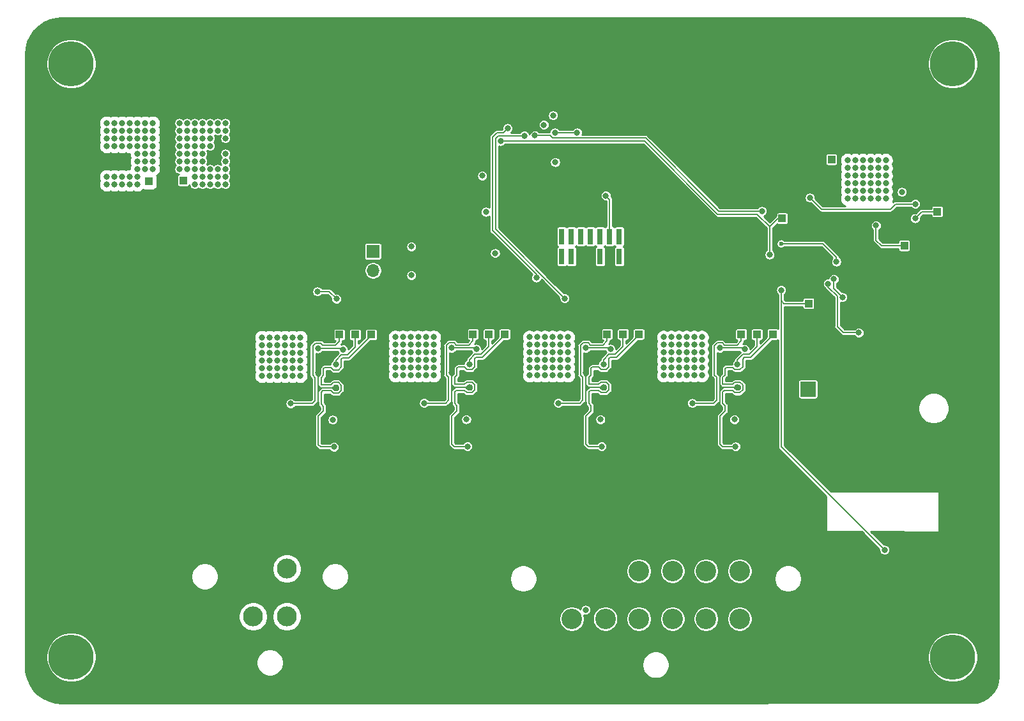
<source format=gbl>
%TF.GenerationSoftware,KiCad,Pcbnew,(5.1.9-0-10_14)*%
%TF.CreationDate,2021-08-31T12:07:11+08:00*%
%TF.ProjectId,pdm,70646d2e-6b69-4636-9164-5f7063625858,rev?*%
%TF.SameCoordinates,Original*%
%TF.FileFunction,Copper,L4,Bot*%
%TF.FilePolarity,Positive*%
%FSLAX46Y46*%
G04 Gerber Fmt 4.6, Leading zero omitted, Abs format (unit mm)*
G04 Created by KiCad (PCBNEW (5.1.9-0-10_14)) date 2021-08-31 12:07:11*
%MOMM*%
%LPD*%
G01*
G04 APERTURE LIST*
%TA.AperFunction,ComponentPad*%
%ADD10R,0.750000X2.100000*%
%TD*%
%TA.AperFunction,ComponentPad*%
%ADD11R,1.000000X1.000000*%
%TD*%
%TA.AperFunction,ComponentPad*%
%ADD12R,2.000000X2.000000*%
%TD*%
%TA.AperFunction,ComponentPad*%
%ADD13O,2.000000X2.000000*%
%TD*%
%TA.AperFunction,ComponentPad*%
%ADD14O,1.700000X1.700000*%
%TD*%
%TA.AperFunction,ComponentPad*%
%ADD15R,1.700000X1.700000*%
%TD*%
%TA.AperFunction,ComponentPad*%
%ADD16C,2.715000*%
%TD*%
%TA.AperFunction,ComponentPad*%
%ADD17R,2.715000X2.715000*%
%TD*%
%TA.AperFunction,ComponentPad*%
%ADD18C,0.800000*%
%TD*%
%TA.AperFunction,ComponentPad*%
%ADD19C,6.000000*%
%TD*%
%TA.AperFunction,ComponentPad*%
%ADD20C,2.640000*%
%TD*%
%TA.AperFunction,ComponentPad*%
%ADD21R,2.640000X2.640000*%
%TD*%
%TA.AperFunction,ViaPad*%
%ADD22C,0.800000*%
%TD*%
%TA.AperFunction,ViaPad*%
%ADD23C,0.600000*%
%TD*%
%TA.AperFunction,Conductor*%
%ADD24C,0.203200*%
%TD*%
%TA.AperFunction,Conductor*%
%ADD25C,0.254000*%
%TD*%
%TA.AperFunction,Conductor*%
%ADD26C,0.100000*%
%TD*%
G04 APERTURE END LIST*
D10*
%TO.P,U9,1*%
%TO.N,N/C*%
X175641000Y-80456000D03*
%TO.P,U9,2*%
X175641000Y-77786000D03*
%TO.P,U9,3*%
%TO.N,+3V3*%
X176911000Y-80456000D03*
%TO.P,U9,4*%
%TO.N,/SWDIO*%
X176911000Y-77786000D03*
%TO.P,U9,5*%
%TO.N,GND*%
X178181000Y-80456000D03*
%TO.P,U9,6*%
%TO.N,/SWCLK*%
X178181000Y-77786000D03*
%TO.P,U9,7*%
%TO.N,GND*%
X179451000Y-80456000D03*
%TO.P,U9,8*%
%TO.N,N/C*%
X179451000Y-77786000D03*
%TO.P,U9,9*%
X180721000Y-80456000D03*
%TO.P,U9,10*%
X180721000Y-77786000D03*
%TO.P,U9,11*%
%TO.N,GND*%
X181991000Y-80456000D03*
%TO.P,U9,12*%
%TO.N,/NRST*%
X181991000Y-77786000D03*
%TO.P,U9,13*%
%TO.N,N/C*%
X183261000Y-80456000D03*
%TO.P,U9,14*%
X183261000Y-77786000D03*
%TD*%
D11*
%TO.P,TP20,1*%
%TO.N,GND*%
X123190000Y-50673000D03*
%TD*%
%TO.P,TP2,1*%
%TO.N,+3V3*%
X125476000Y-70358000D03*
%TD*%
%TO.P,TP1,1*%
%TO.N,+12V*%
X120904000Y-70485000D03*
%TD*%
%TO.P,TP19,1*%
%TO.N,/DAC2*%
X204851000Y-75374500D03*
%TD*%
%TO.P,TP18,1*%
%TO.N,/vout5*%
X208343500Y-86677500D03*
%TD*%
%TO.P,TP17,1*%
%TO.N,/sense5*%
X221043500Y-78994000D03*
%TD*%
%TO.P,TP16,1*%
%TO.N,/sheet60F4D953/BUCK_FUSE_OUT*%
X225425000Y-74485500D03*
%TD*%
%TO.P,TP15,1*%
%TO.N,/act5*%
X211391500Y-67564000D03*
%TD*%
%TO.P,TP14,1*%
%TO.N,/sense4*%
X199420000Y-90761000D03*
%TD*%
%TO.P,TP13,1*%
%TO.N,/vout4*%
X203611000Y-90761000D03*
%TD*%
%TO.P,TP12,1*%
%TO.N,/act4*%
X201515500Y-90761000D03*
%TD*%
%TO.P,TP11,1*%
%TO.N,/sense2*%
X163877000Y-90751000D03*
%TD*%
%TO.P,TP10,1*%
%TO.N,/vout2*%
X168068000Y-90751000D03*
%TD*%
%TO.P,TP9,1*%
%TO.N,/act2*%
X165972500Y-90751000D03*
%TD*%
%TO.P,TP8,1*%
%TO.N,/sense1*%
X146177000Y-90805000D03*
%TD*%
%TO.P,TP7,1*%
%TO.N,/vout1*%
X150368000Y-90805000D03*
%TD*%
%TO.P,TP6,1*%
%TO.N,/act1*%
X148272500Y-90805000D03*
%TD*%
%TO.P,TP5,1*%
%TO.N,/sense3*%
X181655280Y-90752159D03*
%TD*%
%TO.P,TP4,1*%
%TO.N,/vout3*%
X185846280Y-90752159D03*
%TD*%
%TO.P,TP3,1*%
%TO.N,/act3*%
X183750780Y-90752159D03*
%TD*%
D12*
%TO.P,D6,1*%
%TO.N,/sheet60F4D953/PMOS_OUT*%
X208280000Y-98044000D03*
D13*
%TO.P,D6,2*%
%TO.N,GND*%
X208280000Y-103124000D03*
%TD*%
D14*
%TO.P,J3,2*%
%TO.N,/_P*%
X150622000Y-82296000D03*
D15*
%TO.P,J3,1*%
%TO.N,/_N*%
X150622000Y-79756000D03*
%TD*%
D16*
%TO.P,J4,12*%
%TO.N,/_N*%
X176972000Y-128524000D03*
%TO.P,J4,11*%
%TO.N,/_P*%
X181417000Y-128524000D03*
%TO.P,J4,10*%
%TO.N,/vout1*%
X185862000Y-128524000D03*
%TO.P,J4,9*%
%TO.N,/vout3*%
X190312000Y-128524000D03*
%TO.P,J4,8*%
%TO.N,/vout4*%
X194757000Y-128524000D03*
%TO.P,J4,7*%
%TO.N,/vout5*%
X199202000Y-128524000D03*
%TO.P,J4,6*%
X199202000Y-122174000D03*
%TO.P,J4,5*%
%TO.N,/vout4*%
X194757000Y-122174000D03*
%TO.P,J4,4*%
%TO.N,/vout3*%
X190312000Y-122174000D03*
%TO.P,J4,3*%
%TO.N,/vout2*%
X185862000Y-122174000D03*
%TO.P,J4,2*%
%TO.N,GND*%
X181417000Y-122174000D03*
D17*
%TO.P,J4,1*%
X176972000Y-122174000D03*
%TD*%
D18*
%TO.P,H4,1*%
%TO.N,N/C*%
X229047990Y-132013010D03*
X227457000Y-131354000D03*
X225866010Y-132013010D03*
X225207000Y-133604000D03*
X225866010Y-135194990D03*
X227457000Y-135854000D03*
X229047990Y-135194990D03*
X229707000Y-133604000D03*
D19*
X227457000Y-133604000D03*
%TD*%
D18*
%TO.P,H3,1*%
%TO.N,N/C*%
X229047990Y-53273010D03*
X227457000Y-52614000D03*
X225866010Y-53273010D03*
X225207000Y-54864000D03*
X225866010Y-56454990D03*
X227457000Y-57114000D03*
X229047990Y-56454990D03*
X229707000Y-54864000D03*
D19*
X227457000Y-54864000D03*
%TD*%
D18*
%TO.P,H2,1*%
%TO.N,N/C*%
X112207990Y-132013010D03*
X110617000Y-131354000D03*
X109026010Y-132013010D03*
X108367000Y-133604000D03*
X109026010Y-135194990D03*
X110617000Y-135854000D03*
X112207990Y-135194990D03*
X112867000Y-133604000D03*
D19*
X110617000Y-133604000D03*
%TD*%
D18*
%TO.P,H1,1*%
%TO.N,N/C*%
X112207990Y-53273010D03*
X110617000Y-52614000D03*
X109026010Y-53273010D03*
X108367000Y-54864000D03*
X109026010Y-56454990D03*
X110617000Y-57114000D03*
X112207990Y-56454990D03*
X112867000Y-54864000D03*
D19*
X110617000Y-54864000D03*
%TD*%
D20*
%TO.P,J1,2*%
%TO.N,+12V*%
X139192000Y-121874000D03*
D21*
%TO.P,J1,1*%
%TO.N,GND*%
X134742000Y-121874000D03*
D20*
%TO.P,J1,3*%
%TO.N,+12V*%
X139192000Y-128224000D03*
%TO.P,J1,4*%
X134742000Y-128224000D03*
%TD*%
D22*
%TO.N,GND*%
X169926000Y-68834000D03*
X169164000Y-69596000D03*
X170688000Y-69596000D03*
X170688000Y-68072000D03*
X169164000Y-68072000D03*
X168402000Y-68834000D03*
X169926000Y-70358000D03*
X171450000Y-68834000D03*
X169926000Y-67310000D03*
D23*
X209296000Y-81788000D03*
X209296000Y-82550000D03*
X209296000Y-83312000D03*
X208534000Y-83312000D03*
X208534000Y-82550000D03*
X208534000Y-81788000D03*
D22*
X123190000Y-67437000D03*
X123190000Y-66548000D03*
X123190000Y-65659000D03*
X123190000Y-64770000D03*
X123190000Y-63881000D03*
X143336000Y-100638000D03*
X143336000Y-95875990D03*
X145688000Y-97860000D03*
X123190000Y-68326000D03*
X220726000Y-76962000D03*
X220472000Y-74422000D03*
D23*
X209296000Y-81026000D03*
X208534000Y-81026000D03*
X207772000Y-81026000D03*
X210058000Y-81026000D03*
X210058000Y-80264000D03*
X209296000Y-80264000D03*
X208534000Y-80264000D03*
X207772000Y-80264000D03*
X207772000Y-79502000D03*
X208534000Y-79502000D03*
X209296000Y-79502000D03*
X210058000Y-79502000D03*
X209296000Y-84074000D03*
X208534000Y-84074000D03*
X207772000Y-84074000D03*
X207772000Y-84836000D03*
X208534000Y-84836000D03*
X209296000Y-84836000D03*
X210058000Y-84836000D03*
D22*
X165391067Y-81414909D03*
X161036000Y-100584000D03*
X161036000Y-95821990D03*
X163388000Y-97806000D03*
X178814280Y-100585159D03*
X178814280Y-95823149D03*
X181166280Y-97807159D03*
X196579000Y-100594000D03*
X196579000Y-95831990D03*
X198931000Y-97816000D03*
%TO.N,+12V*%
X120396000Y-67818000D03*
X120396000Y-66802000D03*
X213514000Y-72748000D03*
X214530000Y-72748000D03*
X215546000Y-72748000D03*
X216562000Y-72748000D03*
X217578000Y-72748000D03*
X218594000Y-72748000D03*
X218594000Y-71732000D03*
X217578000Y-71732000D03*
X216562000Y-71732000D03*
X215546000Y-71732000D03*
X214530000Y-71732000D03*
X213514000Y-71732000D03*
X213514000Y-70716000D03*
X214530000Y-70716000D03*
X215546000Y-70716000D03*
X216562000Y-70716000D03*
X217578000Y-70716000D03*
X218594000Y-70716000D03*
X218594000Y-69700000D03*
X217578000Y-69700000D03*
X216562000Y-69700000D03*
X215546000Y-69700000D03*
X214530000Y-69700000D03*
X213514000Y-69700000D03*
X213514000Y-68684000D03*
X214530000Y-68684000D03*
X215546000Y-68684000D03*
X216562000Y-68684000D03*
X217578000Y-68684000D03*
X218594000Y-68684000D03*
X218594000Y-67668000D03*
X217578000Y-67668000D03*
X216562000Y-67668000D03*
X215546000Y-67668000D03*
X214530000Y-67668000D03*
X213514000Y-67668000D03*
X120396000Y-65786000D03*
X116332000Y-65786000D03*
X120396000Y-64770000D03*
X120396000Y-63754000D03*
X135890000Y-96266000D03*
X136906000Y-96266000D03*
X137922000Y-96266000D03*
X138938000Y-96266000D03*
X139954000Y-96266000D03*
X140970000Y-96266000D03*
X140970000Y-95250000D03*
X139954000Y-95250000D03*
X138938000Y-95250000D03*
X137922000Y-95250000D03*
X136906000Y-95250000D03*
X135890000Y-95250000D03*
X135890000Y-94234000D03*
X136906000Y-94234000D03*
X137922000Y-94234000D03*
X138938000Y-94234000D03*
X139954000Y-94234000D03*
X140970000Y-94234000D03*
X140970000Y-93218000D03*
X139954000Y-93218000D03*
X138938000Y-93218000D03*
X137922000Y-93218000D03*
X136906000Y-93218000D03*
X135890000Y-93218000D03*
X135890000Y-92202000D03*
X136906000Y-92202000D03*
X137922000Y-92202000D03*
X138938000Y-92202000D03*
X139954000Y-92202000D03*
X140970000Y-92202000D03*
X140970000Y-91186000D03*
X139954000Y-91186000D03*
X138938000Y-91186000D03*
X137922000Y-91186000D03*
X136906000Y-91186000D03*
X135890000Y-91186000D03*
X120396000Y-62738000D03*
X119380000Y-62738000D03*
X118364000Y-62738000D03*
X117348000Y-62738000D03*
X116332000Y-62738000D03*
X115316000Y-62738000D03*
X121412000Y-62738000D03*
X115316000Y-63754000D03*
X116332000Y-63754000D03*
X117348000Y-63754000D03*
X118364000Y-63754000D03*
X119380000Y-63754000D03*
X121412000Y-63754000D03*
X121412000Y-64770000D03*
X119380000Y-64770000D03*
X118364000Y-64770000D03*
X117348000Y-64770000D03*
X116332000Y-64770000D03*
X115316000Y-64770000D03*
X115316000Y-65786000D03*
X117348000Y-65786000D03*
X118364000Y-65786000D03*
X119380000Y-65786000D03*
X121412000Y-65786000D03*
X121412000Y-68834000D03*
X120396000Y-68834000D03*
X119380000Y-68834000D03*
X115316000Y-69850000D03*
X116332000Y-69850000D03*
X117348000Y-69850000D03*
X118364000Y-69850000D03*
X119380000Y-69850000D03*
X115316000Y-70866000D03*
X116332000Y-70866000D03*
X117348000Y-70866000D03*
X118364000Y-70866000D03*
X119380000Y-70866000D03*
X153590000Y-96212000D03*
X154606000Y-96212000D03*
X155622000Y-96212000D03*
X156638000Y-96212000D03*
X157654000Y-96212000D03*
X158670000Y-96212000D03*
X158670000Y-95196000D03*
X157654000Y-95196000D03*
X156638000Y-95196000D03*
X155622000Y-95196000D03*
X154606000Y-95196000D03*
X153590000Y-95196000D03*
X153590000Y-94180000D03*
X154606000Y-94180000D03*
X155622000Y-94180000D03*
X156638000Y-94180000D03*
X157654000Y-94180000D03*
X158670000Y-94180000D03*
X158670000Y-93164000D03*
X157654000Y-93164000D03*
X156638000Y-93164000D03*
X155622000Y-93164000D03*
X154606000Y-93164000D03*
X153590000Y-93164000D03*
X153590000Y-92148000D03*
X154606000Y-92148000D03*
X155622000Y-92148000D03*
X156638000Y-92148000D03*
X157654000Y-92148000D03*
X158670000Y-92148000D03*
X158670000Y-91132000D03*
X157654000Y-91132000D03*
X156638000Y-91132000D03*
X155622000Y-91132000D03*
X154606000Y-91132000D03*
X153590000Y-91132000D03*
X171368280Y-96213159D03*
X172384280Y-96213159D03*
X173400280Y-96213159D03*
X174416280Y-96213159D03*
X175432280Y-96213159D03*
X176448280Y-96213159D03*
X176448280Y-95197159D03*
X175432280Y-95197159D03*
X174416280Y-95197159D03*
X173400280Y-95197159D03*
X172384280Y-95197159D03*
X171368280Y-95197159D03*
X171368280Y-94181159D03*
X172384280Y-94181159D03*
X173400280Y-94181159D03*
X174416280Y-94181159D03*
X175432280Y-94181159D03*
X176448280Y-94181159D03*
X176448280Y-93165159D03*
X175432280Y-93165159D03*
X174416280Y-93165159D03*
X173400280Y-93165159D03*
X172384280Y-93165159D03*
X171368280Y-93165159D03*
X171368280Y-92149159D03*
X172384280Y-92149159D03*
X173400280Y-92149159D03*
X174416280Y-92149159D03*
X175432280Y-92149159D03*
X176448280Y-92149159D03*
X176448280Y-91133159D03*
X175432280Y-91133159D03*
X174416280Y-91133159D03*
X173400280Y-91133159D03*
X172384280Y-91133159D03*
X171368280Y-91133159D03*
X189133000Y-96222000D03*
X190149000Y-96222000D03*
X191165000Y-96222000D03*
X192181000Y-96222000D03*
X193197000Y-96222000D03*
X194213000Y-96222000D03*
X194213000Y-95206000D03*
X193197000Y-95206000D03*
X192181000Y-95206000D03*
X191165000Y-95206000D03*
X190149000Y-95206000D03*
X189133000Y-95206000D03*
X189133000Y-94190000D03*
X190149000Y-94190000D03*
X191165000Y-94190000D03*
X192181000Y-94190000D03*
X193197000Y-94190000D03*
X194213000Y-94190000D03*
X194213000Y-93174000D03*
X193197000Y-93174000D03*
X192181000Y-93174000D03*
X191165000Y-93174000D03*
X190149000Y-93174000D03*
X189133000Y-93174000D03*
X189133000Y-92158000D03*
X190149000Y-92158000D03*
X191165000Y-92158000D03*
X192181000Y-92158000D03*
X193197000Y-92158000D03*
X194213000Y-92158000D03*
X194213000Y-91142000D03*
X193197000Y-91142000D03*
X192181000Y-91142000D03*
X191165000Y-91142000D03*
X190149000Y-91142000D03*
X189133000Y-91142000D03*
X119380000Y-66802000D03*
X121412000Y-66802000D03*
X121412000Y-67818000D03*
X119380000Y-67818000D03*
%TO.N,+3V3*%
X125984000Y-67818000D03*
X125984000Y-66802000D03*
X125984000Y-65786000D03*
X125984000Y-64770000D03*
X125984000Y-63754000D03*
X124968000Y-62738000D03*
X125984000Y-62738000D03*
X127000000Y-62738000D03*
X128016000Y-62738000D03*
X129032000Y-62738000D03*
X130048000Y-62738000D03*
X131064000Y-62738000D03*
X124968000Y-63754000D03*
X127000000Y-63754000D03*
X128016000Y-63754000D03*
X129032000Y-63754000D03*
X130048000Y-63754000D03*
X131064000Y-63754000D03*
X131064000Y-64770000D03*
X129032000Y-64770000D03*
X128016000Y-64770000D03*
X127000000Y-64770000D03*
X124968000Y-64770000D03*
X124968000Y-65786000D03*
X127000000Y-65786000D03*
X128016000Y-65786000D03*
X129032000Y-65786000D03*
X131064000Y-66802000D03*
X128016000Y-66802000D03*
X127000000Y-66802000D03*
X124968000Y-66802000D03*
X124968000Y-67818000D03*
X127000000Y-67818000D03*
X128016000Y-67818000D03*
X131064000Y-67818000D03*
X131064000Y-68834000D03*
X130048000Y-68834000D03*
X129032000Y-68834000D03*
X128016000Y-68834000D03*
X127000000Y-68834000D03*
X125984000Y-68834000D03*
X124968000Y-68834000D03*
X128016000Y-69850000D03*
X129032000Y-69850000D03*
X130048000Y-69850000D03*
X131064000Y-69850000D03*
X131064000Y-70866000D03*
X130048000Y-70866000D03*
X129032000Y-70866000D03*
X127000000Y-69850000D03*
X127000000Y-70866000D03*
X128016000Y-70866000D03*
X145288000Y-102108000D03*
X220726000Y-71882000D03*
X165582383Y-74523383D03*
X165100000Y-69723000D03*
X174766146Y-67926782D03*
X166805280Y-80000695D03*
X162988000Y-102054000D03*
X180766280Y-102055159D03*
X198531000Y-102064000D03*
X173268008Y-62970377D03*
X174498000Y-61722000D03*
%TO.N,/sense5*%
X202184000Y-74422000D03*
X172091201Y-64389000D03*
X217294000Y-76336000D03*
%TO.N,/sense4*%
X172276303Y-83247697D03*
X168462999Y-63427873D03*
X192943000Y-99905000D03*
%TO.N,/sense3*%
X170688000Y-64411516D03*
X176022000Y-86001180D03*
X175178280Y-99896159D03*
%TO.N,/sense2*%
X145781029Y-86067242D03*
X143256000Y-85090000D03*
X157400000Y-99895000D03*
%TO.N,/sense1*%
X139700000Y-99949000D03*
%TO.N,/act4*%
X198931000Y-94736000D03*
%TO.N,/act3*%
X181166280Y-94727159D03*
%TO.N,/act2*%
X163388000Y-94726000D03*
%TO.N,/act1*%
X145688000Y-94780000D03*
%TO.N,/_P*%
X155702000Y-82931000D03*
X178816000Y-127331501D03*
%TO.N,/_N*%
X155702000Y-79121000D03*
%TO.N,Net-(Q7-Pad3)*%
X161036000Y-92583000D03*
X164338000Y-92726000D03*
%TO.N,Net-(Q1-Pad3)*%
X178814280Y-92584159D03*
X182116280Y-92727159D03*
%TO.N,/vout2*%
X163134000Y-105648000D03*
%TO.N,/vout1*%
X145434000Y-105702000D03*
%TO.N,/vout3*%
X180912280Y-105649159D03*
%TO.N,/vout4*%
X198677000Y-105658000D03*
%TO.N,/vout5*%
X204724000Y-84899000D03*
X218440000Y-119380000D03*
%TO.N,Net-(Q4-Pad3)*%
X143336000Y-92637000D03*
X146638000Y-92780000D03*
%TO.N,Net-(Q12-Pad3)*%
X196579000Y-92593000D03*
X199881000Y-92736000D03*
%TO.N,/DAC2*%
X167550883Y-65113116D03*
X203200000Y-80201000D03*
%TO.N,/fuse5*%
X208534000Y-72644000D03*
X222488000Y-73472000D03*
%TO.N,Net-(Q15-Pad4)*%
X212852000Y-85852000D03*
X211709000Y-83439000D03*
%TO.N,/sheet60F4D953/BUCK_FUSE_OUT*%
X212026267Y-81123321D03*
D23*
X204711000Y-78740000D03*
D22*
X222488000Y-75372000D03*
%TO.N,/NRST*%
X181483000Y-72367190D03*
X177673000Y-64008306D03*
X174722723Y-64008306D03*
%TO.N,/sheet60F4D953/PMOS_OUT*%
X210928130Y-84063696D03*
X215011000Y-90551000D03*
%TD*%
D24*
%TO.N,GND*%
X143605999Y-97860000D02*
X143336000Y-97590000D01*
X143336000Y-98129999D02*
X143605999Y-97860000D01*
X143336000Y-100638000D02*
X143336000Y-98129999D01*
X143605999Y-97860000D02*
X145688000Y-97860000D01*
X143336000Y-97590000D02*
X143336000Y-95875990D01*
X143606000Y-97860000D02*
X143336000Y-97590000D01*
X143336000Y-98130000D02*
X143606000Y-97860000D01*
X143336000Y-100638000D02*
X143336000Y-98130000D01*
X143606000Y-97860000D02*
X145688000Y-97860000D01*
X161305999Y-97806000D02*
X161036000Y-97536000D01*
X161036000Y-98075999D02*
X161305999Y-97806000D01*
X161036000Y-100584000D02*
X161036000Y-98075999D01*
X161305999Y-97806000D02*
X163388000Y-97806000D01*
X161036000Y-97536000D02*
X161036000Y-95821990D01*
X161306000Y-97806000D02*
X161036000Y-97536000D01*
X161036000Y-98076000D02*
X161306000Y-97806000D01*
X161036000Y-100584000D02*
X161036000Y-98076000D01*
X161306000Y-97806000D02*
X163388000Y-97806000D01*
X179084279Y-97807159D02*
X178814280Y-97537159D01*
X178814280Y-98077158D02*
X179084279Y-97807159D01*
X178814280Y-100585159D02*
X178814280Y-98077158D01*
X179084279Y-97807159D02*
X181166280Y-97807159D01*
X178814280Y-97537159D02*
X178814280Y-95823149D01*
X179084280Y-97807159D02*
X178814280Y-97537159D01*
X178814280Y-98077159D02*
X179084280Y-97807159D01*
X178814280Y-100585159D02*
X178814280Y-98077159D01*
X179084280Y-97807159D02*
X181166280Y-97807159D01*
X196848999Y-97816000D02*
X196579000Y-97546000D01*
X196579000Y-98085999D02*
X196848999Y-97816000D01*
X196579000Y-100594000D02*
X196579000Y-98085999D01*
X196848999Y-97816000D02*
X198931000Y-97816000D01*
X196579000Y-97546000D02*
X196579000Y-95831990D01*
X196849000Y-97816000D02*
X196579000Y-97546000D01*
X196579000Y-98086000D02*
X196849000Y-97816000D01*
X196579000Y-100594000D02*
X196579000Y-98086000D01*
X196849000Y-97816000D02*
X198931000Y-97816000D01*
%TO.N,/sense5*%
X217294000Y-76336000D02*
X217294000Y-78292500D01*
X217995500Y-78994000D02*
X221043500Y-78994000D01*
X217294000Y-78292500D02*
X217995500Y-78994000D01*
X196467224Y-74422000D02*
X202184000Y-74422000D01*
X186755130Y-64709906D02*
X196467224Y-74422000D01*
X174385953Y-64709906D02*
X186755130Y-64709906D01*
X174065047Y-64389000D02*
X174385953Y-64709906D01*
X172091201Y-64389000D02*
X174065047Y-64389000D01*
%TO.N,/sense4*%
X167047404Y-64008000D02*
X166446072Y-64609332D01*
X166446072Y-76995477D02*
X166682268Y-77231672D01*
X166446072Y-64609332D02*
X166446072Y-76995477D01*
X172276303Y-82825707D02*
X166682268Y-77231672D01*
X172276303Y-83247697D02*
X172276303Y-82825707D01*
X167882872Y-64008000D02*
X167047404Y-64008000D01*
X168462999Y-63427873D02*
X167882872Y-64008000D01*
X196915769Y-91891399D02*
X197214160Y-92189790D01*
X196242231Y-91891399D02*
X196915769Y-91891399D01*
X195877399Y-92256231D02*
X196242231Y-91891399D01*
X195877399Y-96168759D02*
X195877399Y-92256231D01*
X196175790Y-96467150D02*
X195877399Y-96168759D01*
X195794790Y-99905000D02*
X196175790Y-99524000D01*
X196175790Y-99524000D02*
X196175790Y-96467150D01*
X192943000Y-99905000D02*
X195794790Y-99905000D01*
X197214160Y-92189790D02*
X198880290Y-92189790D01*
X199420000Y-90761000D02*
X199420000Y-91650080D01*
X199420000Y-91650080D02*
X198880290Y-92189790D01*
%TO.N,/sense3*%
X166849282Y-76828462D02*
X176022000Y-86001180D01*
X166849282Y-64776347D02*
X166849282Y-76828462D01*
X167214113Y-64411516D02*
X166849282Y-64776347D01*
X170688000Y-64411516D02*
X167214113Y-64411516D01*
X179151049Y-91882558D02*
X179449440Y-92180949D01*
X178477511Y-91882558D02*
X179151049Y-91882558D01*
X178112679Y-92247390D02*
X178477511Y-91882558D01*
X178112679Y-96159918D02*
X178112679Y-92247390D01*
X178411070Y-96458309D02*
X178112679Y-96159918D01*
X178030070Y-99896159D02*
X178411070Y-99515159D01*
X178411070Y-99515159D02*
X178411070Y-96458309D01*
X175178280Y-99896159D02*
X178030070Y-99896159D01*
X179449440Y-92180949D02*
X181115570Y-92180949D01*
X181655280Y-90752159D02*
X181655280Y-91641239D01*
X181655280Y-91641239D02*
X181115570Y-92180949D01*
%TO.N,/sense2*%
X143256000Y-85090000D02*
X144803787Y-85090000D01*
X144803787Y-85090000D02*
X145781029Y-86067242D01*
X161372769Y-91881399D02*
X161671160Y-92179790D01*
X160699231Y-91881399D02*
X161372769Y-91881399D01*
X160334399Y-92246231D02*
X160699231Y-91881399D01*
X160334399Y-96158759D02*
X160334399Y-92246231D01*
X160632790Y-96457150D02*
X160334399Y-96158759D01*
X160251790Y-99895000D02*
X160632790Y-99514000D01*
X160632790Y-99514000D02*
X160632790Y-96457150D01*
X157400000Y-99895000D02*
X160251790Y-99895000D01*
X161671160Y-92179790D02*
X163337290Y-92179790D01*
X163877000Y-90751000D02*
X163877000Y-91640080D01*
X163877000Y-91640080D02*
X163337290Y-92179790D01*
%TO.N,/sense1*%
X143672769Y-91935399D02*
X143971160Y-92233790D01*
X142999231Y-91935399D02*
X143672769Y-91935399D01*
X142634399Y-92300231D02*
X142999231Y-91935399D01*
X142634399Y-96212759D02*
X142634399Y-92300231D01*
X142932790Y-96511150D02*
X142634399Y-96212759D01*
X142551790Y-99949000D02*
X142932790Y-99568000D01*
X142932790Y-99568000D02*
X142932790Y-96511150D01*
X139700000Y-99949000D02*
X142551790Y-99949000D01*
X143971160Y-92233790D02*
X145637290Y-92233790D01*
X146177000Y-90805000D02*
X146177000Y-91694080D01*
X146177000Y-91694080D02*
X145637290Y-92233790D01*
%TO.N,/act4*%
X199665796Y-93437601D02*
X200494599Y-93437601D01*
X198931000Y-94172397D02*
X199665796Y-93437601D01*
X198931000Y-94736000D02*
X198931000Y-94172397D01*
X201515500Y-92416700D02*
X200494599Y-93437601D01*
X201515500Y-90761000D02*
X201515500Y-92416700D01*
%TO.N,/act3*%
X181901076Y-93428760D02*
X182729879Y-93428760D01*
X181166280Y-94163556D02*
X181901076Y-93428760D01*
X181166280Y-94727159D02*
X181166280Y-94163556D01*
X183750780Y-92407859D02*
X182729879Y-93428760D01*
X183750780Y-90752159D02*
X183750780Y-92407859D01*
%TO.N,/act2*%
X164122796Y-93427601D02*
X164951599Y-93427601D01*
X163388000Y-94162397D02*
X164122796Y-93427601D01*
X163388000Y-94726000D02*
X163388000Y-94162397D01*
X165972500Y-92406700D02*
X164951599Y-93427601D01*
X165972500Y-90751000D02*
X165972500Y-92406700D01*
%TO.N,/act1*%
X146422796Y-93481601D02*
X147251599Y-93481601D01*
X145688000Y-94216397D02*
X146422796Y-93481601D01*
X145688000Y-94780000D02*
X145688000Y-94216397D01*
X148272500Y-92460700D02*
X147251599Y-93481601D01*
X148272500Y-90805000D02*
X148272500Y-92460700D01*
%TO.N,Net-(Q7-Pad3)*%
X164194999Y-92583000D02*
X164338000Y-92726001D01*
X161036000Y-92583000D02*
X164194999Y-92583000D01*
X164195000Y-92583000D02*
X164338000Y-92726000D01*
X161036000Y-92583000D02*
X164195000Y-92583000D01*
%TO.N,Net-(Q1-Pad3)*%
X181973279Y-92584159D02*
X182116280Y-92727160D01*
X178814280Y-92584159D02*
X181973279Y-92584159D01*
X181973280Y-92584159D02*
X182116280Y-92727159D01*
X178814280Y-92584159D02*
X181973280Y-92584159D01*
%TO.N,/vout2*%
X163724769Y-95427601D02*
X164089601Y-95062769D01*
X163051231Y-95427601D02*
X163724769Y-95427601D01*
X164089601Y-94031021D02*
X164289811Y-93830811D01*
X161439210Y-96457150D02*
X161737601Y-96158759D01*
X161737601Y-95296819D02*
X161905210Y-95129210D01*
X162752840Y-97402790D02*
X161511790Y-97402790D01*
X163724769Y-97104399D02*
X163051231Y-97104399D01*
X161737601Y-96158759D02*
X161737601Y-95296819D01*
X164089601Y-95062769D02*
X164089601Y-94031021D01*
X163134000Y-105648000D02*
X161375000Y-105648000D01*
X164089601Y-98142769D02*
X164089601Y-97469231D01*
X163051231Y-97104399D02*
X162752840Y-97402790D01*
X164089601Y-97469231D02*
X163724769Y-97104399D01*
X164289811Y-93830811D02*
X165118614Y-93830811D01*
X163724769Y-98507601D02*
X164089601Y-98142769D01*
X161625790Y-98209210D02*
X162752840Y-98209210D01*
X161439210Y-99948840D02*
X161439210Y-98395790D01*
X161511790Y-97402790D02*
X161439210Y-97330210D01*
X162752840Y-98209210D02*
X163051231Y-98507601D01*
X161439210Y-98395790D02*
X161625790Y-98209210D01*
X161083000Y-101575370D02*
X161737601Y-100920769D01*
X161439210Y-97330210D02*
X161439210Y-96457150D01*
X161083000Y-105356000D02*
X161083000Y-101575370D01*
X161905210Y-95129210D02*
X162752840Y-95129210D01*
X163051231Y-98507601D02*
X163724769Y-98507601D01*
X161737601Y-100247231D02*
X161439210Y-99948840D01*
X161375000Y-105648000D02*
X161083000Y-105356000D01*
X162752840Y-95129210D02*
X163051231Y-95427601D01*
X161737601Y-100920769D02*
X161737601Y-100247231D01*
X168068000Y-90881424D02*
X168068000Y-90751000D01*
X165118614Y-93830811D02*
X168068000Y-90881424D01*
%TO.N,/vout1*%
X146024769Y-95481601D02*
X146389601Y-95116769D01*
X145351231Y-95481601D02*
X146024769Y-95481601D01*
X146389601Y-94085021D02*
X146589811Y-93884811D01*
X143739210Y-96511150D02*
X144037601Y-96212759D01*
X144037601Y-95350819D02*
X144205210Y-95183210D01*
X145052840Y-97456790D02*
X143811790Y-97456790D01*
X146024769Y-97158399D02*
X145351231Y-97158399D01*
X144037601Y-96212759D02*
X144037601Y-95350819D01*
X146389601Y-95116769D02*
X146389601Y-94085021D01*
X145434000Y-105702000D02*
X143675000Y-105702000D01*
X146389601Y-98196769D02*
X146389601Y-97523231D01*
X145351231Y-97158399D02*
X145052840Y-97456790D01*
X146389601Y-97523231D02*
X146024769Y-97158399D01*
X146024769Y-98561601D02*
X146389601Y-98196769D01*
X143925790Y-98263210D02*
X145052840Y-98263210D01*
X143739210Y-100002840D02*
X143739210Y-98449790D01*
X143811790Y-97456790D02*
X143739210Y-97384210D01*
X145052840Y-98263210D02*
X145351231Y-98561601D01*
X143739210Y-98449790D02*
X143925790Y-98263210D01*
X143383000Y-101629370D02*
X144037601Y-100974769D01*
X143739210Y-97384210D02*
X143739210Y-96511150D01*
X143383000Y-105410000D02*
X143383000Y-101629370D01*
X144205210Y-95183210D02*
X145052840Y-95183210D01*
X145351231Y-98561601D02*
X146024769Y-98561601D01*
X144037601Y-100301231D02*
X143739210Y-100002840D01*
X143675000Y-105702000D02*
X143383000Y-105410000D01*
X145052840Y-95183210D02*
X145351231Y-95481601D01*
X144037601Y-100974769D02*
X144037601Y-100301231D01*
X146589811Y-93884811D02*
X147034311Y-93884811D01*
X147034311Y-93884811D02*
X147418613Y-93884811D01*
X150368000Y-90935424D02*
X150368000Y-90805000D01*
X147418614Y-93884811D02*
X150368000Y-90935424D01*
X147034311Y-93884811D02*
X147418614Y-93884811D01*
%TO.N,/vout3*%
X181503049Y-95428760D02*
X181867881Y-95063928D01*
X180829511Y-95428760D02*
X181503049Y-95428760D01*
X181867881Y-94032180D02*
X182068091Y-93831970D01*
X179217490Y-96458309D02*
X179515881Y-96159918D01*
X179515881Y-95297978D02*
X179683490Y-95130369D01*
X180531120Y-97403949D02*
X179290070Y-97403949D01*
X181503049Y-97105558D02*
X180829511Y-97105558D01*
X179515881Y-96159918D02*
X179515881Y-95297978D01*
X181867881Y-95063928D02*
X181867881Y-94032180D01*
X180912280Y-105649159D02*
X179153280Y-105649159D01*
X181867881Y-98143928D02*
X181867881Y-97470390D01*
X180829511Y-97105558D02*
X180531120Y-97403949D01*
X181867881Y-97470390D02*
X181503049Y-97105558D01*
X182068091Y-93831970D02*
X182896894Y-93831970D01*
X181503049Y-98508760D02*
X181867881Y-98143928D01*
X179404070Y-98210369D02*
X180531120Y-98210369D01*
X179217490Y-99949999D02*
X179217490Y-98396949D01*
X179290070Y-97403949D02*
X179217490Y-97331369D01*
X180531120Y-98210369D02*
X180829511Y-98508760D01*
X179217490Y-98396949D02*
X179404070Y-98210369D01*
X178861280Y-101576529D02*
X179515881Y-100921928D01*
X179217490Y-97331369D02*
X179217490Y-96458309D01*
X178861280Y-105357159D02*
X178861280Y-101576529D01*
X179683490Y-95130369D02*
X180531120Y-95130369D01*
X180829511Y-98508760D02*
X181503049Y-98508760D01*
X179515881Y-100248390D02*
X179217490Y-99949999D01*
X179153280Y-105649159D02*
X178861280Y-105357159D01*
X180531120Y-95130369D02*
X180829511Y-95428760D01*
X179515881Y-100921928D02*
X179515881Y-100248390D01*
X185846280Y-90882583D02*
X185846280Y-90752159D01*
X182896894Y-93831970D02*
X185846280Y-90882583D01*
%TO.N,/vout4*%
X199267769Y-95437601D02*
X199632601Y-95072769D01*
X198594231Y-95437601D02*
X199267769Y-95437601D01*
X199632601Y-94041021D02*
X199832811Y-93840811D01*
X196982210Y-96467150D02*
X197280601Y-96168759D01*
X197280601Y-95306819D02*
X197448210Y-95139210D01*
X198295840Y-97412790D02*
X197054790Y-97412790D01*
X199267769Y-97114399D02*
X198594231Y-97114399D01*
X197280601Y-96168759D02*
X197280601Y-95306819D01*
X199632601Y-95072769D02*
X199632601Y-94041021D01*
X198677000Y-105658000D02*
X196918000Y-105658000D01*
X199632601Y-98152769D02*
X199632601Y-97479231D01*
X198594231Y-97114399D02*
X198295840Y-97412790D01*
X199632601Y-97479231D02*
X199267769Y-97114399D01*
X199832811Y-93840811D02*
X200661614Y-93840811D01*
X199267769Y-98517601D02*
X199632601Y-98152769D01*
X197168790Y-98219210D02*
X198295840Y-98219210D01*
X196982210Y-99958840D02*
X196982210Y-98405790D01*
X197054790Y-97412790D02*
X196982210Y-97340210D01*
X198295840Y-98219210D02*
X198594231Y-98517601D01*
X196982210Y-98405790D02*
X197168790Y-98219210D01*
X196626000Y-101585370D02*
X197280601Y-100930769D01*
X196982210Y-97340210D02*
X196982210Y-96467150D01*
X196626000Y-105366000D02*
X196626000Y-101585370D01*
X197448210Y-95139210D02*
X198295840Y-95139210D01*
X198594231Y-98517601D02*
X199267769Y-98517601D01*
X197280601Y-100257231D02*
X196982210Y-99958840D01*
X196918000Y-105658000D02*
X196626000Y-105366000D01*
X198295840Y-95139210D02*
X198594231Y-95437601D01*
X197280601Y-100930769D02*
X197280601Y-100257231D01*
X203611000Y-90891424D02*
X203611000Y-90761000D01*
X200661614Y-93840811D02*
X203611000Y-90891424D01*
%TO.N,/vout5*%
X205105000Y-86677500D02*
X204724000Y-86296500D01*
X204724000Y-86296500D02*
X204724000Y-84899000D01*
X208343500Y-86677500D02*
X205105000Y-86677500D01*
X204724000Y-105664000D02*
X204724000Y-86296500D01*
X218440000Y-119380000D02*
X204724000Y-105664000D01*
%TO.N,Net-(Q4-Pad3)*%
X146494999Y-92637000D02*
X146638000Y-92780001D01*
X143336000Y-92637000D02*
X146494999Y-92637000D01*
X146495000Y-92637000D02*
X146638000Y-92780000D01*
X143336000Y-92637000D02*
X146495000Y-92637000D01*
%TO.N,Net-(Q12-Pad3)*%
X199737999Y-92593000D02*
X199881000Y-92736001D01*
X196579000Y-92593000D02*
X199737999Y-92593000D01*
X199738000Y-92593000D02*
X199881000Y-92736000D01*
X196579000Y-92593000D02*
X199738000Y-92593000D01*
%TO.N,/DAC2*%
X186588116Y-65113116D02*
X167550883Y-65113116D01*
X196300209Y-74825209D02*
X186588116Y-65113116D01*
X201548839Y-74825209D02*
X196300209Y-74825209D01*
X203200000Y-76476370D02*
X201548839Y-74825209D01*
X203200000Y-80201000D02*
X203200000Y-76476370D01*
X204301870Y-75374500D02*
X203200000Y-76476370D01*
X204851000Y-75374500D02*
X204301870Y-75374500D01*
%TO.N,/fuse5*%
X219174769Y-74153601D02*
X219856370Y-73472000D01*
X219856370Y-73472000D02*
X222488000Y-73472000D01*
X210043601Y-74153601D02*
X219174769Y-74153601D01*
X208534000Y-72644000D02*
X210043601Y-74153601D01*
%TO.N,Net-(Q15-Pad4)*%
X211709000Y-84709000D02*
X211709000Y-83439000D01*
X212852000Y-85852000D02*
X211709000Y-84709000D01*
%TO.N,/sheet60F4D953/BUCK_FUSE_OUT*%
X210208631Y-78740000D02*
X204711000Y-78740000D01*
X212026267Y-80557636D02*
X210208631Y-78740000D01*
X212026267Y-81123321D02*
X212026267Y-80557636D01*
X223374500Y-74485500D02*
X222488000Y-75372000D01*
X225425000Y-74485500D02*
X223374500Y-74485500D01*
%TO.N,/NRST*%
X177673000Y-64008306D02*
X174722723Y-64008306D01*
X181991000Y-72875190D02*
X181483000Y-72367190D01*
X181991000Y-78486000D02*
X181991000Y-72875190D01*
%TO.N,/sheet60F4D953/PMOS_OUT*%
X212150399Y-85720625D02*
X210928130Y-84498355D01*
X212150399Y-89722399D02*
X212150399Y-85720625D01*
X210928130Y-84498355D02*
X210928130Y-84063696D01*
X212979000Y-90551000D02*
X212150399Y-89722399D01*
X215011000Y-90551000D02*
X212979000Y-90551000D01*
%TD*%
D25*
%TO.N,GND*%
X229576988Y-48869969D02*
X230400106Y-49095147D01*
X231170344Y-49462533D01*
X231863347Y-49960505D01*
X232457217Y-50573332D01*
X232933178Y-51281637D01*
X233276187Y-52063033D01*
X233475914Y-52894960D01*
X233528000Y-53604234D01*
X233528001Y-136130349D01*
X233459441Y-136829580D01*
X233260335Y-137489050D01*
X232936933Y-138097282D01*
X232501543Y-138631122D01*
X231970765Y-139070220D01*
X231364801Y-139397865D01*
X230719749Y-139597541D01*
X174777454Y-139675000D01*
X109359421Y-139675000D01*
X108497017Y-139598033D01*
X107673890Y-139372851D01*
X106903660Y-139005469D01*
X106210653Y-138507495D01*
X105616783Y-137894668D01*
X105140824Y-137186367D01*
X104797814Y-136404969D01*
X104598086Y-135573040D01*
X104546000Y-134863765D01*
X104546000Y-133276319D01*
X107290000Y-133276319D01*
X107290000Y-133931681D01*
X107417855Y-134574450D01*
X107668651Y-135179925D01*
X108032750Y-135724839D01*
X108496161Y-136188250D01*
X109041075Y-136552349D01*
X109646550Y-136803145D01*
X110289319Y-136931000D01*
X110944681Y-136931000D01*
X111587450Y-136803145D01*
X112192925Y-136552349D01*
X112737839Y-136188250D01*
X113201250Y-135724839D01*
X113565349Y-135179925D01*
X113816145Y-134574450D01*
X113901657Y-134144549D01*
X135145000Y-134144549D01*
X135145000Y-134503451D01*
X135215018Y-134855458D01*
X135352364Y-135187041D01*
X135551760Y-135485457D01*
X135805543Y-135739240D01*
X136103959Y-135938636D01*
X136435542Y-136075982D01*
X136787549Y-136146000D01*
X137146451Y-136146000D01*
X137498458Y-136075982D01*
X137830041Y-135938636D01*
X138128457Y-135739240D01*
X138382240Y-135485457D01*
X138581636Y-135187041D01*
X138718982Y-134855458D01*
X138789000Y-134503451D01*
X138789000Y-134444549D01*
X186265000Y-134444549D01*
X186265000Y-134803451D01*
X186335018Y-135155458D01*
X186472364Y-135487041D01*
X186671760Y-135785457D01*
X186925543Y-136039240D01*
X187223959Y-136238636D01*
X187555542Y-136375982D01*
X187907549Y-136446000D01*
X188266451Y-136446000D01*
X188618458Y-136375982D01*
X188950041Y-136238636D01*
X189248457Y-136039240D01*
X189502240Y-135785457D01*
X189701636Y-135487041D01*
X189838982Y-135155458D01*
X189909000Y-134803451D01*
X189909000Y-134444549D01*
X189838982Y-134092542D01*
X189701636Y-133760959D01*
X189502240Y-133462543D01*
X189316016Y-133276319D01*
X224130000Y-133276319D01*
X224130000Y-133931681D01*
X224257855Y-134574450D01*
X224508651Y-135179925D01*
X224872750Y-135724839D01*
X225336161Y-136188250D01*
X225881075Y-136552349D01*
X226486550Y-136803145D01*
X227129319Y-136931000D01*
X227784681Y-136931000D01*
X228427450Y-136803145D01*
X229032925Y-136552349D01*
X229577839Y-136188250D01*
X230041250Y-135724839D01*
X230405349Y-135179925D01*
X230656145Y-134574450D01*
X230784000Y-133931681D01*
X230784000Y-133276319D01*
X230656145Y-132633550D01*
X230405349Y-132028075D01*
X230041250Y-131483161D01*
X229577839Y-131019750D01*
X229032925Y-130655651D01*
X228427450Y-130404855D01*
X227784681Y-130277000D01*
X227129319Y-130277000D01*
X226486550Y-130404855D01*
X225881075Y-130655651D01*
X225336161Y-131019750D01*
X224872750Y-131483161D01*
X224508651Y-132028075D01*
X224257855Y-132633550D01*
X224130000Y-133276319D01*
X189316016Y-133276319D01*
X189248457Y-133208760D01*
X188950041Y-133009364D01*
X188618458Y-132872018D01*
X188266451Y-132802000D01*
X187907549Y-132802000D01*
X187555542Y-132872018D01*
X187223959Y-133009364D01*
X186925543Y-133208760D01*
X186671760Y-133462543D01*
X186472364Y-133760959D01*
X186335018Y-134092542D01*
X186265000Y-134444549D01*
X138789000Y-134444549D01*
X138789000Y-134144549D01*
X138718982Y-133792542D01*
X138581636Y-133460959D01*
X138382240Y-133162543D01*
X138128457Y-132908760D01*
X137830041Y-132709364D01*
X137498458Y-132572018D01*
X137146451Y-132502000D01*
X136787549Y-132502000D01*
X136435542Y-132572018D01*
X136103959Y-132709364D01*
X135805543Y-132908760D01*
X135551760Y-133162543D01*
X135352364Y-133460959D01*
X135215018Y-133792542D01*
X135145000Y-134144549D01*
X113901657Y-134144549D01*
X113944000Y-133931681D01*
X113944000Y-133276319D01*
X113816145Y-132633550D01*
X113565349Y-132028075D01*
X113201250Y-131483161D01*
X112737839Y-131019750D01*
X112192925Y-130655651D01*
X111587450Y-130404855D01*
X110944681Y-130277000D01*
X110289319Y-130277000D01*
X109646550Y-130404855D01*
X109041075Y-130655651D01*
X108496161Y-131019750D01*
X108032750Y-131483161D01*
X107668651Y-132028075D01*
X107417855Y-132633550D01*
X107290000Y-133276319D01*
X104546000Y-133276319D01*
X104546000Y-128032237D01*
X132795000Y-128032237D01*
X132795000Y-128415763D01*
X132869822Y-128791919D01*
X133016591Y-129146250D01*
X133229666Y-129465140D01*
X133500860Y-129736334D01*
X133819750Y-129949409D01*
X134174081Y-130096178D01*
X134550237Y-130171000D01*
X134933763Y-130171000D01*
X135309919Y-130096178D01*
X135664250Y-129949409D01*
X135983140Y-129736334D01*
X136254334Y-129465140D01*
X136467409Y-129146250D01*
X136614178Y-128791919D01*
X136689000Y-128415763D01*
X136689000Y-128032237D01*
X137245000Y-128032237D01*
X137245000Y-128415763D01*
X137319822Y-128791919D01*
X137466591Y-129146250D01*
X137679666Y-129465140D01*
X137950860Y-129736334D01*
X138269750Y-129949409D01*
X138624081Y-130096178D01*
X139000237Y-130171000D01*
X139383763Y-130171000D01*
X139759919Y-130096178D01*
X140114250Y-129949409D01*
X140433140Y-129736334D01*
X140704334Y-129465140D01*
X140917409Y-129146250D01*
X141064178Y-128791919D01*
X141139000Y-128415763D01*
X141139000Y-128358091D01*
X175287500Y-128358091D01*
X175287500Y-128689909D01*
X175352234Y-129015351D01*
X175479215Y-129321910D01*
X175663563Y-129597806D01*
X175898194Y-129832437D01*
X176174090Y-130016785D01*
X176480649Y-130143766D01*
X176806091Y-130208500D01*
X177137909Y-130208500D01*
X177463351Y-130143766D01*
X177769910Y-130016785D01*
X178045806Y-129832437D01*
X178280437Y-129597806D01*
X178464785Y-129321910D01*
X178591766Y-129015351D01*
X178656500Y-128689909D01*
X178656500Y-128358091D01*
X179732500Y-128358091D01*
X179732500Y-128689909D01*
X179797234Y-129015351D01*
X179924215Y-129321910D01*
X180108563Y-129597806D01*
X180343194Y-129832437D01*
X180619090Y-130016785D01*
X180925649Y-130143766D01*
X181251091Y-130208500D01*
X181582909Y-130208500D01*
X181908351Y-130143766D01*
X182214910Y-130016785D01*
X182490806Y-129832437D01*
X182725437Y-129597806D01*
X182909785Y-129321910D01*
X183036766Y-129015351D01*
X183101500Y-128689909D01*
X183101500Y-128358091D01*
X184177500Y-128358091D01*
X184177500Y-128689909D01*
X184242234Y-129015351D01*
X184369215Y-129321910D01*
X184553563Y-129597806D01*
X184788194Y-129832437D01*
X185064090Y-130016785D01*
X185370649Y-130143766D01*
X185696091Y-130208500D01*
X186027909Y-130208500D01*
X186353351Y-130143766D01*
X186659910Y-130016785D01*
X186935806Y-129832437D01*
X187170437Y-129597806D01*
X187354785Y-129321910D01*
X187481766Y-129015351D01*
X187546500Y-128689909D01*
X187546500Y-128358091D01*
X188627500Y-128358091D01*
X188627500Y-128689909D01*
X188692234Y-129015351D01*
X188819215Y-129321910D01*
X189003563Y-129597806D01*
X189238194Y-129832437D01*
X189514090Y-130016785D01*
X189820649Y-130143766D01*
X190146091Y-130208500D01*
X190477909Y-130208500D01*
X190803351Y-130143766D01*
X191109910Y-130016785D01*
X191385806Y-129832437D01*
X191620437Y-129597806D01*
X191804785Y-129321910D01*
X191931766Y-129015351D01*
X191996500Y-128689909D01*
X191996500Y-128358091D01*
X193072500Y-128358091D01*
X193072500Y-128689909D01*
X193137234Y-129015351D01*
X193264215Y-129321910D01*
X193448563Y-129597806D01*
X193683194Y-129832437D01*
X193959090Y-130016785D01*
X194265649Y-130143766D01*
X194591091Y-130208500D01*
X194922909Y-130208500D01*
X195248351Y-130143766D01*
X195554910Y-130016785D01*
X195830806Y-129832437D01*
X196065437Y-129597806D01*
X196249785Y-129321910D01*
X196376766Y-129015351D01*
X196441500Y-128689909D01*
X196441500Y-128358091D01*
X197517500Y-128358091D01*
X197517500Y-128689909D01*
X197582234Y-129015351D01*
X197709215Y-129321910D01*
X197893563Y-129597806D01*
X198128194Y-129832437D01*
X198404090Y-130016785D01*
X198710649Y-130143766D01*
X199036091Y-130208500D01*
X199367909Y-130208500D01*
X199693351Y-130143766D01*
X199999910Y-130016785D01*
X200275806Y-129832437D01*
X200510437Y-129597806D01*
X200694785Y-129321910D01*
X200821766Y-129015351D01*
X200886500Y-128689909D01*
X200886500Y-128358091D01*
X200821766Y-128032649D01*
X200694785Y-127726090D01*
X200510437Y-127450194D01*
X200275806Y-127215563D01*
X199999910Y-127031215D01*
X199693351Y-126904234D01*
X199367909Y-126839500D01*
X199036091Y-126839500D01*
X198710649Y-126904234D01*
X198404090Y-127031215D01*
X198128194Y-127215563D01*
X197893563Y-127450194D01*
X197709215Y-127726090D01*
X197582234Y-128032649D01*
X197517500Y-128358091D01*
X196441500Y-128358091D01*
X196376766Y-128032649D01*
X196249785Y-127726090D01*
X196065437Y-127450194D01*
X195830806Y-127215563D01*
X195554910Y-127031215D01*
X195248351Y-126904234D01*
X194922909Y-126839500D01*
X194591091Y-126839500D01*
X194265649Y-126904234D01*
X193959090Y-127031215D01*
X193683194Y-127215563D01*
X193448563Y-127450194D01*
X193264215Y-127726090D01*
X193137234Y-128032649D01*
X193072500Y-128358091D01*
X191996500Y-128358091D01*
X191931766Y-128032649D01*
X191804785Y-127726090D01*
X191620437Y-127450194D01*
X191385806Y-127215563D01*
X191109910Y-127031215D01*
X190803351Y-126904234D01*
X190477909Y-126839500D01*
X190146091Y-126839500D01*
X189820649Y-126904234D01*
X189514090Y-127031215D01*
X189238194Y-127215563D01*
X189003563Y-127450194D01*
X188819215Y-127726090D01*
X188692234Y-128032649D01*
X188627500Y-128358091D01*
X187546500Y-128358091D01*
X187481766Y-128032649D01*
X187354785Y-127726090D01*
X187170437Y-127450194D01*
X186935806Y-127215563D01*
X186659910Y-127031215D01*
X186353351Y-126904234D01*
X186027909Y-126839500D01*
X185696091Y-126839500D01*
X185370649Y-126904234D01*
X185064090Y-127031215D01*
X184788194Y-127215563D01*
X184553563Y-127450194D01*
X184369215Y-127726090D01*
X184242234Y-128032649D01*
X184177500Y-128358091D01*
X183101500Y-128358091D01*
X183036766Y-128032649D01*
X182909785Y-127726090D01*
X182725437Y-127450194D01*
X182490806Y-127215563D01*
X182214910Y-127031215D01*
X181908351Y-126904234D01*
X181582909Y-126839500D01*
X181251091Y-126839500D01*
X180925649Y-126904234D01*
X180619090Y-127031215D01*
X180343194Y-127215563D01*
X180108563Y-127450194D01*
X179924215Y-127726090D01*
X179797234Y-128032649D01*
X179732500Y-128358091D01*
X178656500Y-128358091D01*
X178591766Y-128032649D01*
X178588201Y-128024043D01*
X178603942Y-128030563D01*
X178744397Y-128058501D01*
X178887603Y-128058501D01*
X179028058Y-128030563D01*
X179160364Y-127975760D01*
X179279436Y-127896199D01*
X179380698Y-127794937D01*
X179460259Y-127675865D01*
X179515062Y-127543559D01*
X179543000Y-127403104D01*
X179543000Y-127259898D01*
X179515062Y-127119443D01*
X179460259Y-126987137D01*
X179380698Y-126868065D01*
X179279436Y-126766803D01*
X179160364Y-126687242D01*
X179028058Y-126632439D01*
X178887603Y-126604501D01*
X178744397Y-126604501D01*
X178603942Y-126632439D01*
X178471636Y-126687242D01*
X178352564Y-126766803D01*
X178251302Y-126868065D01*
X178171741Y-126987137D01*
X178116938Y-127119443D01*
X178089189Y-127258946D01*
X178045806Y-127215563D01*
X177769910Y-127031215D01*
X177463351Y-126904234D01*
X177137909Y-126839500D01*
X176806091Y-126839500D01*
X176480649Y-126904234D01*
X176174090Y-127031215D01*
X175898194Y-127215563D01*
X175663563Y-127450194D01*
X175479215Y-127726090D01*
X175352234Y-128032649D01*
X175287500Y-128358091D01*
X141139000Y-128358091D01*
X141139000Y-128032237D01*
X141064178Y-127656081D01*
X140917409Y-127301750D01*
X140704334Y-126982860D01*
X140433140Y-126711666D01*
X140114250Y-126498591D01*
X139759919Y-126351822D01*
X139383763Y-126277000D01*
X139000237Y-126277000D01*
X138624081Y-126351822D01*
X138269750Y-126498591D01*
X137950860Y-126711666D01*
X137679666Y-126982860D01*
X137466591Y-127301750D01*
X137319822Y-127656081D01*
X137245000Y-128032237D01*
X136689000Y-128032237D01*
X136614178Y-127656081D01*
X136467409Y-127301750D01*
X136254334Y-126982860D01*
X135983140Y-126711666D01*
X135664250Y-126498591D01*
X135309919Y-126351822D01*
X134933763Y-126277000D01*
X134550237Y-126277000D01*
X134174081Y-126351822D01*
X133819750Y-126498591D01*
X133500860Y-126711666D01*
X133229666Y-126982860D01*
X133016591Y-127301750D01*
X132869822Y-127656081D01*
X132795000Y-128032237D01*
X104546000Y-128032237D01*
X104546000Y-122714549D01*
X126495000Y-122714549D01*
X126495000Y-123073451D01*
X126565018Y-123425458D01*
X126702364Y-123757041D01*
X126901760Y-124055457D01*
X127155543Y-124309240D01*
X127453959Y-124508636D01*
X127785542Y-124645982D01*
X128137549Y-124716000D01*
X128496451Y-124716000D01*
X128848458Y-124645982D01*
X129180041Y-124508636D01*
X129478457Y-124309240D01*
X129732240Y-124055457D01*
X129931636Y-123757041D01*
X130068982Y-123425458D01*
X130139000Y-123073451D01*
X130139000Y-122714549D01*
X130068982Y-122362542D01*
X129931636Y-122030959D01*
X129732240Y-121732543D01*
X129681934Y-121682237D01*
X137245000Y-121682237D01*
X137245000Y-122065763D01*
X137319822Y-122441919D01*
X137466591Y-122796250D01*
X137679666Y-123115140D01*
X137950860Y-123386334D01*
X138269750Y-123599409D01*
X138624081Y-123746178D01*
X139000237Y-123821000D01*
X139383763Y-123821000D01*
X139759919Y-123746178D01*
X140114250Y-123599409D01*
X140433140Y-123386334D01*
X140704334Y-123115140D01*
X140917409Y-122796250D01*
X140951250Y-122714549D01*
X143795000Y-122714549D01*
X143795000Y-123073451D01*
X143865018Y-123425458D01*
X144002364Y-123757041D01*
X144201760Y-124055457D01*
X144455543Y-124309240D01*
X144753959Y-124508636D01*
X145085542Y-124645982D01*
X145437549Y-124716000D01*
X145796451Y-124716000D01*
X146148458Y-124645982D01*
X146480041Y-124508636D01*
X146778457Y-124309240D01*
X147032240Y-124055457D01*
X147231636Y-123757041D01*
X147368982Y-123425458D01*
X147439000Y-123073451D01*
X147439000Y-123004549D01*
X168725000Y-123004549D01*
X168725000Y-123363451D01*
X168795018Y-123715458D01*
X168932364Y-124047041D01*
X169131760Y-124345457D01*
X169385543Y-124599240D01*
X169683959Y-124798636D01*
X170015542Y-124935982D01*
X170367549Y-125006000D01*
X170726451Y-125006000D01*
X171078458Y-124935982D01*
X171410041Y-124798636D01*
X171708457Y-124599240D01*
X171962240Y-124345457D01*
X172161636Y-124047041D01*
X172298982Y-123715458D01*
X172369000Y-123363451D01*
X172369000Y-123004549D01*
X172298982Y-122652542D01*
X172161636Y-122320959D01*
X171962240Y-122022543D01*
X171947788Y-122008091D01*
X184177500Y-122008091D01*
X184177500Y-122339909D01*
X184242234Y-122665351D01*
X184369215Y-122971910D01*
X184553563Y-123247806D01*
X184788194Y-123482437D01*
X185064090Y-123666785D01*
X185370649Y-123793766D01*
X185696091Y-123858500D01*
X186027909Y-123858500D01*
X186353351Y-123793766D01*
X186659910Y-123666785D01*
X186935806Y-123482437D01*
X187170437Y-123247806D01*
X187354785Y-122971910D01*
X187481766Y-122665351D01*
X187546500Y-122339909D01*
X187546500Y-122008091D01*
X188627500Y-122008091D01*
X188627500Y-122339909D01*
X188692234Y-122665351D01*
X188819215Y-122971910D01*
X189003563Y-123247806D01*
X189238194Y-123482437D01*
X189514090Y-123666785D01*
X189820649Y-123793766D01*
X190146091Y-123858500D01*
X190477909Y-123858500D01*
X190803351Y-123793766D01*
X191109910Y-123666785D01*
X191385806Y-123482437D01*
X191620437Y-123247806D01*
X191804785Y-122971910D01*
X191931766Y-122665351D01*
X191996500Y-122339909D01*
X191996500Y-122008091D01*
X193072500Y-122008091D01*
X193072500Y-122339909D01*
X193137234Y-122665351D01*
X193264215Y-122971910D01*
X193448563Y-123247806D01*
X193683194Y-123482437D01*
X193959090Y-123666785D01*
X194265649Y-123793766D01*
X194591091Y-123858500D01*
X194922909Y-123858500D01*
X195248351Y-123793766D01*
X195554910Y-123666785D01*
X195830806Y-123482437D01*
X196065437Y-123247806D01*
X196249785Y-122971910D01*
X196376766Y-122665351D01*
X196441500Y-122339909D01*
X196441500Y-122008091D01*
X197517500Y-122008091D01*
X197517500Y-122339909D01*
X197582234Y-122665351D01*
X197709215Y-122971910D01*
X197893563Y-123247806D01*
X198128194Y-123482437D01*
X198404090Y-123666785D01*
X198710649Y-123793766D01*
X199036091Y-123858500D01*
X199367909Y-123858500D01*
X199693351Y-123793766D01*
X199999910Y-123666785D01*
X200275806Y-123482437D01*
X200510437Y-123247806D01*
X200672976Y-123004549D01*
X203805000Y-123004549D01*
X203805000Y-123363451D01*
X203875018Y-123715458D01*
X204012364Y-124047041D01*
X204211760Y-124345457D01*
X204465543Y-124599240D01*
X204763959Y-124798636D01*
X205095542Y-124935982D01*
X205447549Y-125006000D01*
X205806451Y-125006000D01*
X206158458Y-124935982D01*
X206490041Y-124798636D01*
X206788457Y-124599240D01*
X207042240Y-124345457D01*
X207241636Y-124047041D01*
X207378982Y-123715458D01*
X207449000Y-123363451D01*
X207449000Y-123004549D01*
X207378982Y-122652542D01*
X207241636Y-122320959D01*
X207042240Y-122022543D01*
X206788457Y-121768760D01*
X206490041Y-121569364D01*
X206158458Y-121432018D01*
X205806451Y-121362000D01*
X205447549Y-121362000D01*
X205095542Y-121432018D01*
X204763959Y-121569364D01*
X204465543Y-121768760D01*
X204211760Y-122022543D01*
X204012364Y-122320959D01*
X203875018Y-122652542D01*
X203805000Y-123004549D01*
X200672976Y-123004549D01*
X200694785Y-122971910D01*
X200821766Y-122665351D01*
X200886500Y-122339909D01*
X200886500Y-122008091D01*
X200821766Y-121682649D01*
X200694785Y-121376090D01*
X200510437Y-121100194D01*
X200275806Y-120865563D01*
X199999910Y-120681215D01*
X199693351Y-120554234D01*
X199367909Y-120489500D01*
X199036091Y-120489500D01*
X198710649Y-120554234D01*
X198404090Y-120681215D01*
X198128194Y-120865563D01*
X197893563Y-121100194D01*
X197709215Y-121376090D01*
X197582234Y-121682649D01*
X197517500Y-122008091D01*
X196441500Y-122008091D01*
X196376766Y-121682649D01*
X196249785Y-121376090D01*
X196065437Y-121100194D01*
X195830806Y-120865563D01*
X195554910Y-120681215D01*
X195248351Y-120554234D01*
X194922909Y-120489500D01*
X194591091Y-120489500D01*
X194265649Y-120554234D01*
X193959090Y-120681215D01*
X193683194Y-120865563D01*
X193448563Y-121100194D01*
X193264215Y-121376090D01*
X193137234Y-121682649D01*
X193072500Y-122008091D01*
X191996500Y-122008091D01*
X191931766Y-121682649D01*
X191804785Y-121376090D01*
X191620437Y-121100194D01*
X191385806Y-120865563D01*
X191109910Y-120681215D01*
X190803351Y-120554234D01*
X190477909Y-120489500D01*
X190146091Y-120489500D01*
X189820649Y-120554234D01*
X189514090Y-120681215D01*
X189238194Y-120865563D01*
X189003563Y-121100194D01*
X188819215Y-121376090D01*
X188692234Y-121682649D01*
X188627500Y-122008091D01*
X187546500Y-122008091D01*
X187481766Y-121682649D01*
X187354785Y-121376090D01*
X187170437Y-121100194D01*
X186935806Y-120865563D01*
X186659910Y-120681215D01*
X186353351Y-120554234D01*
X186027909Y-120489500D01*
X185696091Y-120489500D01*
X185370649Y-120554234D01*
X185064090Y-120681215D01*
X184788194Y-120865563D01*
X184553563Y-121100194D01*
X184369215Y-121376090D01*
X184242234Y-121682649D01*
X184177500Y-122008091D01*
X171947788Y-122008091D01*
X171708457Y-121768760D01*
X171410041Y-121569364D01*
X171078458Y-121432018D01*
X170726451Y-121362000D01*
X170367549Y-121362000D01*
X170015542Y-121432018D01*
X169683959Y-121569364D01*
X169385543Y-121768760D01*
X169131760Y-122022543D01*
X168932364Y-122320959D01*
X168795018Y-122652542D01*
X168725000Y-123004549D01*
X147439000Y-123004549D01*
X147439000Y-122714549D01*
X147368982Y-122362542D01*
X147231636Y-122030959D01*
X147032240Y-121732543D01*
X146778457Y-121478760D01*
X146480041Y-121279364D01*
X146148458Y-121142018D01*
X145796451Y-121072000D01*
X145437549Y-121072000D01*
X145085542Y-121142018D01*
X144753959Y-121279364D01*
X144455543Y-121478760D01*
X144201760Y-121732543D01*
X144002364Y-122030959D01*
X143865018Y-122362542D01*
X143795000Y-122714549D01*
X140951250Y-122714549D01*
X141064178Y-122441919D01*
X141139000Y-122065763D01*
X141139000Y-121682237D01*
X141064178Y-121306081D01*
X140917409Y-120951750D01*
X140704334Y-120632860D01*
X140433140Y-120361666D01*
X140114250Y-120148591D01*
X139759919Y-120001822D01*
X139383763Y-119927000D01*
X139000237Y-119927000D01*
X138624081Y-120001822D01*
X138269750Y-120148591D01*
X137950860Y-120361666D01*
X137679666Y-120632860D01*
X137466591Y-120951750D01*
X137319822Y-121306081D01*
X137245000Y-121682237D01*
X129681934Y-121682237D01*
X129478457Y-121478760D01*
X129180041Y-121279364D01*
X128848458Y-121142018D01*
X128496451Y-121072000D01*
X128137549Y-121072000D01*
X127785542Y-121142018D01*
X127453959Y-121279364D01*
X127155543Y-121478760D01*
X126901760Y-121732543D01*
X126702364Y-122030959D01*
X126565018Y-122362542D01*
X126495000Y-122714549D01*
X104546000Y-122714549D01*
X104546000Y-99877397D01*
X138973000Y-99877397D01*
X138973000Y-100020603D01*
X139000938Y-100161058D01*
X139055741Y-100293364D01*
X139135302Y-100412436D01*
X139236564Y-100513698D01*
X139355636Y-100593259D01*
X139487942Y-100648062D01*
X139628397Y-100676000D01*
X139771603Y-100676000D01*
X139912058Y-100648062D01*
X140044364Y-100593259D01*
X140163436Y-100513698D01*
X140264698Y-100412436D01*
X140287975Y-100377600D01*
X142530742Y-100377600D01*
X142551790Y-100379673D01*
X142572838Y-100377600D01*
X142635810Y-100371398D01*
X142716601Y-100346890D01*
X142791059Y-100307092D01*
X142856322Y-100253532D01*
X142869745Y-100237176D01*
X143220972Y-99885950D01*
X143237322Y-99872532D01*
X143290882Y-99807269D01*
X143310610Y-99770360D01*
X143310610Y-99981792D01*
X143308537Y-100002840D01*
X143316812Y-100086860D01*
X143318499Y-100092420D01*
X143341320Y-100167650D01*
X143381118Y-100242108D01*
X143434678Y-100307372D01*
X143451034Y-100320795D01*
X143609002Y-100478763D01*
X143609001Y-100797237D01*
X143094819Y-101311420D01*
X143078469Y-101324838D01*
X143055220Y-101353167D01*
X143024909Y-101390101D01*
X142985111Y-101464559D01*
X142960602Y-101545350D01*
X142952327Y-101629370D01*
X142954401Y-101650428D01*
X142954400Y-105388952D01*
X142952327Y-105410000D01*
X142960200Y-105489942D01*
X142960602Y-105494019D01*
X142985110Y-105574810D01*
X143024908Y-105649268D01*
X143078468Y-105714532D01*
X143094824Y-105727955D01*
X143357049Y-105990181D01*
X143370468Y-106006532D01*
X143435731Y-106060092D01*
X143510189Y-106099890D01*
X143590980Y-106124398D01*
X143653952Y-106130600D01*
X143653953Y-106130600D01*
X143674999Y-106132673D01*
X143696045Y-106130600D01*
X144846025Y-106130600D01*
X144869302Y-106165436D01*
X144970564Y-106266698D01*
X145089636Y-106346259D01*
X145221942Y-106401062D01*
X145362397Y-106429000D01*
X145505603Y-106429000D01*
X145646058Y-106401062D01*
X145778364Y-106346259D01*
X145897436Y-106266698D01*
X145998698Y-106165436D01*
X146078259Y-106046364D01*
X146133062Y-105914058D01*
X146161000Y-105773603D01*
X146161000Y-105630397D01*
X146133062Y-105489942D01*
X146078259Y-105357636D01*
X145998698Y-105238564D01*
X145897436Y-105137302D01*
X145778364Y-105057741D01*
X145646058Y-105002938D01*
X145505603Y-104975000D01*
X145362397Y-104975000D01*
X145221942Y-105002938D01*
X145089636Y-105057741D01*
X144970564Y-105137302D01*
X144869302Y-105238564D01*
X144846025Y-105273400D01*
X143852532Y-105273400D01*
X143811600Y-105232469D01*
X143811600Y-102036397D01*
X144561000Y-102036397D01*
X144561000Y-102179603D01*
X144588938Y-102320058D01*
X144643741Y-102452364D01*
X144723302Y-102571436D01*
X144824564Y-102672698D01*
X144943636Y-102752259D01*
X145075942Y-102807062D01*
X145216397Y-102835000D01*
X145359603Y-102835000D01*
X145500058Y-102807062D01*
X145632364Y-102752259D01*
X145751436Y-102672698D01*
X145852698Y-102571436D01*
X145932259Y-102452364D01*
X145987062Y-102320058D01*
X146015000Y-102179603D01*
X146015000Y-102036397D01*
X145987062Y-101895942D01*
X145932259Y-101763636D01*
X145852698Y-101644564D01*
X145751436Y-101543302D01*
X145632364Y-101463741D01*
X145500058Y-101408938D01*
X145359603Y-101381000D01*
X145216397Y-101381000D01*
X145075942Y-101408938D01*
X144943636Y-101463741D01*
X144824564Y-101543302D01*
X144723302Y-101644564D01*
X144643741Y-101763636D01*
X144588938Y-101895942D01*
X144561000Y-102036397D01*
X143811600Y-102036397D01*
X143811600Y-101806901D01*
X144325783Y-101292719D01*
X144342133Y-101279301D01*
X144395693Y-101214038D01*
X144435491Y-101139580D01*
X144459999Y-101058789D01*
X144464333Y-101014789D01*
X144468274Y-100974769D01*
X144466201Y-100953721D01*
X144466201Y-100322279D01*
X144468274Y-100301231D01*
X144459999Y-100217210D01*
X144451171Y-100188108D01*
X144435491Y-100136420D01*
X144395693Y-100061962D01*
X144342133Y-99996699D01*
X144325782Y-99983280D01*
X144167810Y-99825309D01*
X144167810Y-99823397D01*
X156673000Y-99823397D01*
X156673000Y-99966603D01*
X156700938Y-100107058D01*
X156755741Y-100239364D01*
X156835302Y-100358436D01*
X156936564Y-100459698D01*
X157055636Y-100539259D01*
X157187942Y-100594062D01*
X157328397Y-100622000D01*
X157471603Y-100622000D01*
X157612058Y-100594062D01*
X157744364Y-100539259D01*
X157863436Y-100459698D01*
X157964698Y-100358436D01*
X157987975Y-100323600D01*
X160230742Y-100323600D01*
X160251790Y-100325673D01*
X160272838Y-100323600D01*
X160335810Y-100317398D01*
X160416601Y-100292890D01*
X160491059Y-100253092D01*
X160556322Y-100199532D01*
X160569745Y-100183176D01*
X160920972Y-99831950D01*
X160937322Y-99818532D01*
X160990882Y-99753269D01*
X161010610Y-99716360D01*
X161010610Y-99927792D01*
X161008537Y-99948840D01*
X161016812Y-100032860D01*
X161019846Y-100042860D01*
X161041320Y-100113650D01*
X161081118Y-100188108D01*
X161134678Y-100253372D01*
X161151034Y-100266795D01*
X161309002Y-100424763D01*
X161309001Y-100743237D01*
X160794819Y-101257420D01*
X160778469Y-101270838D01*
X160727568Y-101332861D01*
X160724909Y-101336101D01*
X160685111Y-101410559D01*
X160660602Y-101491350D01*
X160652327Y-101575370D01*
X160654401Y-101596428D01*
X160654400Y-105334952D01*
X160652327Y-105356000D01*
X160660602Y-105440020D01*
X160663636Y-105450020D01*
X160685110Y-105520810D01*
X160724908Y-105595268D01*
X160778468Y-105660532D01*
X160794824Y-105673955D01*
X161057049Y-105936181D01*
X161070468Y-105952532D01*
X161135731Y-106006092D01*
X161210189Y-106045890D01*
X161290980Y-106070398D01*
X161353952Y-106076600D01*
X161353953Y-106076600D01*
X161374999Y-106078673D01*
X161396045Y-106076600D01*
X162546025Y-106076600D01*
X162569302Y-106111436D01*
X162670564Y-106212698D01*
X162789636Y-106292259D01*
X162921942Y-106347062D01*
X163062397Y-106375000D01*
X163205603Y-106375000D01*
X163346058Y-106347062D01*
X163478364Y-106292259D01*
X163597436Y-106212698D01*
X163698698Y-106111436D01*
X163778259Y-105992364D01*
X163833062Y-105860058D01*
X163861000Y-105719603D01*
X163861000Y-105576397D01*
X163833062Y-105435942D01*
X163778259Y-105303636D01*
X163698698Y-105184564D01*
X163597436Y-105083302D01*
X163478364Y-105003741D01*
X163346058Y-104948938D01*
X163205603Y-104921000D01*
X163062397Y-104921000D01*
X162921942Y-104948938D01*
X162789636Y-105003741D01*
X162670564Y-105083302D01*
X162569302Y-105184564D01*
X162546025Y-105219400D01*
X161552532Y-105219400D01*
X161511600Y-105178469D01*
X161511600Y-101982397D01*
X162261000Y-101982397D01*
X162261000Y-102125603D01*
X162288938Y-102266058D01*
X162343741Y-102398364D01*
X162423302Y-102517436D01*
X162524564Y-102618698D01*
X162643636Y-102698259D01*
X162775942Y-102753062D01*
X162916397Y-102781000D01*
X163059603Y-102781000D01*
X163200058Y-102753062D01*
X163332364Y-102698259D01*
X163451436Y-102618698D01*
X163552698Y-102517436D01*
X163632259Y-102398364D01*
X163687062Y-102266058D01*
X163715000Y-102125603D01*
X163715000Y-101982397D01*
X163687062Y-101841942D01*
X163632259Y-101709636D01*
X163552698Y-101590564D01*
X163451436Y-101489302D01*
X163332364Y-101409741D01*
X163200058Y-101354938D01*
X163059603Y-101327000D01*
X162916397Y-101327000D01*
X162775942Y-101354938D01*
X162643636Y-101409741D01*
X162524564Y-101489302D01*
X162423302Y-101590564D01*
X162343741Y-101709636D01*
X162288938Y-101841942D01*
X162261000Y-101982397D01*
X161511600Y-101982397D01*
X161511600Y-101752901D01*
X162025783Y-101238719D01*
X162042133Y-101225301D01*
X162095693Y-101160038D01*
X162135491Y-101085580D01*
X162156965Y-101014790D01*
X162159999Y-101004790D01*
X162168274Y-100920769D01*
X162166201Y-100899721D01*
X162166201Y-100268279D01*
X162168274Y-100247231D01*
X162159999Y-100163210D01*
X162145998Y-100117058D01*
X162135491Y-100082420D01*
X162095693Y-100007962D01*
X162042133Y-99942699D01*
X162025782Y-99929280D01*
X161921058Y-99824556D01*
X174451280Y-99824556D01*
X174451280Y-99967762D01*
X174479218Y-100108217D01*
X174534021Y-100240523D01*
X174613582Y-100359595D01*
X174714844Y-100460857D01*
X174833916Y-100540418D01*
X174966222Y-100595221D01*
X175106677Y-100623159D01*
X175249883Y-100623159D01*
X175390338Y-100595221D01*
X175522644Y-100540418D01*
X175641716Y-100460857D01*
X175742978Y-100359595D01*
X175766255Y-100324759D01*
X178009022Y-100324759D01*
X178030070Y-100326832D01*
X178051118Y-100324759D01*
X178114090Y-100318557D01*
X178194881Y-100294049D01*
X178269339Y-100254251D01*
X178334602Y-100200691D01*
X178348025Y-100184335D01*
X178699252Y-99833109D01*
X178715602Y-99819691D01*
X178769162Y-99754428D01*
X178788890Y-99717519D01*
X178788890Y-99928951D01*
X178786817Y-99949999D01*
X178793511Y-100017962D01*
X178795092Y-100034018D01*
X178819600Y-100114809D01*
X178859398Y-100189267D01*
X178912958Y-100254531D01*
X178929314Y-100267954D01*
X179087282Y-100425922D01*
X179087281Y-100744396D01*
X178573099Y-101258579D01*
X178556749Y-101271997D01*
X178511609Y-101327000D01*
X178503189Y-101337260D01*
X178463391Y-101411718D01*
X178438882Y-101492509D01*
X178430607Y-101576529D01*
X178432681Y-101597587D01*
X178432680Y-105336111D01*
X178430607Y-105357159D01*
X178435811Y-105410000D01*
X178438882Y-105441178D01*
X178463390Y-105521969D01*
X178503188Y-105596427D01*
X178556748Y-105661691D01*
X178573104Y-105675114D01*
X178835329Y-105937340D01*
X178848748Y-105953691D01*
X178914011Y-106007251D01*
X178988469Y-106047049D01*
X179069260Y-106071557D01*
X179132232Y-106077759D01*
X179132233Y-106077759D01*
X179153279Y-106079832D01*
X179174325Y-106077759D01*
X180324305Y-106077759D01*
X180347582Y-106112595D01*
X180448844Y-106213857D01*
X180567916Y-106293418D01*
X180700222Y-106348221D01*
X180840677Y-106376159D01*
X180983883Y-106376159D01*
X181124338Y-106348221D01*
X181256644Y-106293418D01*
X181375716Y-106213857D01*
X181476978Y-106112595D01*
X181556539Y-105993523D01*
X181611342Y-105861217D01*
X181639280Y-105720762D01*
X181639280Y-105577556D01*
X181611342Y-105437101D01*
X181556539Y-105304795D01*
X181476978Y-105185723D01*
X181375716Y-105084461D01*
X181256644Y-105004900D01*
X181124338Y-104950097D01*
X180983883Y-104922159D01*
X180840677Y-104922159D01*
X180700222Y-104950097D01*
X180567916Y-105004900D01*
X180448844Y-105084461D01*
X180347582Y-105185723D01*
X180324305Y-105220559D01*
X179330812Y-105220559D01*
X179289880Y-105179628D01*
X179289880Y-101983556D01*
X180039280Y-101983556D01*
X180039280Y-102126762D01*
X180067218Y-102267217D01*
X180122021Y-102399523D01*
X180201582Y-102518595D01*
X180302844Y-102619857D01*
X180421916Y-102699418D01*
X180554222Y-102754221D01*
X180694677Y-102782159D01*
X180837883Y-102782159D01*
X180978338Y-102754221D01*
X181110644Y-102699418D01*
X181229716Y-102619857D01*
X181330978Y-102518595D01*
X181410539Y-102399523D01*
X181465342Y-102267217D01*
X181493280Y-102126762D01*
X181493280Y-101983556D01*
X181465342Y-101843101D01*
X181410539Y-101710795D01*
X181330978Y-101591723D01*
X181229716Y-101490461D01*
X181110644Y-101410900D01*
X180978338Y-101356097D01*
X180837883Y-101328159D01*
X180694677Y-101328159D01*
X180554222Y-101356097D01*
X180421916Y-101410900D01*
X180302844Y-101490461D01*
X180201582Y-101591723D01*
X180122021Y-101710795D01*
X180067218Y-101843101D01*
X180039280Y-101983556D01*
X179289880Y-101983556D01*
X179289880Y-101754060D01*
X179804063Y-101239878D01*
X179820413Y-101226460D01*
X179873973Y-101161197D01*
X179913771Y-101086739D01*
X179935597Y-101014789D01*
X179938279Y-101005949D01*
X179946554Y-100921928D01*
X179944481Y-100900880D01*
X179944481Y-100269438D01*
X179946554Y-100248390D01*
X179938279Y-100164369D01*
X179925927Y-100123651D01*
X179913771Y-100083579D01*
X179873973Y-100009121D01*
X179820413Y-99943858D01*
X179804062Y-99930439D01*
X179707020Y-99833397D01*
X192216000Y-99833397D01*
X192216000Y-99976603D01*
X192243938Y-100117058D01*
X192298741Y-100249364D01*
X192378302Y-100368436D01*
X192479564Y-100469698D01*
X192598636Y-100549259D01*
X192730942Y-100604062D01*
X192871397Y-100632000D01*
X193014603Y-100632000D01*
X193155058Y-100604062D01*
X193287364Y-100549259D01*
X193406436Y-100469698D01*
X193507698Y-100368436D01*
X193530975Y-100333600D01*
X195773742Y-100333600D01*
X195794790Y-100335673D01*
X195815838Y-100333600D01*
X195878810Y-100327398D01*
X195959601Y-100302890D01*
X196034059Y-100263092D01*
X196099322Y-100209532D01*
X196112745Y-100193176D01*
X196463972Y-99841950D01*
X196480322Y-99828532D01*
X196533882Y-99763269D01*
X196553610Y-99726360D01*
X196553610Y-99937792D01*
X196551537Y-99958840D01*
X196558827Y-100032859D01*
X196559812Y-100042859D01*
X196584320Y-100123650D01*
X196624118Y-100198108D01*
X196677678Y-100263372D01*
X196694034Y-100276795D01*
X196852002Y-100434763D01*
X196852001Y-100753237D01*
X196337819Y-101267420D01*
X196321469Y-101280838D01*
X196308051Y-101297188D01*
X196267909Y-101346101D01*
X196228111Y-101420559D01*
X196203602Y-101501350D01*
X196195327Y-101585370D01*
X196197401Y-101606428D01*
X196197400Y-105344952D01*
X196195327Y-105366000D01*
X196202330Y-105437101D01*
X196203602Y-105450019D01*
X196228110Y-105530810D01*
X196267908Y-105605268D01*
X196321468Y-105670532D01*
X196337824Y-105683955D01*
X196600049Y-105946181D01*
X196613468Y-105962532D01*
X196678731Y-106016092D01*
X196753189Y-106055890D01*
X196833980Y-106080398D01*
X196896952Y-106086600D01*
X196896953Y-106086600D01*
X196917999Y-106088673D01*
X196939045Y-106086600D01*
X198089025Y-106086600D01*
X198112302Y-106121436D01*
X198213564Y-106222698D01*
X198332636Y-106302259D01*
X198464942Y-106357062D01*
X198605397Y-106385000D01*
X198748603Y-106385000D01*
X198889058Y-106357062D01*
X199021364Y-106302259D01*
X199140436Y-106222698D01*
X199241698Y-106121436D01*
X199321259Y-106002364D01*
X199376062Y-105870058D01*
X199404000Y-105729603D01*
X199404000Y-105586397D01*
X199376062Y-105445942D01*
X199321259Y-105313636D01*
X199241698Y-105194564D01*
X199140436Y-105093302D01*
X199021364Y-105013741D01*
X198889058Y-104958938D01*
X198748603Y-104931000D01*
X198605397Y-104931000D01*
X198464942Y-104958938D01*
X198332636Y-105013741D01*
X198213564Y-105093302D01*
X198112302Y-105194564D01*
X198089025Y-105229400D01*
X197095532Y-105229400D01*
X197054600Y-105188469D01*
X197054600Y-101992397D01*
X197804000Y-101992397D01*
X197804000Y-102135603D01*
X197831938Y-102276058D01*
X197886741Y-102408364D01*
X197966302Y-102527436D01*
X198067564Y-102628698D01*
X198186636Y-102708259D01*
X198318942Y-102763062D01*
X198459397Y-102791000D01*
X198602603Y-102791000D01*
X198743058Y-102763062D01*
X198875364Y-102708259D01*
X198994436Y-102628698D01*
X199095698Y-102527436D01*
X199175259Y-102408364D01*
X199230062Y-102276058D01*
X199258000Y-102135603D01*
X199258000Y-101992397D01*
X199230062Y-101851942D01*
X199175259Y-101719636D01*
X199095698Y-101600564D01*
X198994436Y-101499302D01*
X198875364Y-101419741D01*
X198743058Y-101364938D01*
X198602603Y-101337000D01*
X198459397Y-101337000D01*
X198318942Y-101364938D01*
X198186636Y-101419741D01*
X198067564Y-101499302D01*
X197966302Y-101600564D01*
X197886741Y-101719636D01*
X197831938Y-101851942D01*
X197804000Y-101992397D01*
X197054600Y-101992397D01*
X197054600Y-101762901D01*
X197568783Y-101248719D01*
X197585133Y-101235301D01*
X197638693Y-101170038D01*
X197678491Y-101095580D01*
X197702999Y-101014789D01*
X197706941Y-100974769D01*
X197711274Y-100930769D01*
X197709201Y-100909721D01*
X197709201Y-100278279D01*
X197711274Y-100257231D01*
X197702999Y-100173210D01*
X197691838Y-100136419D01*
X197678491Y-100092420D01*
X197638693Y-100017962D01*
X197585133Y-99952699D01*
X197568782Y-99939280D01*
X197410810Y-99781309D01*
X197410810Y-98647810D01*
X198118309Y-98647810D01*
X198276280Y-98805782D01*
X198289699Y-98822133D01*
X198354962Y-98875693D01*
X198429420Y-98915491D01*
X198477246Y-98929999D01*
X198510210Y-98939999D01*
X198594231Y-98948274D01*
X198615279Y-98946201D01*
X199246721Y-98946201D01*
X199267769Y-98948274D01*
X199288817Y-98946201D01*
X199351789Y-98939999D01*
X199432580Y-98915491D01*
X199507038Y-98875693D01*
X199572301Y-98822133D01*
X199585724Y-98805777D01*
X199920783Y-98470719D01*
X199937133Y-98457301D01*
X199990693Y-98392038D01*
X200030491Y-98317580D01*
X200054999Y-98236789D01*
X200061201Y-98173817D01*
X200061201Y-98173816D01*
X200063274Y-98152770D01*
X200061201Y-98131724D01*
X200061201Y-97500276D01*
X200063274Y-97479230D01*
X200059332Y-97439210D01*
X200054999Y-97395211D01*
X200030491Y-97314420D01*
X199990693Y-97239962D01*
X199937133Y-97174699D01*
X199920782Y-97161280D01*
X199585724Y-96826223D01*
X199572301Y-96809867D01*
X199507038Y-96756307D01*
X199432580Y-96716509D01*
X199351789Y-96692001D01*
X199288817Y-96685799D01*
X199267769Y-96683726D01*
X199246721Y-96685799D01*
X198615279Y-96685799D01*
X198594231Y-96683726D01*
X198510210Y-96692001D01*
X198495647Y-96696419D01*
X198429420Y-96716509D01*
X198354962Y-96756307D01*
X198289699Y-96809867D01*
X198276280Y-96826218D01*
X198118309Y-96984190D01*
X197410810Y-96984190D01*
X197410810Y-96644681D01*
X197568783Y-96486709D01*
X197585133Y-96473291D01*
X197638693Y-96408028D01*
X197678491Y-96333570D01*
X197702999Y-96252779D01*
X197706941Y-96212759D01*
X197711274Y-96168759D01*
X197709201Y-96147711D01*
X197709201Y-95567810D01*
X198118309Y-95567810D01*
X198276280Y-95725782D01*
X198289699Y-95742133D01*
X198354962Y-95795693D01*
X198429420Y-95835491D01*
X198481067Y-95851158D01*
X198510210Y-95859999D01*
X198594231Y-95868274D01*
X198615279Y-95866201D01*
X199246721Y-95866201D01*
X199267769Y-95868274D01*
X199288817Y-95866201D01*
X199351789Y-95859999D01*
X199432580Y-95835491D01*
X199507038Y-95795693D01*
X199572301Y-95742133D01*
X199585724Y-95725777D01*
X199920783Y-95390719D01*
X199937133Y-95377301D01*
X199990693Y-95312038D01*
X200030491Y-95237580D01*
X200054999Y-95156789D01*
X200061201Y-95093817D01*
X200061201Y-95093816D01*
X200063274Y-95072770D01*
X200061201Y-95051724D01*
X200061201Y-94269411D01*
X200640566Y-94269411D01*
X200661614Y-94271484D01*
X200682660Y-94269411D01*
X200682662Y-94269411D01*
X200745634Y-94263209D01*
X200826425Y-94238701D01*
X200900883Y-94198903D01*
X200966146Y-94145343D01*
X200979569Y-94128987D01*
X203518974Y-91589582D01*
X204111000Y-91589582D01*
X204175103Y-91583268D01*
X204236743Y-91564570D01*
X204293550Y-91534206D01*
X204295401Y-91532687D01*
X204295400Y-105642952D01*
X204293327Y-105664000D01*
X204301602Y-105748020D01*
X204306416Y-105763890D01*
X204326110Y-105828810D01*
X204365908Y-105903268D01*
X204419468Y-105968532D01*
X204435824Y-105981955D01*
X210693000Y-112239131D01*
X210693000Y-116808250D01*
X210695335Y-116832489D01*
X210702459Y-116856345D01*
X210714100Y-116878352D01*
X210729811Y-116897665D01*
X210748988Y-116913542D01*
X210770894Y-116925372D01*
X210794687Y-116932702D01*
X210819453Y-116935249D01*
X215408900Y-116955031D01*
X217721174Y-119267305D01*
X217713000Y-119308397D01*
X217713000Y-119451603D01*
X217740938Y-119592058D01*
X217795741Y-119724364D01*
X217875302Y-119843436D01*
X217976564Y-119944698D01*
X218095636Y-120024259D01*
X218227942Y-120079062D01*
X218368397Y-120107000D01*
X218511603Y-120107000D01*
X218652058Y-120079062D01*
X218784364Y-120024259D01*
X218903436Y-119944698D01*
X219004698Y-119843436D01*
X219084259Y-119724364D01*
X219139062Y-119592058D01*
X219167000Y-119451603D01*
X219167000Y-119308397D01*
X219139062Y-119167942D01*
X219084259Y-119035636D01*
X219004698Y-118916564D01*
X218903436Y-118815302D01*
X218784364Y-118735741D01*
X218652058Y-118680938D01*
X218511603Y-118653000D01*
X218368397Y-118653000D01*
X218327305Y-118661174D01*
X216626410Y-116960279D01*
X225551453Y-116998749D01*
X225576776Y-116996310D01*
X225600601Y-116989083D01*
X225622557Y-116977347D01*
X225641803Y-116961553D01*
X225657597Y-116942307D01*
X225669333Y-116920351D01*
X225676560Y-116896526D01*
X225679000Y-116871750D01*
X225679000Y-111760000D01*
X225676560Y-111735224D01*
X225669333Y-111711399D01*
X225657597Y-111689443D01*
X225641803Y-111670197D01*
X225622557Y-111654403D01*
X225600601Y-111642667D01*
X225576776Y-111635440D01*
X225552000Y-111633000D01*
X211299131Y-111633000D01*
X205152600Y-105486469D01*
X205152600Y-100379433D01*
X222863000Y-100379433D01*
X222863000Y-100788567D01*
X222942818Y-101189839D01*
X223099386Y-101567829D01*
X223326689Y-101908011D01*
X223615989Y-102197311D01*
X223956171Y-102424614D01*
X224334161Y-102581182D01*
X224735433Y-102661000D01*
X225144567Y-102661000D01*
X225545839Y-102581182D01*
X225923829Y-102424614D01*
X226264011Y-102197311D01*
X226553311Y-101908011D01*
X226780614Y-101567829D01*
X226937182Y-101189839D01*
X227017000Y-100788567D01*
X227017000Y-100379433D01*
X226937182Y-99978161D01*
X226780614Y-99600171D01*
X226553311Y-99259989D01*
X226264011Y-98970689D01*
X225923829Y-98743386D01*
X225545839Y-98586818D01*
X225144567Y-98507000D01*
X224735433Y-98507000D01*
X224334161Y-98586818D01*
X223956171Y-98743386D01*
X223615989Y-98970689D01*
X223326689Y-99259989D01*
X223099386Y-99600171D01*
X222942818Y-99978161D01*
X222863000Y-100379433D01*
X205152600Y-100379433D01*
X205152600Y-97044000D01*
X206951418Y-97044000D01*
X206951418Y-99044000D01*
X206957732Y-99108103D01*
X206976430Y-99169743D01*
X207006794Y-99226550D01*
X207047657Y-99276343D01*
X207097450Y-99317206D01*
X207154257Y-99347570D01*
X207215897Y-99366268D01*
X207280000Y-99372582D01*
X209280000Y-99372582D01*
X209344103Y-99366268D01*
X209405743Y-99347570D01*
X209462550Y-99317206D01*
X209512343Y-99276343D01*
X209553206Y-99226550D01*
X209583570Y-99169743D01*
X209602268Y-99108103D01*
X209608582Y-99044000D01*
X209608582Y-97044000D01*
X209602268Y-96979897D01*
X209583570Y-96918257D01*
X209553206Y-96861450D01*
X209512343Y-96811657D01*
X209462550Y-96770794D01*
X209405743Y-96740430D01*
X209344103Y-96721732D01*
X209280000Y-96715418D01*
X207280000Y-96715418D01*
X207215897Y-96721732D01*
X207154257Y-96740430D01*
X207097450Y-96770794D01*
X207047657Y-96811657D01*
X207006794Y-96861450D01*
X206976430Y-96918257D01*
X206957732Y-96979897D01*
X206951418Y-97044000D01*
X205152600Y-97044000D01*
X205152600Y-87106100D01*
X207514918Y-87106100D01*
X207514918Y-87177500D01*
X207521232Y-87241603D01*
X207539930Y-87303243D01*
X207570294Y-87360050D01*
X207611157Y-87409843D01*
X207660950Y-87450706D01*
X207717757Y-87481070D01*
X207779397Y-87499768D01*
X207843500Y-87506082D01*
X208843500Y-87506082D01*
X208907603Y-87499768D01*
X208969243Y-87481070D01*
X209026050Y-87450706D01*
X209075843Y-87409843D01*
X209116706Y-87360050D01*
X209147070Y-87303243D01*
X209165768Y-87241603D01*
X209172082Y-87177500D01*
X209172082Y-86177500D01*
X209165768Y-86113397D01*
X209147070Y-86051757D01*
X209116706Y-85994950D01*
X209075843Y-85945157D01*
X209026050Y-85904294D01*
X208969243Y-85873930D01*
X208907603Y-85855232D01*
X208843500Y-85848918D01*
X207843500Y-85848918D01*
X207779397Y-85855232D01*
X207717757Y-85873930D01*
X207660950Y-85904294D01*
X207611157Y-85945157D01*
X207570294Y-85994950D01*
X207539930Y-86051757D01*
X207521232Y-86113397D01*
X207514918Y-86177500D01*
X207514918Y-86248900D01*
X205282532Y-86248900D01*
X205152600Y-86118969D01*
X205152600Y-85486975D01*
X205187436Y-85463698D01*
X205288698Y-85362436D01*
X205368259Y-85243364D01*
X205423062Y-85111058D01*
X205451000Y-84970603D01*
X205451000Y-84827397D01*
X205423062Y-84686942D01*
X205368259Y-84554636D01*
X205288698Y-84435564D01*
X205187436Y-84334302D01*
X205068364Y-84254741D01*
X204936058Y-84199938D01*
X204795603Y-84172000D01*
X204652397Y-84172000D01*
X204511942Y-84199938D01*
X204379636Y-84254741D01*
X204260564Y-84334302D01*
X204159302Y-84435564D01*
X204079741Y-84554636D01*
X204024938Y-84686942D01*
X203997000Y-84827397D01*
X203997000Y-84970603D01*
X204024938Y-85111058D01*
X204079741Y-85243364D01*
X204159302Y-85362436D01*
X204260564Y-85463698D01*
X204295401Y-85486975D01*
X204295400Y-86275452D01*
X204293327Y-86296500D01*
X204295401Y-86317558D01*
X204295401Y-89989313D01*
X204293550Y-89987794D01*
X204236743Y-89957430D01*
X204175103Y-89938732D01*
X204111000Y-89932418D01*
X203111000Y-89932418D01*
X203046897Y-89938732D01*
X202985257Y-89957430D01*
X202928450Y-89987794D01*
X202878657Y-90028657D01*
X202837794Y-90078450D01*
X202807430Y-90135257D01*
X202788732Y-90196897D01*
X202782418Y-90261000D01*
X202782418Y-91113874D01*
X201944100Y-91952193D01*
X201944100Y-91589582D01*
X202015500Y-91589582D01*
X202079603Y-91583268D01*
X202141243Y-91564570D01*
X202198050Y-91534206D01*
X202247843Y-91493343D01*
X202288706Y-91443550D01*
X202319070Y-91386743D01*
X202337768Y-91325103D01*
X202344082Y-91261000D01*
X202344082Y-90261000D01*
X202337768Y-90196897D01*
X202319070Y-90135257D01*
X202288706Y-90078450D01*
X202247843Y-90028657D01*
X202198050Y-89987794D01*
X202141243Y-89957430D01*
X202079603Y-89938732D01*
X202015500Y-89932418D01*
X201015500Y-89932418D01*
X200951397Y-89938732D01*
X200889757Y-89957430D01*
X200832950Y-89987794D01*
X200783157Y-90028657D01*
X200742294Y-90078450D01*
X200711930Y-90135257D01*
X200693232Y-90196897D01*
X200686918Y-90261000D01*
X200686918Y-91261000D01*
X200693232Y-91325103D01*
X200711930Y-91386743D01*
X200742294Y-91443550D01*
X200783157Y-91493343D01*
X200832950Y-91534206D01*
X200889757Y-91564570D01*
X200951397Y-91583268D01*
X201015500Y-91589582D01*
X201086901Y-91589582D01*
X201086901Y-92239167D01*
X200608000Y-92718069D01*
X200608000Y-92664397D01*
X200580062Y-92523942D01*
X200525259Y-92391636D01*
X200445698Y-92272564D01*
X200344436Y-92171302D01*
X200225364Y-92091741D01*
X200093058Y-92036938D01*
X199952603Y-92009000D01*
X199809397Y-92009000D01*
X199668942Y-92036938D01*
X199618295Y-92057917D01*
X199708181Y-91968031D01*
X199724532Y-91954612D01*
X199778092Y-91889349D01*
X199817890Y-91814891D01*
X199842398Y-91734100D01*
X199848600Y-91671128D01*
X199848600Y-91671127D01*
X199850673Y-91650081D01*
X199848600Y-91629035D01*
X199848600Y-91589582D01*
X199920000Y-91589582D01*
X199984103Y-91583268D01*
X200045743Y-91564570D01*
X200102550Y-91534206D01*
X200152343Y-91493343D01*
X200193206Y-91443550D01*
X200223570Y-91386743D01*
X200242268Y-91325103D01*
X200248582Y-91261000D01*
X200248582Y-90261000D01*
X200242268Y-90196897D01*
X200223570Y-90135257D01*
X200193206Y-90078450D01*
X200152343Y-90028657D01*
X200102550Y-89987794D01*
X200045743Y-89957430D01*
X199984103Y-89938732D01*
X199920000Y-89932418D01*
X198920000Y-89932418D01*
X198855897Y-89938732D01*
X198794257Y-89957430D01*
X198737450Y-89987794D01*
X198687657Y-90028657D01*
X198646794Y-90078450D01*
X198616430Y-90135257D01*
X198597732Y-90196897D01*
X198591418Y-90261000D01*
X198591418Y-91261000D01*
X198597732Y-91325103D01*
X198616430Y-91386743D01*
X198646794Y-91443550D01*
X198687657Y-91493343D01*
X198737450Y-91534206D01*
X198794257Y-91564570D01*
X198855897Y-91583268D01*
X198878458Y-91585490D01*
X198702759Y-91761190D01*
X197391692Y-91761190D01*
X197233724Y-91603223D01*
X197220301Y-91586867D01*
X197155038Y-91533307D01*
X197080580Y-91493509D01*
X196999789Y-91469001D01*
X196936817Y-91462799D01*
X196915769Y-91460726D01*
X196894721Y-91462799D01*
X196263276Y-91462799D01*
X196242230Y-91460726D01*
X196221184Y-91462799D01*
X196221183Y-91462799D01*
X196158211Y-91469001D01*
X196077420Y-91493509D01*
X196002962Y-91533307D01*
X195937699Y-91586867D01*
X195924280Y-91603218D01*
X195589218Y-91938281D01*
X195572868Y-91951699D01*
X195534049Y-91999000D01*
X195519308Y-92016962D01*
X195479510Y-92091420D01*
X195455001Y-92172211D01*
X195446726Y-92256231D01*
X195448800Y-92277289D01*
X195448799Y-96147711D01*
X195446726Y-96168759D01*
X195455001Y-96252779D01*
X195460796Y-96271880D01*
X195479509Y-96333569D01*
X195519307Y-96408027D01*
X195572867Y-96473291D01*
X195589223Y-96486714D01*
X195747191Y-96644683D01*
X195747190Y-99346468D01*
X195617259Y-99476400D01*
X193530975Y-99476400D01*
X193507698Y-99441564D01*
X193406436Y-99340302D01*
X193287364Y-99260741D01*
X193155058Y-99205938D01*
X193014603Y-99178000D01*
X192871397Y-99178000D01*
X192730942Y-99205938D01*
X192598636Y-99260741D01*
X192479564Y-99340302D01*
X192378302Y-99441564D01*
X192298741Y-99560636D01*
X192243938Y-99692942D01*
X192216000Y-99833397D01*
X179707020Y-99833397D01*
X179646090Y-99772468D01*
X179646090Y-98638969D01*
X180353589Y-98638969D01*
X180511560Y-98796941D01*
X180524979Y-98813292D01*
X180590242Y-98866852D01*
X180664700Y-98906650D01*
X180720982Y-98923723D01*
X180745490Y-98931158D01*
X180829511Y-98939433D01*
X180850559Y-98937360D01*
X181482001Y-98937360D01*
X181503049Y-98939433D01*
X181524097Y-98937360D01*
X181587069Y-98931158D01*
X181667860Y-98906650D01*
X181742318Y-98866852D01*
X181807581Y-98813292D01*
X181821004Y-98796936D01*
X182156063Y-98461878D01*
X182172413Y-98448460D01*
X182225973Y-98383197D01*
X182265771Y-98308739D01*
X182290279Y-98227948D01*
X182296481Y-98164976D01*
X182296481Y-98164975D01*
X182298554Y-98143929D01*
X182296481Y-98122883D01*
X182296481Y-97491435D01*
X182298554Y-97470389D01*
X182295483Y-97439210D01*
X182290279Y-97386370D01*
X182265771Y-97305579D01*
X182225973Y-97231121D01*
X182172413Y-97165858D01*
X182156062Y-97152439D01*
X181821004Y-96817382D01*
X181807581Y-96801026D01*
X181742318Y-96747466D01*
X181667860Y-96707668D01*
X181587069Y-96683160D01*
X181524097Y-96676958D01*
X181503049Y-96674885D01*
X181482001Y-96676958D01*
X180850559Y-96676958D01*
X180829511Y-96674885D01*
X180745490Y-96683160D01*
X180736791Y-96685799D01*
X180664700Y-96707668D01*
X180590242Y-96747466D01*
X180524979Y-96801026D01*
X180511560Y-96817377D01*
X180353589Y-96975349D01*
X179646090Y-96975349D01*
X179646090Y-96635840D01*
X179804063Y-96477868D01*
X179820413Y-96464450D01*
X179873973Y-96399187D01*
X179913771Y-96324729D01*
X179935597Y-96252779D01*
X179938279Y-96243939D01*
X179946554Y-96159918D01*
X179944481Y-96138870D01*
X179944481Y-95558969D01*
X180353589Y-95558969D01*
X180511560Y-95716941D01*
X180524979Y-95733292D01*
X180590242Y-95786852D01*
X180664700Y-95826650D01*
X180720982Y-95843723D01*
X180745490Y-95851158D01*
X180829511Y-95859433D01*
X180850559Y-95857360D01*
X181482001Y-95857360D01*
X181503049Y-95859433D01*
X181524097Y-95857360D01*
X181587069Y-95851158D01*
X181667860Y-95826650D01*
X181742318Y-95786852D01*
X181807581Y-95733292D01*
X181821004Y-95716936D01*
X182156063Y-95381878D01*
X182172413Y-95368460D01*
X182225973Y-95303197D01*
X182265771Y-95228739D01*
X182290279Y-95147948D01*
X182296481Y-95084976D01*
X182296481Y-95084975D01*
X182298554Y-95063929D01*
X182296481Y-95042883D01*
X182296481Y-94260570D01*
X182875846Y-94260570D01*
X182896894Y-94262643D01*
X182917940Y-94260570D01*
X182917942Y-94260570D01*
X182980914Y-94254368D01*
X183061705Y-94229860D01*
X183136163Y-94190062D01*
X183201426Y-94136502D01*
X183214849Y-94120146D01*
X185754254Y-91580741D01*
X186346280Y-91580741D01*
X186410383Y-91574427D01*
X186472023Y-91555729D01*
X186528830Y-91525365D01*
X186578623Y-91484502D01*
X186619486Y-91434709D01*
X186649850Y-91377902D01*
X186668548Y-91316262D01*
X186674862Y-91252159D01*
X186674862Y-91040849D01*
X188106000Y-91040849D01*
X188106000Y-91243151D01*
X188145467Y-91441565D01*
X188222885Y-91628467D01*
X188237273Y-91650000D01*
X188222885Y-91671533D01*
X188145467Y-91858435D01*
X188106000Y-92056849D01*
X188106000Y-92259151D01*
X188145467Y-92457565D01*
X188222885Y-92644467D01*
X188237273Y-92666000D01*
X188222885Y-92687533D01*
X188145467Y-92874435D01*
X188106000Y-93072849D01*
X188106000Y-93275151D01*
X188145467Y-93473565D01*
X188222885Y-93660467D01*
X188237273Y-93682000D01*
X188222885Y-93703533D01*
X188145467Y-93890435D01*
X188106000Y-94088849D01*
X188106000Y-94291151D01*
X188145467Y-94489565D01*
X188222885Y-94676467D01*
X188237273Y-94698000D01*
X188222885Y-94719533D01*
X188145467Y-94906435D01*
X188106000Y-95104849D01*
X188106000Y-95307151D01*
X188145467Y-95505565D01*
X188222885Y-95692467D01*
X188237273Y-95714000D01*
X188222885Y-95735533D01*
X188145467Y-95922435D01*
X188106000Y-96120849D01*
X188106000Y-96323151D01*
X188145467Y-96521565D01*
X188222885Y-96708467D01*
X188335277Y-96876674D01*
X188478326Y-97019723D01*
X188646533Y-97132115D01*
X188833435Y-97209533D01*
X189031849Y-97249000D01*
X189234151Y-97249000D01*
X189432565Y-97209533D01*
X189619467Y-97132115D01*
X189641000Y-97117727D01*
X189662533Y-97132115D01*
X189849435Y-97209533D01*
X190047849Y-97249000D01*
X190250151Y-97249000D01*
X190448565Y-97209533D01*
X190635467Y-97132115D01*
X190657000Y-97117727D01*
X190678533Y-97132115D01*
X190865435Y-97209533D01*
X191063849Y-97249000D01*
X191266151Y-97249000D01*
X191464565Y-97209533D01*
X191651467Y-97132115D01*
X191673000Y-97117727D01*
X191694533Y-97132115D01*
X191881435Y-97209533D01*
X192079849Y-97249000D01*
X192282151Y-97249000D01*
X192480565Y-97209533D01*
X192667467Y-97132115D01*
X192689000Y-97117727D01*
X192710533Y-97132115D01*
X192897435Y-97209533D01*
X193095849Y-97249000D01*
X193298151Y-97249000D01*
X193496565Y-97209533D01*
X193683467Y-97132115D01*
X193705000Y-97117727D01*
X193726533Y-97132115D01*
X193913435Y-97209533D01*
X194111849Y-97249000D01*
X194314151Y-97249000D01*
X194512565Y-97209533D01*
X194699467Y-97132115D01*
X194867674Y-97019723D01*
X195010723Y-96876674D01*
X195123115Y-96708467D01*
X195200533Y-96521565D01*
X195240000Y-96323151D01*
X195240000Y-96120849D01*
X195200533Y-95922435D01*
X195123115Y-95735533D01*
X195108727Y-95714000D01*
X195123115Y-95692467D01*
X195200533Y-95505565D01*
X195240000Y-95307151D01*
X195240000Y-95104849D01*
X195200533Y-94906435D01*
X195123115Y-94719533D01*
X195108727Y-94698000D01*
X195123115Y-94676467D01*
X195200533Y-94489565D01*
X195240000Y-94291151D01*
X195240000Y-94088849D01*
X195200533Y-93890435D01*
X195123115Y-93703533D01*
X195108727Y-93682000D01*
X195123115Y-93660467D01*
X195200533Y-93473565D01*
X195240000Y-93275151D01*
X195240000Y-93072849D01*
X195200533Y-92874435D01*
X195123115Y-92687533D01*
X195108727Y-92666000D01*
X195123115Y-92644467D01*
X195200533Y-92457565D01*
X195240000Y-92259151D01*
X195240000Y-92056849D01*
X195200533Y-91858435D01*
X195123115Y-91671533D01*
X195108727Y-91650000D01*
X195123115Y-91628467D01*
X195200533Y-91441565D01*
X195240000Y-91243151D01*
X195240000Y-91040849D01*
X195200533Y-90842435D01*
X195123115Y-90655533D01*
X195010723Y-90487326D01*
X194867674Y-90344277D01*
X194699467Y-90231885D01*
X194512565Y-90154467D01*
X194314151Y-90115000D01*
X194111849Y-90115000D01*
X193913435Y-90154467D01*
X193726533Y-90231885D01*
X193705000Y-90246273D01*
X193683467Y-90231885D01*
X193496565Y-90154467D01*
X193298151Y-90115000D01*
X193095849Y-90115000D01*
X192897435Y-90154467D01*
X192710533Y-90231885D01*
X192689000Y-90246273D01*
X192667467Y-90231885D01*
X192480565Y-90154467D01*
X192282151Y-90115000D01*
X192079849Y-90115000D01*
X191881435Y-90154467D01*
X191694533Y-90231885D01*
X191673000Y-90246273D01*
X191651467Y-90231885D01*
X191464565Y-90154467D01*
X191266151Y-90115000D01*
X191063849Y-90115000D01*
X190865435Y-90154467D01*
X190678533Y-90231885D01*
X190657000Y-90246273D01*
X190635467Y-90231885D01*
X190448565Y-90154467D01*
X190250151Y-90115000D01*
X190047849Y-90115000D01*
X189849435Y-90154467D01*
X189662533Y-90231885D01*
X189641000Y-90246273D01*
X189619467Y-90231885D01*
X189432565Y-90154467D01*
X189234151Y-90115000D01*
X189031849Y-90115000D01*
X188833435Y-90154467D01*
X188646533Y-90231885D01*
X188478326Y-90344277D01*
X188335277Y-90487326D01*
X188222885Y-90655533D01*
X188145467Y-90842435D01*
X188106000Y-91040849D01*
X186674862Y-91040849D01*
X186674862Y-90252159D01*
X186668548Y-90188056D01*
X186649850Y-90126416D01*
X186619486Y-90069609D01*
X186578623Y-90019816D01*
X186528830Y-89978953D01*
X186472023Y-89948589D01*
X186410383Y-89929891D01*
X186346280Y-89923577D01*
X185346280Y-89923577D01*
X185282177Y-89929891D01*
X185220537Y-89948589D01*
X185163730Y-89978953D01*
X185113937Y-90019816D01*
X185073074Y-90069609D01*
X185042710Y-90126416D01*
X185024012Y-90188056D01*
X185017698Y-90252159D01*
X185017698Y-91105033D01*
X184179380Y-91943352D01*
X184179380Y-91580741D01*
X184250780Y-91580741D01*
X184314883Y-91574427D01*
X184376523Y-91555729D01*
X184433330Y-91525365D01*
X184483123Y-91484502D01*
X184523986Y-91434709D01*
X184554350Y-91377902D01*
X184573048Y-91316262D01*
X184579362Y-91252159D01*
X184579362Y-90252159D01*
X184573048Y-90188056D01*
X184554350Y-90126416D01*
X184523986Y-90069609D01*
X184483123Y-90019816D01*
X184433330Y-89978953D01*
X184376523Y-89948589D01*
X184314883Y-89929891D01*
X184250780Y-89923577D01*
X183250780Y-89923577D01*
X183186677Y-89929891D01*
X183125037Y-89948589D01*
X183068230Y-89978953D01*
X183018437Y-90019816D01*
X182977574Y-90069609D01*
X182947210Y-90126416D01*
X182928512Y-90188056D01*
X182922198Y-90252159D01*
X182922198Y-91252159D01*
X182928512Y-91316262D01*
X182947210Y-91377902D01*
X182977574Y-91434709D01*
X183018437Y-91484502D01*
X183068230Y-91525365D01*
X183125037Y-91555729D01*
X183186677Y-91574427D01*
X183250780Y-91580741D01*
X183322181Y-91580741D01*
X183322181Y-92230326D01*
X182843280Y-92709228D01*
X182843280Y-92655556D01*
X182815342Y-92515101D01*
X182760539Y-92382795D01*
X182680978Y-92263723D01*
X182579716Y-92162461D01*
X182460644Y-92082900D01*
X182328338Y-92028097D01*
X182187883Y-92000159D01*
X182044677Y-92000159D01*
X181904222Y-92028097D01*
X181853575Y-92049076D01*
X181943461Y-91959190D01*
X181959812Y-91945771D01*
X182013372Y-91880508D01*
X182053170Y-91806050D01*
X182077678Y-91725259D01*
X182083880Y-91662287D01*
X182083880Y-91662286D01*
X182085953Y-91641240D01*
X182083880Y-91620194D01*
X182083880Y-91580741D01*
X182155280Y-91580741D01*
X182219383Y-91574427D01*
X182281023Y-91555729D01*
X182337830Y-91525365D01*
X182387623Y-91484502D01*
X182428486Y-91434709D01*
X182458850Y-91377902D01*
X182477548Y-91316262D01*
X182483862Y-91252159D01*
X182483862Y-90252159D01*
X182477548Y-90188056D01*
X182458850Y-90126416D01*
X182428486Y-90069609D01*
X182387623Y-90019816D01*
X182337830Y-89978953D01*
X182281023Y-89948589D01*
X182219383Y-89929891D01*
X182155280Y-89923577D01*
X181155280Y-89923577D01*
X181091177Y-89929891D01*
X181029537Y-89948589D01*
X180972730Y-89978953D01*
X180922937Y-90019816D01*
X180882074Y-90069609D01*
X180851710Y-90126416D01*
X180833012Y-90188056D01*
X180826698Y-90252159D01*
X180826698Y-91252159D01*
X180833012Y-91316262D01*
X180851710Y-91377902D01*
X180882074Y-91434709D01*
X180922937Y-91484502D01*
X180972730Y-91525365D01*
X181029537Y-91555729D01*
X181091177Y-91574427D01*
X181113738Y-91576649D01*
X180938039Y-91752349D01*
X179626972Y-91752349D01*
X179469004Y-91594382D01*
X179455581Y-91578026D01*
X179390318Y-91524466D01*
X179315860Y-91484668D01*
X179235069Y-91460160D01*
X179172097Y-91453958D01*
X179151049Y-91451885D01*
X179130001Y-91453958D01*
X178498556Y-91453958D01*
X178477510Y-91451885D01*
X178456464Y-91453958D01*
X178456463Y-91453958D01*
X178393491Y-91460160D01*
X178312700Y-91484668D01*
X178238242Y-91524466D01*
X178172979Y-91578026D01*
X178159560Y-91594377D01*
X177824498Y-91929440D01*
X177808148Y-91942858D01*
X177762753Y-91998172D01*
X177754588Y-92008121D01*
X177714790Y-92082579D01*
X177690281Y-92163370D01*
X177682006Y-92247390D01*
X177684080Y-92268448D01*
X177684079Y-96138870D01*
X177682006Y-96159918D01*
X177690281Y-96243938D01*
X177697716Y-96268446D01*
X177714789Y-96324728D01*
X177754587Y-96399186D01*
X177808147Y-96464450D01*
X177824503Y-96477873D01*
X177982471Y-96635842D01*
X177982470Y-99337627D01*
X177852539Y-99467559D01*
X175766255Y-99467559D01*
X175742978Y-99432723D01*
X175641716Y-99331461D01*
X175522644Y-99251900D01*
X175390338Y-99197097D01*
X175249883Y-99169159D01*
X175106677Y-99169159D01*
X174966222Y-99197097D01*
X174833916Y-99251900D01*
X174714844Y-99331461D01*
X174613582Y-99432723D01*
X174534021Y-99551795D01*
X174479218Y-99684101D01*
X174451280Y-99824556D01*
X161921058Y-99824556D01*
X161867810Y-99771309D01*
X161867810Y-98637810D01*
X162575309Y-98637810D01*
X162733280Y-98795782D01*
X162746699Y-98812133D01*
X162811962Y-98865693D01*
X162886420Y-98905491D01*
X162933234Y-98919692D01*
X162967210Y-98929999D01*
X163051231Y-98938274D01*
X163072279Y-98936201D01*
X163703721Y-98936201D01*
X163724769Y-98938274D01*
X163745817Y-98936201D01*
X163808789Y-98929999D01*
X163889580Y-98905491D01*
X163964038Y-98865693D01*
X164029301Y-98812133D01*
X164042724Y-98795777D01*
X164377783Y-98460719D01*
X164394133Y-98447301D01*
X164447693Y-98382038D01*
X164487491Y-98307580D01*
X164511999Y-98226789D01*
X164518201Y-98163817D01*
X164518201Y-98163816D01*
X164520274Y-98142770D01*
X164518201Y-98121724D01*
X164518201Y-97490276D01*
X164520274Y-97469230D01*
X164517317Y-97439210D01*
X164511999Y-97385211D01*
X164487491Y-97304420D01*
X164447693Y-97229962D01*
X164394133Y-97164699D01*
X164377782Y-97151280D01*
X164042724Y-96816223D01*
X164029301Y-96799867D01*
X163964038Y-96746307D01*
X163889580Y-96706509D01*
X163808789Y-96682001D01*
X163745817Y-96675799D01*
X163724769Y-96673726D01*
X163703721Y-96675799D01*
X163072279Y-96675799D01*
X163051231Y-96673726D01*
X162967210Y-96682001D01*
X162942702Y-96689436D01*
X162886420Y-96706509D01*
X162811962Y-96746307D01*
X162746699Y-96799867D01*
X162733280Y-96816218D01*
X162575309Y-96974190D01*
X161867810Y-96974190D01*
X161867810Y-96634681D01*
X162025783Y-96476709D01*
X162042133Y-96463291D01*
X162095693Y-96398028D01*
X162135491Y-96323570D01*
X162156965Y-96252780D01*
X162159999Y-96242780D01*
X162168274Y-96158759D01*
X162166201Y-96137711D01*
X162166201Y-95557810D01*
X162575309Y-95557810D01*
X162733280Y-95715782D01*
X162746699Y-95732133D01*
X162811962Y-95785693D01*
X162886420Y-95825491D01*
X162940740Y-95841969D01*
X162967210Y-95849999D01*
X163051231Y-95858274D01*
X163072279Y-95856201D01*
X163703721Y-95856201D01*
X163724769Y-95858274D01*
X163745817Y-95856201D01*
X163790168Y-95851833D01*
X163808789Y-95849999D01*
X163889580Y-95825491D01*
X163964038Y-95785693D01*
X164029301Y-95732133D01*
X164042724Y-95715777D01*
X164377783Y-95380719D01*
X164394133Y-95367301D01*
X164447693Y-95302038D01*
X164487491Y-95227580D01*
X164511999Y-95146789D01*
X164518201Y-95083817D01*
X164518201Y-95083816D01*
X164520274Y-95062770D01*
X164518201Y-95041724D01*
X164518201Y-94259411D01*
X165097566Y-94259411D01*
X165118614Y-94261484D01*
X165139660Y-94259411D01*
X165139662Y-94259411D01*
X165202634Y-94253209D01*
X165283425Y-94228701D01*
X165357883Y-94188903D01*
X165423146Y-94135343D01*
X165436569Y-94118987D01*
X167975974Y-91579582D01*
X168568000Y-91579582D01*
X168632103Y-91573268D01*
X168693743Y-91554570D01*
X168750550Y-91524206D01*
X168800343Y-91483343D01*
X168841206Y-91433550D01*
X168871570Y-91376743D01*
X168890268Y-91315103D01*
X168896582Y-91251000D01*
X168896582Y-91032008D01*
X170341280Y-91032008D01*
X170341280Y-91234310D01*
X170380747Y-91432724D01*
X170458165Y-91619626D01*
X170472553Y-91641159D01*
X170458165Y-91662692D01*
X170380747Y-91849594D01*
X170341280Y-92048008D01*
X170341280Y-92250310D01*
X170380747Y-92448724D01*
X170458165Y-92635626D01*
X170472553Y-92657159D01*
X170458165Y-92678692D01*
X170380747Y-92865594D01*
X170341280Y-93064008D01*
X170341280Y-93266310D01*
X170380747Y-93464724D01*
X170458165Y-93651626D01*
X170472553Y-93673159D01*
X170458165Y-93694692D01*
X170380747Y-93881594D01*
X170341280Y-94080008D01*
X170341280Y-94282310D01*
X170380747Y-94480724D01*
X170458165Y-94667626D01*
X170472553Y-94689159D01*
X170458165Y-94710692D01*
X170380747Y-94897594D01*
X170341280Y-95096008D01*
X170341280Y-95298310D01*
X170380747Y-95496724D01*
X170458165Y-95683626D01*
X170472553Y-95705159D01*
X170458165Y-95726692D01*
X170380747Y-95913594D01*
X170341280Y-96112008D01*
X170341280Y-96314310D01*
X170380747Y-96512724D01*
X170458165Y-96699626D01*
X170570557Y-96867833D01*
X170713606Y-97010882D01*
X170881813Y-97123274D01*
X171068715Y-97200692D01*
X171267129Y-97240159D01*
X171469431Y-97240159D01*
X171667845Y-97200692D01*
X171854747Y-97123274D01*
X171876280Y-97108886D01*
X171897813Y-97123274D01*
X172084715Y-97200692D01*
X172283129Y-97240159D01*
X172485431Y-97240159D01*
X172683845Y-97200692D01*
X172870747Y-97123274D01*
X172892280Y-97108886D01*
X172913813Y-97123274D01*
X173100715Y-97200692D01*
X173299129Y-97240159D01*
X173501431Y-97240159D01*
X173699845Y-97200692D01*
X173886747Y-97123274D01*
X173908280Y-97108886D01*
X173929813Y-97123274D01*
X174116715Y-97200692D01*
X174315129Y-97240159D01*
X174517431Y-97240159D01*
X174715845Y-97200692D01*
X174902747Y-97123274D01*
X174924280Y-97108886D01*
X174945813Y-97123274D01*
X175132715Y-97200692D01*
X175331129Y-97240159D01*
X175533431Y-97240159D01*
X175731845Y-97200692D01*
X175918747Y-97123274D01*
X175940280Y-97108886D01*
X175961813Y-97123274D01*
X176148715Y-97200692D01*
X176347129Y-97240159D01*
X176549431Y-97240159D01*
X176747845Y-97200692D01*
X176934747Y-97123274D01*
X177102954Y-97010882D01*
X177246003Y-96867833D01*
X177358395Y-96699626D01*
X177435813Y-96512724D01*
X177475280Y-96314310D01*
X177475280Y-96112008D01*
X177435813Y-95913594D01*
X177358395Y-95726692D01*
X177344007Y-95705159D01*
X177358395Y-95683626D01*
X177435813Y-95496724D01*
X177475280Y-95298310D01*
X177475280Y-95096008D01*
X177435813Y-94897594D01*
X177358395Y-94710692D01*
X177344007Y-94689159D01*
X177358395Y-94667626D01*
X177435813Y-94480724D01*
X177475280Y-94282310D01*
X177475280Y-94080008D01*
X177435813Y-93881594D01*
X177358395Y-93694692D01*
X177344007Y-93673159D01*
X177358395Y-93651626D01*
X177435813Y-93464724D01*
X177475280Y-93266310D01*
X177475280Y-93064008D01*
X177435813Y-92865594D01*
X177358395Y-92678692D01*
X177344007Y-92657159D01*
X177358395Y-92635626D01*
X177435813Y-92448724D01*
X177475280Y-92250310D01*
X177475280Y-92048008D01*
X177435813Y-91849594D01*
X177358395Y-91662692D01*
X177344007Y-91641159D01*
X177358395Y-91619626D01*
X177435813Y-91432724D01*
X177475280Y-91234310D01*
X177475280Y-91032008D01*
X177435813Y-90833594D01*
X177358395Y-90646692D01*
X177246003Y-90478485D01*
X177102954Y-90335436D01*
X176934747Y-90223044D01*
X176747845Y-90145626D01*
X176549431Y-90106159D01*
X176347129Y-90106159D01*
X176148715Y-90145626D01*
X175961813Y-90223044D01*
X175940280Y-90237432D01*
X175918747Y-90223044D01*
X175731845Y-90145626D01*
X175533431Y-90106159D01*
X175331129Y-90106159D01*
X175132715Y-90145626D01*
X174945813Y-90223044D01*
X174924280Y-90237432D01*
X174902747Y-90223044D01*
X174715845Y-90145626D01*
X174517431Y-90106159D01*
X174315129Y-90106159D01*
X174116715Y-90145626D01*
X173929813Y-90223044D01*
X173908280Y-90237432D01*
X173886747Y-90223044D01*
X173699845Y-90145626D01*
X173501431Y-90106159D01*
X173299129Y-90106159D01*
X173100715Y-90145626D01*
X172913813Y-90223044D01*
X172892280Y-90237432D01*
X172870747Y-90223044D01*
X172683845Y-90145626D01*
X172485431Y-90106159D01*
X172283129Y-90106159D01*
X172084715Y-90145626D01*
X171897813Y-90223044D01*
X171876280Y-90237432D01*
X171854747Y-90223044D01*
X171667845Y-90145626D01*
X171469431Y-90106159D01*
X171267129Y-90106159D01*
X171068715Y-90145626D01*
X170881813Y-90223044D01*
X170713606Y-90335436D01*
X170570557Y-90478485D01*
X170458165Y-90646692D01*
X170380747Y-90833594D01*
X170341280Y-91032008D01*
X168896582Y-91032008D01*
X168896582Y-90251000D01*
X168890268Y-90186897D01*
X168871570Y-90125257D01*
X168841206Y-90068450D01*
X168800343Y-90018657D01*
X168750550Y-89977794D01*
X168693743Y-89947430D01*
X168632103Y-89928732D01*
X168568000Y-89922418D01*
X167568000Y-89922418D01*
X167503897Y-89928732D01*
X167442257Y-89947430D01*
X167385450Y-89977794D01*
X167335657Y-90018657D01*
X167294794Y-90068450D01*
X167264430Y-90125257D01*
X167245732Y-90186897D01*
X167239418Y-90251000D01*
X167239418Y-91103874D01*
X166401100Y-91942193D01*
X166401100Y-91579582D01*
X166472500Y-91579582D01*
X166536603Y-91573268D01*
X166598243Y-91554570D01*
X166655050Y-91524206D01*
X166704843Y-91483343D01*
X166745706Y-91433550D01*
X166776070Y-91376743D01*
X166794768Y-91315103D01*
X166801082Y-91251000D01*
X166801082Y-90251000D01*
X166794768Y-90186897D01*
X166776070Y-90125257D01*
X166745706Y-90068450D01*
X166704843Y-90018657D01*
X166655050Y-89977794D01*
X166598243Y-89947430D01*
X166536603Y-89928732D01*
X166472500Y-89922418D01*
X165472500Y-89922418D01*
X165408397Y-89928732D01*
X165346757Y-89947430D01*
X165289950Y-89977794D01*
X165240157Y-90018657D01*
X165199294Y-90068450D01*
X165168930Y-90125257D01*
X165150232Y-90186897D01*
X165143918Y-90251000D01*
X165143918Y-91251000D01*
X165150232Y-91315103D01*
X165168930Y-91376743D01*
X165199294Y-91433550D01*
X165240157Y-91483343D01*
X165289950Y-91524206D01*
X165346757Y-91554570D01*
X165408397Y-91573268D01*
X165472500Y-91579582D01*
X165543901Y-91579582D01*
X165543901Y-92229167D01*
X165065000Y-92708069D01*
X165065000Y-92654397D01*
X165037062Y-92513942D01*
X164982259Y-92381636D01*
X164902698Y-92262564D01*
X164801436Y-92161302D01*
X164682364Y-92081741D01*
X164550058Y-92026938D01*
X164409603Y-91999000D01*
X164266397Y-91999000D01*
X164125942Y-92026938D01*
X164075295Y-92047917D01*
X164165181Y-91958031D01*
X164181532Y-91944612D01*
X164235092Y-91879349D01*
X164274890Y-91804891D01*
X164299398Y-91724100D01*
X164305600Y-91661128D01*
X164305600Y-91661127D01*
X164307673Y-91640081D01*
X164305600Y-91619035D01*
X164305600Y-91579582D01*
X164377000Y-91579582D01*
X164441103Y-91573268D01*
X164502743Y-91554570D01*
X164559550Y-91524206D01*
X164609343Y-91483343D01*
X164650206Y-91433550D01*
X164680570Y-91376743D01*
X164699268Y-91315103D01*
X164705582Y-91251000D01*
X164705582Y-90251000D01*
X164699268Y-90186897D01*
X164680570Y-90125257D01*
X164650206Y-90068450D01*
X164609343Y-90018657D01*
X164559550Y-89977794D01*
X164502743Y-89947430D01*
X164441103Y-89928732D01*
X164377000Y-89922418D01*
X163377000Y-89922418D01*
X163312897Y-89928732D01*
X163251257Y-89947430D01*
X163194450Y-89977794D01*
X163144657Y-90018657D01*
X163103794Y-90068450D01*
X163073430Y-90125257D01*
X163054732Y-90186897D01*
X163048418Y-90251000D01*
X163048418Y-91251000D01*
X163054732Y-91315103D01*
X163073430Y-91376743D01*
X163103794Y-91433550D01*
X163144657Y-91483343D01*
X163194450Y-91524206D01*
X163251257Y-91554570D01*
X163312897Y-91573268D01*
X163335458Y-91575490D01*
X163159759Y-91751190D01*
X161848692Y-91751190D01*
X161690724Y-91593223D01*
X161677301Y-91576867D01*
X161612038Y-91523307D01*
X161537580Y-91483509D01*
X161456789Y-91459001D01*
X161393817Y-91452799D01*
X161372769Y-91450726D01*
X161351721Y-91452799D01*
X160720276Y-91452799D01*
X160699230Y-91450726D01*
X160678184Y-91452799D01*
X160678183Y-91452799D01*
X160615211Y-91459001D01*
X160534420Y-91483509D01*
X160459962Y-91523307D01*
X160394699Y-91576867D01*
X160381280Y-91593218D01*
X160046218Y-91928281D01*
X160029868Y-91941699D01*
X160008243Y-91968049D01*
X159976308Y-92006962D01*
X159936510Y-92081420D01*
X159912001Y-92162211D01*
X159903726Y-92246231D01*
X159905800Y-92267289D01*
X159905799Y-96137711D01*
X159903726Y-96158759D01*
X159912001Y-96242779D01*
X159915035Y-96252779D01*
X159936509Y-96323569D01*
X159976307Y-96398027D01*
X160029867Y-96463291D01*
X160046223Y-96476714D01*
X160204191Y-96634683D01*
X160204190Y-99336468D01*
X160074259Y-99466400D01*
X157987975Y-99466400D01*
X157964698Y-99431564D01*
X157863436Y-99330302D01*
X157744364Y-99250741D01*
X157612058Y-99195938D01*
X157471603Y-99168000D01*
X157328397Y-99168000D01*
X157187942Y-99195938D01*
X157055636Y-99250741D01*
X156936564Y-99330302D01*
X156835302Y-99431564D01*
X156755741Y-99550636D01*
X156700938Y-99682942D01*
X156673000Y-99823397D01*
X144167810Y-99823397D01*
X144167810Y-98691810D01*
X144875309Y-98691810D01*
X145033280Y-98849782D01*
X145046699Y-98866133D01*
X145111962Y-98919693D01*
X145186420Y-98959491D01*
X145242702Y-98976564D01*
X145267210Y-98983999D01*
X145351231Y-98992274D01*
X145372279Y-98990201D01*
X146003721Y-98990201D01*
X146024769Y-98992274D01*
X146045817Y-98990201D01*
X146108789Y-98983999D01*
X146189580Y-98959491D01*
X146264038Y-98919693D01*
X146329301Y-98866133D01*
X146342724Y-98849777D01*
X146677783Y-98514719D01*
X146694133Y-98501301D01*
X146747693Y-98436038D01*
X146787491Y-98361580D01*
X146811999Y-98280789D01*
X146818201Y-98217817D01*
X146818201Y-98217816D01*
X146820274Y-98196770D01*
X146818201Y-98175724D01*
X146818201Y-97544276D01*
X146820274Y-97523230D01*
X146817610Y-97496180D01*
X146811999Y-97439211D01*
X146787491Y-97358420D01*
X146747693Y-97283962D01*
X146694133Y-97218699D01*
X146677782Y-97205280D01*
X146342724Y-96870223D01*
X146329301Y-96853867D01*
X146264038Y-96800307D01*
X146189580Y-96760509D01*
X146108789Y-96736001D01*
X146045817Y-96729799D01*
X146024769Y-96727726D01*
X146003721Y-96729799D01*
X145372279Y-96729799D01*
X145351231Y-96727726D01*
X145267210Y-96736001D01*
X145242702Y-96743436D01*
X145186420Y-96760509D01*
X145111962Y-96800307D01*
X145046699Y-96853867D01*
X145033280Y-96870218D01*
X144875309Y-97028190D01*
X144167810Y-97028190D01*
X144167810Y-96688681D01*
X144325783Y-96530709D01*
X144342133Y-96517291D01*
X144395693Y-96452028D01*
X144435491Y-96377570D01*
X144455033Y-96313151D01*
X144459999Y-96296780D01*
X144468274Y-96212759D01*
X144466201Y-96191711D01*
X144466201Y-95611810D01*
X144875309Y-95611810D01*
X145033280Y-95769782D01*
X145046699Y-95786133D01*
X145111962Y-95839693D01*
X145186420Y-95879491D01*
X145242702Y-95896564D01*
X145267210Y-95903999D01*
X145351231Y-95912274D01*
X145372279Y-95910201D01*
X146003721Y-95910201D01*
X146024769Y-95912274D01*
X146045817Y-95910201D01*
X146108789Y-95903999D01*
X146189580Y-95879491D01*
X146264038Y-95839693D01*
X146329301Y-95786133D01*
X146342724Y-95769777D01*
X146677783Y-95434719D01*
X146694133Y-95421301D01*
X146747693Y-95356038D01*
X146787491Y-95281580D01*
X146811999Y-95200789D01*
X146818201Y-95137817D01*
X146818201Y-95137816D01*
X146820274Y-95116770D01*
X146818201Y-95095724D01*
X146818201Y-94313411D01*
X147397566Y-94313411D01*
X147418614Y-94315484D01*
X147439660Y-94313411D01*
X147439662Y-94313411D01*
X147502634Y-94307209D01*
X147583425Y-94282701D01*
X147657883Y-94242903D01*
X147723146Y-94189343D01*
X147736569Y-94172987D01*
X150275974Y-91633582D01*
X150868000Y-91633582D01*
X150932103Y-91627268D01*
X150993743Y-91608570D01*
X151050550Y-91578206D01*
X151100343Y-91537343D01*
X151141206Y-91487550D01*
X151171570Y-91430743D01*
X151190268Y-91369103D01*
X151196582Y-91305000D01*
X151196582Y-91030849D01*
X152563000Y-91030849D01*
X152563000Y-91233151D01*
X152602467Y-91431565D01*
X152679885Y-91618467D01*
X152694273Y-91640000D01*
X152679885Y-91661533D01*
X152602467Y-91848435D01*
X152563000Y-92046849D01*
X152563000Y-92249151D01*
X152602467Y-92447565D01*
X152679885Y-92634467D01*
X152694273Y-92656000D01*
X152679885Y-92677533D01*
X152602467Y-92864435D01*
X152563000Y-93062849D01*
X152563000Y-93265151D01*
X152602467Y-93463565D01*
X152679885Y-93650467D01*
X152694273Y-93672000D01*
X152679885Y-93693533D01*
X152602467Y-93880435D01*
X152563000Y-94078849D01*
X152563000Y-94281151D01*
X152602467Y-94479565D01*
X152679885Y-94666467D01*
X152694273Y-94688000D01*
X152679885Y-94709533D01*
X152602467Y-94896435D01*
X152563000Y-95094849D01*
X152563000Y-95297151D01*
X152602467Y-95495565D01*
X152679885Y-95682467D01*
X152694273Y-95704000D01*
X152679885Y-95725533D01*
X152602467Y-95912435D01*
X152563000Y-96110849D01*
X152563000Y-96313151D01*
X152602467Y-96511565D01*
X152679885Y-96698467D01*
X152792277Y-96866674D01*
X152935326Y-97009723D01*
X153103533Y-97122115D01*
X153290435Y-97199533D01*
X153488849Y-97239000D01*
X153691151Y-97239000D01*
X153889565Y-97199533D01*
X154076467Y-97122115D01*
X154098000Y-97107727D01*
X154119533Y-97122115D01*
X154306435Y-97199533D01*
X154504849Y-97239000D01*
X154707151Y-97239000D01*
X154905565Y-97199533D01*
X155092467Y-97122115D01*
X155114000Y-97107727D01*
X155135533Y-97122115D01*
X155322435Y-97199533D01*
X155520849Y-97239000D01*
X155723151Y-97239000D01*
X155921565Y-97199533D01*
X156108467Y-97122115D01*
X156130000Y-97107727D01*
X156151533Y-97122115D01*
X156338435Y-97199533D01*
X156536849Y-97239000D01*
X156739151Y-97239000D01*
X156937565Y-97199533D01*
X157124467Y-97122115D01*
X157146000Y-97107727D01*
X157167533Y-97122115D01*
X157354435Y-97199533D01*
X157552849Y-97239000D01*
X157755151Y-97239000D01*
X157953565Y-97199533D01*
X158140467Y-97122115D01*
X158162000Y-97107727D01*
X158183533Y-97122115D01*
X158370435Y-97199533D01*
X158568849Y-97239000D01*
X158771151Y-97239000D01*
X158969565Y-97199533D01*
X159156467Y-97122115D01*
X159324674Y-97009723D01*
X159467723Y-96866674D01*
X159580115Y-96698467D01*
X159657533Y-96511565D01*
X159697000Y-96313151D01*
X159697000Y-96110849D01*
X159657533Y-95912435D01*
X159580115Y-95725533D01*
X159565727Y-95704000D01*
X159580115Y-95682467D01*
X159657533Y-95495565D01*
X159697000Y-95297151D01*
X159697000Y-95094849D01*
X159657533Y-94896435D01*
X159580115Y-94709533D01*
X159565727Y-94688000D01*
X159580115Y-94666467D01*
X159657533Y-94479565D01*
X159697000Y-94281151D01*
X159697000Y-94078849D01*
X159657533Y-93880435D01*
X159580115Y-93693533D01*
X159565727Y-93672000D01*
X159580115Y-93650467D01*
X159657533Y-93463565D01*
X159697000Y-93265151D01*
X159697000Y-93062849D01*
X159657533Y-92864435D01*
X159580115Y-92677533D01*
X159565727Y-92656000D01*
X159580115Y-92634467D01*
X159657533Y-92447565D01*
X159697000Y-92249151D01*
X159697000Y-92046849D01*
X159657533Y-91848435D01*
X159580115Y-91661533D01*
X159565727Y-91640000D01*
X159580115Y-91618467D01*
X159657533Y-91431565D01*
X159697000Y-91233151D01*
X159697000Y-91030849D01*
X159657533Y-90832435D01*
X159580115Y-90645533D01*
X159467723Y-90477326D01*
X159324674Y-90334277D01*
X159156467Y-90221885D01*
X158969565Y-90144467D01*
X158771151Y-90105000D01*
X158568849Y-90105000D01*
X158370435Y-90144467D01*
X158183533Y-90221885D01*
X158162000Y-90236273D01*
X158140467Y-90221885D01*
X157953565Y-90144467D01*
X157755151Y-90105000D01*
X157552849Y-90105000D01*
X157354435Y-90144467D01*
X157167533Y-90221885D01*
X157146000Y-90236273D01*
X157124467Y-90221885D01*
X156937565Y-90144467D01*
X156739151Y-90105000D01*
X156536849Y-90105000D01*
X156338435Y-90144467D01*
X156151533Y-90221885D01*
X156130000Y-90236273D01*
X156108467Y-90221885D01*
X155921565Y-90144467D01*
X155723151Y-90105000D01*
X155520849Y-90105000D01*
X155322435Y-90144467D01*
X155135533Y-90221885D01*
X155114000Y-90236273D01*
X155092467Y-90221885D01*
X154905565Y-90144467D01*
X154707151Y-90105000D01*
X154504849Y-90105000D01*
X154306435Y-90144467D01*
X154119533Y-90221885D01*
X154098000Y-90236273D01*
X154076467Y-90221885D01*
X153889565Y-90144467D01*
X153691151Y-90105000D01*
X153488849Y-90105000D01*
X153290435Y-90144467D01*
X153103533Y-90221885D01*
X152935326Y-90334277D01*
X152792277Y-90477326D01*
X152679885Y-90645533D01*
X152602467Y-90832435D01*
X152563000Y-91030849D01*
X151196582Y-91030849D01*
X151196582Y-90305000D01*
X151190268Y-90240897D01*
X151171570Y-90179257D01*
X151141206Y-90122450D01*
X151100343Y-90072657D01*
X151050550Y-90031794D01*
X150993743Y-90001430D01*
X150932103Y-89982732D01*
X150868000Y-89976418D01*
X149868000Y-89976418D01*
X149803897Y-89982732D01*
X149742257Y-90001430D01*
X149685450Y-90031794D01*
X149635657Y-90072657D01*
X149594794Y-90122450D01*
X149564430Y-90179257D01*
X149545732Y-90240897D01*
X149539418Y-90305000D01*
X149539418Y-91157874D01*
X148701100Y-91996193D01*
X148701100Y-91633582D01*
X148772500Y-91633582D01*
X148836603Y-91627268D01*
X148898243Y-91608570D01*
X148955050Y-91578206D01*
X149004843Y-91537343D01*
X149045706Y-91487550D01*
X149076070Y-91430743D01*
X149094768Y-91369103D01*
X149101082Y-91305000D01*
X149101082Y-90305000D01*
X149094768Y-90240897D01*
X149076070Y-90179257D01*
X149045706Y-90122450D01*
X149004843Y-90072657D01*
X148955050Y-90031794D01*
X148898243Y-90001430D01*
X148836603Y-89982732D01*
X148772500Y-89976418D01*
X147772500Y-89976418D01*
X147708397Y-89982732D01*
X147646757Y-90001430D01*
X147589950Y-90031794D01*
X147540157Y-90072657D01*
X147499294Y-90122450D01*
X147468930Y-90179257D01*
X147450232Y-90240897D01*
X147443918Y-90305000D01*
X147443918Y-91305000D01*
X147450232Y-91369103D01*
X147468930Y-91430743D01*
X147499294Y-91487550D01*
X147540157Y-91537343D01*
X147589950Y-91578206D01*
X147646757Y-91608570D01*
X147708397Y-91627268D01*
X147772500Y-91633582D01*
X147843901Y-91633582D01*
X147843901Y-92283167D01*
X147365000Y-92762069D01*
X147365000Y-92708397D01*
X147337062Y-92567942D01*
X147282259Y-92435636D01*
X147202698Y-92316564D01*
X147101436Y-92215302D01*
X146982364Y-92135741D01*
X146850058Y-92080938D01*
X146709603Y-92053000D01*
X146566397Y-92053000D01*
X146425942Y-92080938D01*
X146375295Y-92101917D01*
X146465181Y-92012031D01*
X146481532Y-91998612D01*
X146535092Y-91933349D01*
X146574890Y-91858891D01*
X146599398Y-91778100D01*
X146605600Y-91715128D01*
X146605600Y-91715127D01*
X146607673Y-91694081D01*
X146605600Y-91673035D01*
X146605600Y-91633582D01*
X146677000Y-91633582D01*
X146741103Y-91627268D01*
X146802743Y-91608570D01*
X146859550Y-91578206D01*
X146909343Y-91537343D01*
X146950206Y-91487550D01*
X146980570Y-91430743D01*
X146999268Y-91369103D01*
X147005582Y-91305000D01*
X147005582Y-90305000D01*
X146999268Y-90240897D01*
X146980570Y-90179257D01*
X146950206Y-90122450D01*
X146909343Y-90072657D01*
X146859550Y-90031794D01*
X146802743Y-90001430D01*
X146741103Y-89982732D01*
X146677000Y-89976418D01*
X145677000Y-89976418D01*
X145612897Y-89982732D01*
X145551257Y-90001430D01*
X145494450Y-90031794D01*
X145444657Y-90072657D01*
X145403794Y-90122450D01*
X145373430Y-90179257D01*
X145354732Y-90240897D01*
X145348418Y-90305000D01*
X145348418Y-91305000D01*
X145354732Y-91369103D01*
X145373430Y-91430743D01*
X145403794Y-91487550D01*
X145444657Y-91537343D01*
X145494450Y-91578206D01*
X145551257Y-91608570D01*
X145612897Y-91627268D01*
X145635458Y-91629490D01*
X145459759Y-91805190D01*
X144148692Y-91805190D01*
X143990724Y-91647223D01*
X143977301Y-91630867D01*
X143912038Y-91577307D01*
X143837580Y-91537509D01*
X143756789Y-91513001D01*
X143693817Y-91506799D01*
X143672769Y-91504726D01*
X143651721Y-91506799D01*
X143020276Y-91506799D01*
X142999230Y-91504726D01*
X142978184Y-91506799D01*
X142978183Y-91506799D01*
X142915211Y-91513001D01*
X142834420Y-91537509D01*
X142759962Y-91577307D01*
X142694699Y-91630867D01*
X142681280Y-91647218D01*
X142346218Y-91982281D01*
X142329868Y-91995699D01*
X142287463Y-92047370D01*
X142276308Y-92060962D01*
X142236510Y-92135420D01*
X142212001Y-92216211D01*
X142203726Y-92300231D01*
X142205800Y-92321289D01*
X142205799Y-96191711D01*
X142203726Y-96212759D01*
X142212001Y-96296779D01*
X142213688Y-96302339D01*
X142236509Y-96377569D01*
X142276307Y-96452027D01*
X142329867Y-96517291D01*
X142346223Y-96530714D01*
X142504191Y-96688683D01*
X142504190Y-99390468D01*
X142374259Y-99520400D01*
X140287975Y-99520400D01*
X140264698Y-99485564D01*
X140163436Y-99384302D01*
X140044364Y-99304741D01*
X139912058Y-99249938D01*
X139771603Y-99222000D01*
X139628397Y-99222000D01*
X139487942Y-99249938D01*
X139355636Y-99304741D01*
X139236564Y-99384302D01*
X139135302Y-99485564D01*
X139055741Y-99604636D01*
X139000938Y-99736942D01*
X138973000Y-99877397D01*
X104546000Y-99877397D01*
X104546000Y-91084849D01*
X134863000Y-91084849D01*
X134863000Y-91287151D01*
X134902467Y-91485565D01*
X134979885Y-91672467D01*
X134994273Y-91694000D01*
X134979885Y-91715533D01*
X134902467Y-91902435D01*
X134863000Y-92100849D01*
X134863000Y-92303151D01*
X134902467Y-92501565D01*
X134979885Y-92688467D01*
X134994273Y-92710000D01*
X134979885Y-92731533D01*
X134902467Y-92918435D01*
X134863000Y-93116849D01*
X134863000Y-93319151D01*
X134902467Y-93517565D01*
X134979885Y-93704467D01*
X134994273Y-93726000D01*
X134979885Y-93747533D01*
X134902467Y-93934435D01*
X134863000Y-94132849D01*
X134863000Y-94335151D01*
X134902467Y-94533565D01*
X134979885Y-94720467D01*
X134994273Y-94742000D01*
X134979885Y-94763533D01*
X134902467Y-94950435D01*
X134863000Y-95148849D01*
X134863000Y-95351151D01*
X134902467Y-95549565D01*
X134979885Y-95736467D01*
X134994273Y-95758000D01*
X134979885Y-95779533D01*
X134902467Y-95966435D01*
X134863000Y-96164849D01*
X134863000Y-96367151D01*
X134902467Y-96565565D01*
X134979885Y-96752467D01*
X135092277Y-96920674D01*
X135235326Y-97063723D01*
X135403533Y-97176115D01*
X135590435Y-97253533D01*
X135788849Y-97293000D01*
X135991151Y-97293000D01*
X136189565Y-97253533D01*
X136376467Y-97176115D01*
X136398000Y-97161727D01*
X136419533Y-97176115D01*
X136606435Y-97253533D01*
X136804849Y-97293000D01*
X137007151Y-97293000D01*
X137205565Y-97253533D01*
X137392467Y-97176115D01*
X137414000Y-97161727D01*
X137435533Y-97176115D01*
X137622435Y-97253533D01*
X137820849Y-97293000D01*
X138023151Y-97293000D01*
X138221565Y-97253533D01*
X138408467Y-97176115D01*
X138430000Y-97161727D01*
X138451533Y-97176115D01*
X138638435Y-97253533D01*
X138836849Y-97293000D01*
X139039151Y-97293000D01*
X139237565Y-97253533D01*
X139424467Y-97176115D01*
X139446000Y-97161727D01*
X139467533Y-97176115D01*
X139654435Y-97253533D01*
X139852849Y-97293000D01*
X140055151Y-97293000D01*
X140253565Y-97253533D01*
X140440467Y-97176115D01*
X140462000Y-97161727D01*
X140483533Y-97176115D01*
X140670435Y-97253533D01*
X140868849Y-97293000D01*
X141071151Y-97293000D01*
X141269565Y-97253533D01*
X141456467Y-97176115D01*
X141624674Y-97063723D01*
X141767723Y-96920674D01*
X141880115Y-96752467D01*
X141957533Y-96565565D01*
X141997000Y-96367151D01*
X141997000Y-96164849D01*
X141957533Y-95966435D01*
X141880115Y-95779533D01*
X141865727Y-95758000D01*
X141880115Y-95736467D01*
X141957533Y-95549565D01*
X141997000Y-95351151D01*
X141997000Y-95148849D01*
X141957533Y-94950435D01*
X141880115Y-94763533D01*
X141865727Y-94742000D01*
X141880115Y-94720467D01*
X141957533Y-94533565D01*
X141997000Y-94335151D01*
X141997000Y-94132849D01*
X141957533Y-93934435D01*
X141880115Y-93747533D01*
X141865727Y-93726000D01*
X141880115Y-93704467D01*
X141957533Y-93517565D01*
X141997000Y-93319151D01*
X141997000Y-93116849D01*
X141957533Y-92918435D01*
X141880115Y-92731533D01*
X141865727Y-92710000D01*
X141880115Y-92688467D01*
X141957533Y-92501565D01*
X141997000Y-92303151D01*
X141997000Y-92100849D01*
X141957533Y-91902435D01*
X141880115Y-91715533D01*
X141865727Y-91694000D01*
X141880115Y-91672467D01*
X141957533Y-91485565D01*
X141997000Y-91287151D01*
X141997000Y-91084849D01*
X141957533Y-90886435D01*
X141880115Y-90699533D01*
X141767723Y-90531326D01*
X141624674Y-90388277D01*
X141456467Y-90275885D01*
X141269565Y-90198467D01*
X141071151Y-90159000D01*
X140868849Y-90159000D01*
X140670435Y-90198467D01*
X140483533Y-90275885D01*
X140462000Y-90290273D01*
X140440467Y-90275885D01*
X140253565Y-90198467D01*
X140055151Y-90159000D01*
X139852849Y-90159000D01*
X139654435Y-90198467D01*
X139467533Y-90275885D01*
X139446000Y-90290273D01*
X139424467Y-90275885D01*
X139237565Y-90198467D01*
X139039151Y-90159000D01*
X138836849Y-90159000D01*
X138638435Y-90198467D01*
X138451533Y-90275885D01*
X138430000Y-90290273D01*
X138408467Y-90275885D01*
X138221565Y-90198467D01*
X138023151Y-90159000D01*
X137820849Y-90159000D01*
X137622435Y-90198467D01*
X137435533Y-90275885D01*
X137414000Y-90290273D01*
X137392467Y-90275885D01*
X137205565Y-90198467D01*
X137007151Y-90159000D01*
X136804849Y-90159000D01*
X136606435Y-90198467D01*
X136419533Y-90275885D01*
X136398000Y-90290273D01*
X136376467Y-90275885D01*
X136189565Y-90198467D01*
X135991151Y-90159000D01*
X135788849Y-90159000D01*
X135590435Y-90198467D01*
X135403533Y-90275885D01*
X135235326Y-90388277D01*
X135092277Y-90531326D01*
X134979885Y-90699533D01*
X134902467Y-90886435D01*
X134863000Y-91084849D01*
X104546000Y-91084849D01*
X104546000Y-85018397D01*
X142529000Y-85018397D01*
X142529000Y-85161603D01*
X142556938Y-85302058D01*
X142611741Y-85434364D01*
X142691302Y-85553436D01*
X142792564Y-85654698D01*
X142911636Y-85734259D01*
X143043942Y-85789062D01*
X143184397Y-85817000D01*
X143327603Y-85817000D01*
X143468058Y-85789062D01*
X143600364Y-85734259D01*
X143719436Y-85654698D01*
X143820698Y-85553436D01*
X143843975Y-85518600D01*
X144626256Y-85518600D01*
X145062203Y-85954547D01*
X145054029Y-85995639D01*
X145054029Y-86138845D01*
X145081967Y-86279300D01*
X145136770Y-86411606D01*
X145216331Y-86530678D01*
X145317593Y-86631940D01*
X145436665Y-86711501D01*
X145568971Y-86766304D01*
X145709426Y-86794242D01*
X145852632Y-86794242D01*
X145993087Y-86766304D01*
X146125393Y-86711501D01*
X146244465Y-86631940D01*
X146345727Y-86530678D01*
X146425288Y-86411606D01*
X146480091Y-86279300D01*
X146508029Y-86138845D01*
X146508029Y-85995639D01*
X146480091Y-85855184D01*
X146425288Y-85722878D01*
X146345727Y-85603806D01*
X146244465Y-85502544D01*
X146125393Y-85422983D01*
X145993087Y-85368180D01*
X145852632Y-85340242D01*
X145709426Y-85340242D01*
X145668334Y-85348416D01*
X145121742Y-84801824D01*
X145108319Y-84785468D01*
X145043056Y-84731908D01*
X144968598Y-84692110D01*
X144887807Y-84667602D01*
X144824835Y-84661400D01*
X144803787Y-84659327D01*
X144782739Y-84661400D01*
X143843975Y-84661400D01*
X143820698Y-84626564D01*
X143719436Y-84525302D01*
X143600364Y-84445741D01*
X143468058Y-84390938D01*
X143327603Y-84363000D01*
X143184397Y-84363000D01*
X143043942Y-84390938D01*
X142911636Y-84445741D01*
X142792564Y-84525302D01*
X142691302Y-84626564D01*
X142611741Y-84745636D01*
X142556938Y-84877942D01*
X142529000Y-85018397D01*
X104546000Y-85018397D01*
X104546000Y-82180076D01*
X149445000Y-82180076D01*
X149445000Y-82411924D01*
X149490231Y-82639318D01*
X149578956Y-82853519D01*
X149707764Y-83046294D01*
X149871706Y-83210236D01*
X150064481Y-83339044D01*
X150278682Y-83427769D01*
X150506076Y-83473000D01*
X150737924Y-83473000D01*
X150965318Y-83427769D01*
X151179519Y-83339044D01*
X151372294Y-83210236D01*
X151536236Y-83046294D01*
X151661116Y-82859397D01*
X154975000Y-82859397D01*
X154975000Y-83002603D01*
X155002938Y-83143058D01*
X155057741Y-83275364D01*
X155137302Y-83394436D01*
X155238564Y-83495698D01*
X155357636Y-83575259D01*
X155489942Y-83630062D01*
X155630397Y-83658000D01*
X155773603Y-83658000D01*
X155914058Y-83630062D01*
X156046364Y-83575259D01*
X156165436Y-83495698D01*
X156266698Y-83394436D01*
X156346259Y-83275364D01*
X156401062Y-83143058D01*
X156429000Y-83002603D01*
X156429000Y-82859397D01*
X156401062Y-82718942D01*
X156346259Y-82586636D01*
X156266698Y-82467564D01*
X156165436Y-82366302D01*
X156046364Y-82286741D01*
X155914058Y-82231938D01*
X155773603Y-82204000D01*
X155630397Y-82204000D01*
X155489942Y-82231938D01*
X155357636Y-82286741D01*
X155238564Y-82366302D01*
X155137302Y-82467564D01*
X155057741Y-82586636D01*
X155002938Y-82718942D01*
X154975000Y-82859397D01*
X151661116Y-82859397D01*
X151665044Y-82853519D01*
X151753769Y-82639318D01*
X151799000Y-82411924D01*
X151799000Y-82180076D01*
X151753769Y-81952682D01*
X151665044Y-81738481D01*
X151536236Y-81545706D01*
X151372294Y-81381764D01*
X151179519Y-81252956D01*
X150965318Y-81164231D01*
X150737924Y-81119000D01*
X150506076Y-81119000D01*
X150278682Y-81164231D01*
X150064481Y-81252956D01*
X149871706Y-81381764D01*
X149707764Y-81545706D01*
X149578956Y-81738481D01*
X149490231Y-81952682D01*
X149445000Y-82180076D01*
X104546000Y-82180076D01*
X104546000Y-78906000D01*
X149443418Y-78906000D01*
X149443418Y-80606000D01*
X149449732Y-80670103D01*
X149468430Y-80731743D01*
X149498794Y-80788550D01*
X149539657Y-80838343D01*
X149589450Y-80879206D01*
X149646257Y-80909570D01*
X149707897Y-80928268D01*
X149772000Y-80934582D01*
X151472000Y-80934582D01*
X151536103Y-80928268D01*
X151597743Y-80909570D01*
X151654550Y-80879206D01*
X151704343Y-80838343D01*
X151745206Y-80788550D01*
X151775570Y-80731743D01*
X151794268Y-80670103D01*
X151800582Y-80606000D01*
X151800582Y-79929092D01*
X166078280Y-79929092D01*
X166078280Y-80072298D01*
X166106218Y-80212753D01*
X166161021Y-80345059D01*
X166240582Y-80464131D01*
X166341844Y-80565393D01*
X166460916Y-80644954D01*
X166593222Y-80699757D01*
X166733677Y-80727695D01*
X166876883Y-80727695D01*
X167017338Y-80699757D01*
X167149644Y-80644954D01*
X167268716Y-80565393D01*
X167369978Y-80464131D01*
X167449539Y-80345059D01*
X167504342Y-80212753D01*
X167532280Y-80072298D01*
X167532280Y-79929092D01*
X167504342Y-79788637D01*
X167449539Y-79656331D01*
X167369978Y-79537259D01*
X167268716Y-79435997D01*
X167149644Y-79356436D01*
X167017338Y-79301633D01*
X166876883Y-79273695D01*
X166733677Y-79273695D01*
X166593222Y-79301633D01*
X166460916Y-79356436D01*
X166341844Y-79435997D01*
X166240582Y-79537259D01*
X166161021Y-79656331D01*
X166106218Y-79788637D01*
X166078280Y-79929092D01*
X151800582Y-79929092D01*
X151800582Y-79049397D01*
X154975000Y-79049397D01*
X154975000Y-79192603D01*
X155002938Y-79333058D01*
X155057741Y-79465364D01*
X155137302Y-79584436D01*
X155238564Y-79685698D01*
X155357636Y-79765259D01*
X155489942Y-79820062D01*
X155630397Y-79848000D01*
X155773603Y-79848000D01*
X155914058Y-79820062D01*
X156046364Y-79765259D01*
X156165436Y-79685698D01*
X156266698Y-79584436D01*
X156346259Y-79465364D01*
X156401062Y-79333058D01*
X156429000Y-79192603D01*
X156429000Y-79049397D01*
X156401062Y-78908942D01*
X156346259Y-78776636D01*
X156266698Y-78657564D01*
X156165436Y-78556302D01*
X156046364Y-78476741D01*
X155914058Y-78421938D01*
X155773603Y-78394000D01*
X155630397Y-78394000D01*
X155489942Y-78421938D01*
X155357636Y-78476741D01*
X155238564Y-78556302D01*
X155137302Y-78657564D01*
X155057741Y-78776636D01*
X155002938Y-78908942D01*
X154975000Y-79049397D01*
X151800582Y-79049397D01*
X151800582Y-78906000D01*
X151794268Y-78841897D01*
X151775570Y-78780257D01*
X151745206Y-78723450D01*
X151704343Y-78673657D01*
X151654550Y-78632794D01*
X151597743Y-78602430D01*
X151536103Y-78583732D01*
X151472000Y-78577418D01*
X149772000Y-78577418D01*
X149707897Y-78583732D01*
X149646257Y-78602430D01*
X149589450Y-78632794D01*
X149539657Y-78673657D01*
X149498794Y-78723450D01*
X149468430Y-78780257D01*
X149449732Y-78841897D01*
X149443418Y-78906000D01*
X104546000Y-78906000D01*
X104546000Y-74451780D01*
X164855383Y-74451780D01*
X164855383Y-74594986D01*
X164883321Y-74735441D01*
X164938124Y-74867747D01*
X165017685Y-74986819D01*
X165118947Y-75088081D01*
X165238019Y-75167642D01*
X165370325Y-75222445D01*
X165510780Y-75250383D01*
X165653986Y-75250383D01*
X165794441Y-75222445D01*
X165926747Y-75167642D01*
X166017473Y-75107021D01*
X166017473Y-76974419D01*
X166015399Y-76995477D01*
X166023675Y-77079498D01*
X166048183Y-77160289D01*
X166087981Y-77234747D01*
X166117707Y-77270967D01*
X166141541Y-77300009D01*
X166157892Y-77313428D01*
X166364319Y-77519854D01*
X171678408Y-82833944D01*
X171632044Y-82903333D01*
X171577241Y-83035639D01*
X171549303Y-83176094D01*
X171549303Y-83319300D01*
X171577241Y-83459755D01*
X171632044Y-83592061D01*
X171711605Y-83711133D01*
X171812867Y-83812395D01*
X171931939Y-83891956D01*
X172064245Y-83946759D01*
X172204700Y-83974697D01*
X172347906Y-83974697D01*
X172488361Y-83946759D01*
X172620667Y-83891956D01*
X172739739Y-83812395D01*
X172841001Y-83711133D01*
X172920562Y-83592061D01*
X172945806Y-83531117D01*
X175303174Y-85888485D01*
X175295000Y-85929577D01*
X175295000Y-86072783D01*
X175322938Y-86213238D01*
X175377741Y-86345544D01*
X175457302Y-86464616D01*
X175558564Y-86565878D01*
X175677636Y-86645439D01*
X175809942Y-86700242D01*
X175950397Y-86728180D01*
X176093603Y-86728180D01*
X176234058Y-86700242D01*
X176366364Y-86645439D01*
X176485436Y-86565878D01*
X176586698Y-86464616D01*
X176666259Y-86345544D01*
X176721062Y-86213238D01*
X176749000Y-86072783D01*
X176749000Y-85929577D01*
X176721062Y-85789122D01*
X176666259Y-85656816D01*
X176586698Y-85537744D01*
X176485436Y-85436482D01*
X176366364Y-85356921D01*
X176234058Y-85302118D01*
X176093603Y-85274180D01*
X175950397Y-85274180D01*
X175909305Y-85282354D01*
X174619044Y-83992093D01*
X210201130Y-83992093D01*
X210201130Y-84135299D01*
X210229068Y-84275754D01*
X210283871Y-84408060D01*
X210363432Y-84527132D01*
X210464694Y-84628394D01*
X210537744Y-84677204D01*
X210570038Y-84737623D01*
X210623598Y-84802887D01*
X210639954Y-84816310D01*
X211721800Y-85898157D01*
X211721799Y-89701351D01*
X211719726Y-89722399D01*
X211728001Y-89806419D01*
X211735436Y-89830927D01*
X211752509Y-89887209D01*
X211792307Y-89961667D01*
X211845867Y-90026931D01*
X211862223Y-90040354D01*
X212661049Y-90839181D01*
X212674468Y-90855532D01*
X212739731Y-90909092D01*
X212814189Y-90948890D01*
X212868756Y-90965443D01*
X212894979Y-90973398D01*
X212979000Y-90981673D01*
X213000048Y-90979600D01*
X214423025Y-90979600D01*
X214446302Y-91014436D01*
X214547564Y-91115698D01*
X214666636Y-91195259D01*
X214798942Y-91250062D01*
X214939397Y-91278000D01*
X215082603Y-91278000D01*
X215223058Y-91250062D01*
X215355364Y-91195259D01*
X215474436Y-91115698D01*
X215575698Y-91014436D01*
X215655259Y-90895364D01*
X215710062Y-90763058D01*
X215738000Y-90622603D01*
X215738000Y-90479397D01*
X215710062Y-90338942D01*
X215655259Y-90206636D01*
X215575698Y-90087564D01*
X215474436Y-89986302D01*
X215355364Y-89906741D01*
X215223058Y-89851938D01*
X215082603Y-89824000D01*
X214939397Y-89824000D01*
X214798942Y-89851938D01*
X214666636Y-89906741D01*
X214547564Y-89986302D01*
X214446302Y-90087564D01*
X214423025Y-90122400D01*
X213156532Y-90122400D01*
X212578999Y-89544868D01*
X212578999Y-86525819D01*
X212639942Y-86551062D01*
X212780397Y-86579000D01*
X212923603Y-86579000D01*
X213064058Y-86551062D01*
X213196364Y-86496259D01*
X213315436Y-86416698D01*
X213416698Y-86315436D01*
X213496259Y-86196364D01*
X213551062Y-86064058D01*
X213579000Y-85923603D01*
X213579000Y-85780397D01*
X213551062Y-85639942D01*
X213496259Y-85507636D01*
X213416698Y-85388564D01*
X213315436Y-85287302D01*
X213196364Y-85207741D01*
X213064058Y-85152938D01*
X212923603Y-85125000D01*
X212780397Y-85125000D01*
X212739305Y-85133174D01*
X212137600Y-84531469D01*
X212137600Y-84026975D01*
X212172436Y-84003698D01*
X212273698Y-83902436D01*
X212353259Y-83783364D01*
X212408062Y-83651058D01*
X212436000Y-83510603D01*
X212436000Y-83367397D01*
X212408062Y-83226942D01*
X212353259Y-83094636D01*
X212273698Y-82975564D01*
X212172436Y-82874302D01*
X212053364Y-82794741D01*
X211921058Y-82739938D01*
X211780603Y-82712000D01*
X211637397Y-82712000D01*
X211496942Y-82739938D01*
X211364636Y-82794741D01*
X211245564Y-82874302D01*
X211144302Y-82975564D01*
X211064741Y-83094636D01*
X211009938Y-83226942D01*
X210988107Y-83336696D01*
X210856527Y-83336696D01*
X210716072Y-83364634D01*
X210583766Y-83419437D01*
X210464694Y-83498998D01*
X210363432Y-83600260D01*
X210283871Y-83719332D01*
X210229068Y-83851638D01*
X210201130Y-83992093D01*
X174619044Y-83992093D01*
X167362951Y-76736000D01*
X174937418Y-76736000D01*
X174937418Y-78836000D01*
X174943732Y-78900103D01*
X174962430Y-78961743D01*
X174992794Y-79018550D01*
X175033657Y-79068343D01*
X175083450Y-79109206D01*
X175105515Y-79121000D01*
X175083450Y-79132794D01*
X175033657Y-79173657D01*
X174992794Y-79223450D01*
X174962430Y-79280257D01*
X174943732Y-79341897D01*
X174937418Y-79406000D01*
X174937418Y-81506000D01*
X174943732Y-81570103D01*
X174962430Y-81631743D01*
X174992794Y-81688550D01*
X175033657Y-81738343D01*
X175083450Y-81779206D01*
X175140257Y-81809570D01*
X175201897Y-81828268D01*
X175266000Y-81834582D01*
X176016000Y-81834582D01*
X176080103Y-81828268D01*
X176141743Y-81809570D01*
X176198550Y-81779206D01*
X176248343Y-81738343D01*
X176276000Y-81704642D01*
X176303657Y-81738343D01*
X176353450Y-81779206D01*
X176410257Y-81809570D01*
X176471897Y-81828268D01*
X176536000Y-81834582D01*
X177286000Y-81834582D01*
X177350103Y-81828268D01*
X177411743Y-81809570D01*
X177468550Y-81779206D01*
X177518343Y-81738343D01*
X177559206Y-81688550D01*
X177589570Y-81631743D01*
X177608268Y-81570103D01*
X177614582Y-81506000D01*
X177614582Y-79406000D01*
X177608268Y-79341897D01*
X177589570Y-79280257D01*
X177559206Y-79223450D01*
X177518343Y-79173657D01*
X177468550Y-79132794D01*
X177446485Y-79121000D01*
X177468550Y-79109206D01*
X177518343Y-79068343D01*
X177546000Y-79034642D01*
X177573657Y-79068343D01*
X177623450Y-79109206D01*
X177680257Y-79139570D01*
X177741897Y-79158268D01*
X177806000Y-79164582D01*
X178556000Y-79164582D01*
X178620103Y-79158268D01*
X178681743Y-79139570D01*
X178738550Y-79109206D01*
X178788343Y-79068343D01*
X178816000Y-79034642D01*
X178843657Y-79068343D01*
X178893450Y-79109206D01*
X178950257Y-79139570D01*
X179011897Y-79158268D01*
X179076000Y-79164582D01*
X179826000Y-79164582D01*
X179890103Y-79158268D01*
X179951743Y-79139570D01*
X180008550Y-79109206D01*
X180058343Y-79068343D01*
X180086000Y-79034642D01*
X180113657Y-79068343D01*
X180163450Y-79109206D01*
X180185515Y-79121000D01*
X180163450Y-79132794D01*
X180113657Y-79173657D01*
X180072794Y-79223450D01*
X180042430Y-79280257D01*
X180023732Y-79341897D01*
X180017418Y-79406000D01*
X180017418Y-81506000D01*
X180023732Y-81570103D01*
X180042430Y-81631743D01*
X180072794Y-81688550D01*
X180113657Y-81738343D01*
X180163450Y-81779206D01*
X180220257Y-81809570D01*
X180281897Y-81828268D01*
X180346000Y-81834582D01*
X181096000Y-81834582D01*
X181160103Y-81828268D01*
X181221743Y-81809570D01*
X181278550Y-81779206D01*
X181328343Y-81738343D01*
X181369206Y-81688550D01*
X181399570Y-81631743D01*
X181418268Y-81570103D01*
X181424582Y-81506000D01*
X181424582Y-79406000D01*
X181418268Y-79341897D01*
X181399570Y-79280257D01*
X181369206Y-79223450D01*
X181328343Y-79173657D01*
X181278550Y-79132794D01*
X181256485Y-79121000D01*
X181278550Y-79109206D01*
X181328343Y-79068343D01*
X181356000Y-79034642D01*
X181383657Y-79068343D01*
X181433450Y-79109206D01*
X181490257Y-79139570D01*
X181551897Y-79158268D01*
X181616000Y-79164582D01*
X182366000Y-79164582D01*
X182430103Y-79158268D01*
X182491743Y-79139570D01*
X182548550Y-79109206D01*
X182598343Y-79068343D01*
X182626000Y-79034642D01*
X182653657Y-79068343D01*
X182703450Y-79109206D01*
X182725515Y-79121000D01*
X182703450Y-79132794D01*
X182653657Y-79173657D01*
X182612794Y-79223450D01*
X182582430Y-79280257D01*
X182563732Y-79341897D01*
X182557418Y-79406000D01*
X182557418Y-81506000D01*
X182563732Y-81570103D01*
X182582430Y-81631743D01*
X182612794Y-81688550D01*
X182653657Y-81738343D01*
X182703450Y-81779206D01*
X182760257Y-81809570D01*
X182821897Y-81828268D01*
X182886000Y-81834582D01*
X183636000Y-81834582D01*
X183700103Y-81828268D01*
X183761743Y-81809570D01*
X183818550Y-81779206D01*
X183868343Y-81738343D01*
X183909206Y-81688550D01*
X183939570Y-81631743D01*
X183958268Y-81570103D01*
X183964582Y-81506000D01*
X183964582Y-79406000D01*
X183958268Y-79341897D01*
X183939570Y-79280257D01*
X183909206Y-79223450D01*
X183868343Y-79173657D01*
X183818550Y-79132794D01*
X183796485Y-79121000D01*
X183818550Y-79109206D01*
X183868343Y-79068343D01*
X183909206Y-79018550D01*
X183939570Y-78961743D01*
X183958268Y-78900103D01*
X183964582Y-78836000D01*
X183964582Y-76736000D01*
X183958268Y-76671897D01*
X183939570Y-76610257D01*
X183909206Y-76553450D01*
X183868343Y-76503657D01*
X183818550Y-76462794D01*
X183761743Y-76432430D01*
X183700103Y-76413732D01*
X183636000Y-76407418D01*
X182886000Y-76407418D01*
X182821897Y-76413732D01*
X182760257Y-76432430D01*
X182703450Y-76462794D01*
X182653657Y-76503657D01*
X182626000Y-76537358D01*
X182598343Y-76503657D01*
X182548550Y-76462794D01*
X182491743Y-76432430D01*
X182430103Y-76413732D01*
X182419600Y-76412697D01*
X182419600Y-72896227D01*
X182421672Y-72875189D01*
X182419600Y-72854151D01*
X182419600Y-72854142D01*
X182413398Y-72791170D01*
X182388890Y-72710379D01*
X182349092Y-72635921D01*
X182295532Y-72570658D01*
X182279181Y-72557239D01*
X182201826Y-72479885D01*
X182210000Y-72438793D01*
X182210000Y-72295587D01*
X182182062Y-72155132D01*
X182127259Y-72022826D01*
X182047698Y-71903754D01*
X181946436Y-71802492D01*
X181827364Y-71722931D01*
X181695058Y-71668128D01*
X181554603Y-71640190D01*
X181411397Y-71640190D01*
X181270942Y-71668128D01*
X181138636Y-71722931D01*
X181019564Y-71802492D01*
X180918302Y-71903754D01*
X180838741Y-72022826D01*
X180783938Y-72155132D01*
X180756000Y-72295587D01*
X180756000Y-72438793D01*
X180783938Y-72579248D01*
X180838741Y-72711554D01*
X180918302Y-72830626D01*
X181019564Y-72931888D01*
X181138636Y-73011449D01*
X181270942Y-73066252D01*
X181411397Y-73094190D01*
X181554603Y-73094190D01*
X181562401Y-73092639D01*
X181562400Y-76412697D01*
X181551897Y-76413732D01*
X181490257Y-76432430D01*
X181433450Y-76462794D01*
X181383657Y-76503657D01*
X181356000Y-76537358D01*
X181328343Y-76503657D01*
X181278550Y-76462794D01*
X181221743Y-76432430D01*
X181160103Y-76413732D01*
X181096000Y-76407418D01*
X180346000Y-76407418D01*
X180281897Y-76413732D01*
X180220257Y-76432430D01*
X180163450Y-76462794D01*
X180113657Y-76503657D01*
X180086000Y-76537358D01*
X180058343Y-76503657D01*
X180008550Y-76462794D01*
X179951743Y-76432430D01*
X179890103Y-76413732D01*
X179826000Y-76407418D01*
X179076000Y-76407418D01*
X179011897Y-76413732D01*
X178950257Y-76432430D01*
X178893450Y-76462794D01*
X178843657Y-76503657D01*
X178816000Y-76537358D01*
X178788343Y-76503657D01*
X178738550Y-76462794D01*
X178681743Y-76432430D01*
X178620103Y-76413732D01*
X178556000Y-76407418D01*
X177806000Y-76407418D01*
X177741897Y-76413732D01*
X177680257Y-76432430D01*
X177623450Y-76462794D01*
X177573657Y-76503657D01*
X177546000Y-76537358D01*
X177518343Y-76503657D01*
X177468550Y-76462794D01*
X177411743Y-76432430D01*
X177350103Y-76413732D01*
X177286000Y-76407418D01*
X176536000Y-76407418D01*
X176471897Y-76413732D01*
X176410257Y-76432430D01*
X176353450Y-76462794D01*
X176303657Y-76503657D01*
X176276000Y-76537358D01*
X176248343Y-76503657D01*
X176198550Y-76462794D01*
X176141743Y-76432430D01*
X176080103Y-76413732D01*
X176016000Y-76407418D01*
X175266000Y-76407418D01*
X175201897Y-76413732D01*
X175140257Y-76432430D01*
X175083450Y-76462794D01*
X175033657Y-76503657D01*
X174992794Y-76553450D01*
X174962430Y-76610257D01*
X174943732Y-76671897D01*
X174937418Y-76736000D01*
X167362951Y-76736000D01*
X167277882Y-76650931D01*
X167277882Y-67855179D01*
X174039146Y-67855179D01*
X174039146Y-67998385D01*
X174067084Y-68138840D01*
X174121887Y-68271146D01*
X174201448Y-68390218D01*
X174302710Y-68491480D01*
X174421782Y-68571041D01*
X174554088Y-68625844D01*
X174694543Y-68653782D01*
X174837749Y-68653782D01*
X174978204Y-68625844D01*
X175110510Y-68571041D01*
X175229582Y-68491480D01*
X175330844Y-68390218D01*
X175410405Y-68271146D01*
X175465208Y-68138840D01*
X175493146Y-67998385D01*
X175493146Y-67855179D01*
X175465208Y-67714724D01*
X175410405Y-67582418D01*
X175330844Y-67463346D01*
X175229582Y-67362084D01*
X175110510Y-67282523D01*
X174978204Y-67227720D01*
X174837749Y-67199782D01*
X174694543Y-67199782D01*
X174554088Y-67227720D01*
X174421782Y-67282523D01*
X174302710Y-67362084D01*
X174201448Y-67463346D01*
X174121887Y-67582418D01*
X174067084Y-67714724D01*
X174039146Y-67855179D01*
X167277882Y-67855179D01*
X167277882Y-65786935D01*
X167338825Y-65812178D01*
X167479280Y-65840116D01*
X167622486Y-65840116D01*
X167762941Y-65812178D01*
X167895247Y-65757375D01*
X168014319Y-65677814D01*
X168115581Y-65576552D01*
X168138858Y-65541716D01*
X186410585Y-65541716D01*
X195982258Y-75113390D01*
X195995677Y-75129741D01*
X196060940Y-75183301D01*
X196135398Y-75223099D01*
X196191680Y-75240172D01*
X196216188Y-75247607D01*
X196300209Y-75255882D01*
X196321257Y-75253809D01*
X201371308Y-75253809D01*
X202771401Y-76653902D01*
X202771400Y-79613025D01*
X202736564Y-79636302D01*
X202635302Y-79737564D01*
X202555741Y-79856636D01*
X202500938Y-79988942D01*
X202473000Y-80129397D01*
X202473000Y-80272603D01*
X202500938Y-80413058D01*
X202555741Y-80545364D01*
X202635302Y-80664436D01*
X202736564Y-80765698D01*
X202855636Y-80845259D01*
X202987942Y-80900062D01*
X203128397Y-80928000D01*
X203271603Y-80928000D01*
X203412058Y-80900062D01*
X203544364Y-80845259D01*
X203663436Y-80765698D01*
X203764698Y-80664436D01*
X203844259Y-80545364D01*
X203899062Y-80413058D01*
X203927000Y-80272603D01*
X203927000Y-80129397D01*
X203899062Y-79988942D01*
X203844259Y-79856636D01*
X203764698Y-79737564D01*
X203663436Y-79636302D01*
X203628600Y-79613025D01*
X203628600Y-78678246D01*
X204084000Y-78678246D01*
X204084000Y-78801754D01*
X204108095Y-78922889D01*
X204155360Y-79036996D01*
X204223977Y-79139689D01*
X204311311Y-79227023D01*
X204414004Y-79295640D01*
X204528111Y-79342905D01*
X204649246Y-79367000D01*
X204772754Y-79367000D01*
X204893889Y-79342905D01*
X205007996Y-79295640D01*
X205110689Y-79227023D01*
X205169112Y-79168600D01*
X210031100Y-79168600D01*
X211491977Y-80629477D01*
X211461569Y-80659885D01*
X211382008Y-80778957D01*
X211327205Y-80911263D01*
X211299267Y-81051718D01*
X211299267Y-81194924D01*
X211327205Y-81335379D01*
X211382008Y-81467685D01*
X211461569Y-81586757D01*
X211562831Y-81688019D01*
X211681903Y-81767580D01*
X211814209Y-81822383D01*
X211954664Y-81850321D01*
X212097870Y-81850321D01*
X212238325Y-81822383D01*
X212370631Y-81767580D01*
X212489703Y-81688019D01*
X212590965Y-81586757D01*
X212670526Y-81467685D01*
X212725329Y-81335379D01*
X212753267Y-81194924D01*
X212753267Y-81051718D01*
X212725329Y-80911263D01*
X212670526Y-80778957D01*
X212590965Y-80659885D01*
X212489703Y-80558623D01*
X212454736Y-80535259D01*
X212448665Y-80473616D01*
X212424157Y-80392825D01*
X212384359Y-80318367D01*
X212330799Y-80253104D01*
X212314448Y-80239685D01*
X210526586Y-78451824D01*
X210513163Y-78435468D01*
X210447900Y-78381908D01*
X210373442Y-78342110D01*
X210292651Y-78317602D01*
X210229679Y-78311400D01*
X210208631Y-78309327D01*
X210187583Y-78311400D01*
X205169112Y-78311400D01*
X205110689Y-78252977D01*
X205007996Y-78184360D01*
X204893889Y-78137095D01*
X204772754Y-78113000D01*
X204649246Y-78113000D01*
X204528111Y-78137095D01*
X204414004Y-78184360D01*
X204311311Y-78252977D01*
X204223977Y-78340311D01*
X204155360Y-78443004D01*
X204108095Y-78557111D01*
X204084000Y-78678246D01*
X203628600Y-78678246D01*
X203628600Y-76653901D01*
X204018104Y-76264397D01*
X216567000Y-76264397D01*
X216567000Y-76407603D01*
X216594938Y-76548058D01*
X216649741Y-76680364D01*
X216729302Y-76799436D01*
X216830564Y-76900698D01*
X216865400Y-76923975D01*
X216865401Y-78271442D01*
X216863327Y-78292500D01*
X216871602Y-78376520D01*
X216887795Y-78429897D01*
X216896111Y-78457311D01*
X216935909Y-78531769D01*
X216989469Y-78597032D01*
X217005819Y-78610450D01*
X217677549Y-79282181D01*
X217690968Y-79298532D01*
X217756231Y-79352092D01*
X217830689Y-79391890D01*
X217877203Y-79406000D01*
X217911479Y-79416398D01*
X217995500Y-79424673D01*
X218016548Y-79422600D01*
X220214918Y-79422600D01*
X220214918Y-79494000D01*
X220221232Y-79558103D01*
X220239930Y-79619743D01*
X220270294Y-79676550D01*
X220311157Y-79726343D01*
X220360950Y-79767206D01*
X220417757Y-79797570D01*
X220479397Y-79816268D01*
X220543500Y-79822582D01*
X221543500Y-79822582D01*
X221607603Y-79816268D01*
X221669243Y-79797570D01*
X221726050Y-79767206D01*
X221775843Y-79726343D01*
X221816706Y-79676550D01*
X221847070Y-79619743D01*
X221865768Y-79558103D01*
X221872082Y-79494000D01*
X221872082Y-78494000D01*
X221865768Y-78429897D01*
X221847070Y-78368257D01*
X221816706Y-78311450D01*
X221775843Y-78261657D01*
X221726050Y-78220794D01*
X221669243Y-78190430D01*
X221607603Y-78171732D01*
X221543500Y-78165418D01*
X220543500Y-78165418D01*
X220479397Y-78171732D01*
X220417757Y-78190430D01*
X220360950Y-78220794D01*
X220311157Y-78261657D01*
X220270294Y-78311450D01*
X220239930Y-78368257D01*
X220221232Y-78429897D01*
X220214918Y-78494000D01*
X220214918Y-78565400D01*
X218173032Y-78565400D01*
X217722600Y-78114969D01*
X217722600Y-76923975D01*
X217757436Y-76900698D01*
X217858698Y-76799436D01*
X217938259Y-76680364D01*
X217993062Y-76548058D01*
X218021000Y-76407603D01*
X218021000Y-76264397D01*
X217993062Y-76123942D01*
X217938259Y-75991636D01*
X217858698Y-75872564D01*
X217757436Y-75771302D01*
X217638364Y-75691741D01*
X217506058Y-75636938D01*
X217365603Y-75609000D01*
X217222397Y-75609000D01*
X217081942Y-75636938D01*
X216949636Y-75691741D01*
X216830564Y-75771302D01*
X216729302Y-75872564D01*
X216649741Y-75991636D01*
X216594938Y-76123942D01*
X216567000Y-76264397D01*
X204018104Y-76264397D01*
X204149965Y-76132536D01*
X204168450Y-76147706D01*
X204225257Y-76178070D01*
X204286897Y-76196768D01*
X204351000Y-76203082D01*
X205351000Y-76203082D01*
X205415103Y-76196768D01*
X205476743Y-76178070D01*
X205533550Y-76147706D01*
X205583343Y-76106843D01*
X205624206Y-76057050D01*
X205654570Y-76000243D01*
X205673268Y-75938603D01*
X205679582Y-75874500D01*
X205679582Y-75300397D01*
X221761000Y-75300397D01*
X221761000Y-75443603D01*
X221788938Y-75584058D01*
X221843741Y-75716364D01*
X221923302Y-75835436D01*
X222024564Y-75936698D01*
X222143636Y-76016259D01*
X222275942Y-76071062D01*
X222416397Y-76099000D01*
X222559603Y-76099000D01*
X222700058Y-76071062D01*
X222832364Y-76016259D01*
X222951436Y-75936698D01*
X223052698Y-75835436D01*
X223132259Y-75716364D01*
X223187062Y-75584058D01*
X223215000Y-75443603D01*
X223215000Y-75300397D01*
X223206826Y-75259305D01*
X223552032Y-74914100D01*
X224596418Y-74914100D01*
X224596418Y-74985500D01*
X224602732Y-75049603D01*
X224621430Y-75111243D01*
X224651794Y-75168050D01*
X224692657Y-75217843D01*
X224742450Y-75258706D01*
X224799257Y-75289070D01*
X224860897Y-75307768D01*
X224925000Y-75314082D01*
X225925000Y-75314082D01*
X225989103Y-75307768D01*
X226050743Y-75289070D01*
X226107550Y-75258706D01*
X226157343Y-75217843D01*
X226198206Y-75168050D01*
X226228570Y-75111243D01*
X226247268Y-75049603D01*
X226253582Y-74985500D01*
X226253582Y-73985500D01*
X226247268Y-73921397D01*
X226228570Y-73859757D01*
X226198206Y-73802950D01*
X226157343Y-73753157D01*
X226107550Y-73712294D01*
X226050743Y-73681930D01*
X225989103Y-73663232D01*
X225925000Y-73656918D01*
X224925000Y-73656918D01*
X224860897Y-73663232D01*
X224799257Y-73681930D01*
X224742450Y-73712294D01*
X224692657Y-73753157D01*
X224651794Y-73802950D01*
X224621430Y-73859757D01*
X224602732Y-73921397D01*
X224596418Y-73985500D01*
X224596418Y-74056900D01*
X223395545Y-74056900D01*
X223374499Y-74054827D01*
X223353453Y-74056900D01*
X223353452Y-74056900D01*
X223290480Y-74063102D01*
X223209689Y-74087610D01*
X223135231Y-74127408D01*
X223069968Y-74180968D01*
X223056549Y-74197319D01*
X222600695Y-74653174D01*
X222559603Y-74645000D01*
X222416397Y-74645000D01*
X222275942Y-74672938D01*
X222143636Y-74727741D01*
X222024564Y-74807302D01*
X221923302Y-74908564D01*
X221843741Y-75027636D01*
X221788938Y-75159942D01*
X221761000Y-75300397D01*
X205679582Y-75300397D01*
X205679582Y-74874500D01*
X205673268Y-74810397D01*
X205654570Y-74748757D01*
X205624206Y-74691950D01*
X205583343Y-74642157D01*
X205533550Y-74601294D01*
X205476743Y-74570930D01*
X205415103Y-74552232D01*
X205351000Y-74545918D01*
X204351000Y-74545918D01*
X204286897Y-74552232D01*
X204225257Y-74570930D01*
X204168450Y-74601294D01*
X204118657Y-74642157D01*
X204077794Y-74691950D01*
X204047430Y-74748757D01*
X204028732Y-74810397D01*
X204022418Y-74874500D01*
X204022418Y-75049385D01*
X203997338Y-75069968D01*
X203983919Y-75086319D01*
X203200000Y-75870239D01*
X202434783Y-75105022D01*
X202528364Y-75066259D01*
X202647436Y-74986698D01*
X202748698Y-74885436D01*
X202828259Y-74766364D01*
X202883062Y-74634058D01*
X202911000Y-74493603D01*
X202911000Y-74350397D01*
X202883062Y-74209942D01*
X202828259Y-74077636D01*
X202748698Y-73958564D01*
X202647436Y-73857302D01*
X202528364Y-73777741D01*
X202396058Y-73722938D01*
X202255603Y-73695000D01*
X202112397Y-73695000D01*
X201971942Y-73722938D01*
X201839636Y-73777741D01*
X201720564Y-73857302D01*
X201619302Y-73958564D01*
X201596025Y-73993400D01*
X196644756Y-73993400D01*
X195223753Y-72572397D01*
X207807000Y-72572397D01*
X207807000Y-72715603D01*
X207834938Y-72856058D01*
X207889741Y-72988364D01*
X207969302Y-73107436D01*
X208070564Y-73208698D01*
X208189636Y-73288259D01*
X208321942Y-73343062D01*
X208462397Y-73371000D01*
X208605603Y-73371000D01*
X208646695Y-73362826D01*
X209725650Y-74441782D01*
X209739069Y-74458133D01*
X209804332Y-74511693D01*
X209878790Y-74551491D01*
X209959581Y-74575999D01*
X210022553Y-74582201D01*
X210022554Y-74582201D01*
X210043600Y-74584274D01*
X210064646Y-74582201D01*
X219153721Y-74582201D01*
X219174769Y-74584274D01*
X219195817Y-74582201D01*
X219258789Y-74575999D01*
X219339580Y-74551491D01*
X219414038Y-74511693D01*
X219479301Y-74458133D01*
X219492724Y-74441777D01*
X220033902Y-73900600D01*
X221900025Y-73900600D01*
X221923302Y-73935436D01*
X222024564Y-74036698D01*
X222143636Y-74116259D01*
X222275942Y-74171062D01*
X222416397Y-74199000D01*
X222559603Y-74199000D01*
X222700058Y-74171062D01*
X222832364Y-74116259D01*
X222951436Y-74036698D01*
X223052698Y-73935436D01*
X223132259Y-73816364D01*
X223187062Y-73684058D01*
X223215000Y-73543603D01*
X223215000Y-73400397D01*
X223187062Y-73259942D01*
X223132259Y-73127636D01*
X223052698Y-73008564D01*
X222951436Y-72907302D01*
X222832364Y-72827741D01*
X222700058Y-72772938D01*
X222559603Y-72745000D01*
X222416397Y-72745000D01*
X222275942Y-72772938D01*
X222143636Y-72827741D01*
X222024564Y-72907302D01*
X221923302Y-73008564D01*
X221900025Y-73043400D01*
X219877415Y-73043400D01*
X219856369Y-73041327D01*
X219835323Y-73043400D01*
X219835322Y-73043400D01*
X219772350Y-73049602D01*
X219691559Y-73074110D01*
X219617101Y-73113908D01*
X219551838Y-73167468D01*
X219538419Y-73183819D01*
X219515672Y-73206566D01*
X219581533Y-73047565D01*
X219621000Y-72849151D01*
X219621000Y-72646849D01*
X219581533Y-72448435D01*
X219504115Y-72261533D01*
X219489727Y-72240000D01*
X219504115Y-72218467D01*
X219581533Y-72031565D01*
X219621000Y-71833151D01*
X219621000Y-71810397D01*
X219999000Y-71810397D01*
X219999000Y-71953603D01*
X220026938Y-72094058D01*
X220081741Y-72226364D01*
X220161302Y-72345436D01*
X220262564Y-72446698D01*
X220381636Y-72526259D01*
X220513942Y-72581062D01*
X220654397Y-72609000D01*
X220797603Y-72609000D01*
X220938058Y-72581062D01*
X221070364Y-72526259D01*
X221189436Y-72446698D01*
X221290698Y-72345436D01*
X221370259Y-72226364D01*
X221425062Y-72094058D01*
X221453000Y-71953603D01*
X221453000Y-71810397D01*
X221425062Y-71669942D01*
X221370259Y-71537636D01*
X221290698Y-71418564D01*
X221189436Y-71317302D01*
X221070364Y-71237741D01*
X220938058Y-71182938D01*
X220797603Y-71155000D01*
X220654397Y-71155000D01*
X220513942Y-71182938D01*
X220381636Y-71237741D01*
X220262564Y-71317302D01*
X220161302Y-71418564D01*
X220081741Y-71537636D01*
X220026938Y-71669942D01*
X219999000Y-71810397D01*
X219621000Y-71810397D01*
X219621000Y-71630849D01*
X219581533Y-71432435D01*
X219504115Y-71245533D01*
X219489727Y-71224000D01*
X219504115Y-71202467D01*
X219581533Y-71015565D01*
X219621000Y-70817151D01*
X219621000Y-70614849D01*
X219581533Y-70416435D01*
X219504115Y-70229533D01*
X219489727Y-70208000D01*
X219504115Y-70186467D01*
X219581533Y-69999565D01*
X219621000Y-69801151D01*
X219621000Y-69598849D01*
X219581533Y-69400435D01*
X219504115Y-69213533D01*
X219489727Y-69192000D01*
X219504115Y-69170467D01*
X219581533Y-68983565D01*
X219621000Y-68785151D01*
X219621000Y-68582849D01*
X219581533Y-68384435D01*
X219504115Y-68197533D01*
X219489727Y-68176000D01*
X219504115Y-68154467D01*
X219581533Y-67967565D01*
X219621000Y-67769151D01*
X219621000Y-67566849D01*
X219581533Y-67368435D01*
X219504115Y-67181533D01*
X219391723Y-67013326D01*
X219248674Y-66870277D01*
X219080467Y-66757885D01*
X218893565Y-66680467D01*
X218695151Y-66641000D01*
X218492849Y-66641000D01*
X218294435Y-66680467D01*
X218107533Y-66757885D01*
X218086000Y-66772273D01*
X218064467Y-66757885D01*
X217877565Y-66680467D01*
X217679151Y-66641000D01*
X217476849Y-66641000D01*
X217278435Y-66680467D01*
X217091533Y-66757885D01*
X217070000Y-66772273D01*
X217048467Y-66757885D01*
X216861565Y-66680467D01*
X216663151Y-66641000D01*
X216460849Y-66641000D01*
X216262435Y-66680467D01*
X216075533Y-66757885D01*
X216054000Y-66772273D01*
X216032467Y-66757885D01*
X215845565Y-66680467D01*
X215647151Y-66641000D01*
X215444849Y-66641000D01*
X215246435Y-66680467D01*
X215059533Y-66757885D01*
X215038000Y-66772273D01*
X215016467Y-66757885D01*
X214829565Y-66680467D01*
X214631151Y-66641000D01*
X214428849Y-66641000D01*
X214230435Y-66680467D01*
X214043533Y-66757885D01*
X214022000Y-66772273D01*
X214000467Y-66757885D01*
X213813565Y-66680467D01*
X213615151Y-66641000D01*
X213412849Y-66641000D01*
X213214435Y-66680467D01*
X213027533Y-66757885D01*
X212859326Y-66870277D01*
X212716277Y-67013326D01*
X212603885Y-67181533D01*
X212526467Y-67368435D01*
X212487000Y-67566849D01*
X212487000Y-67769151D01*
X212526467Y-67967565D01*
X212603885Y-68154467D01*
X212618273Y-68176000D01*
X212603885Y-68197533D01*
X212526467Y-68384435D01*
X212487000Y-68582849D01*
X212487000Y-68785151D01*
X212526467Y-68983565D01*
X212603885Y-69170467D01*
X212618273Y-69192000D01*
X212603885Y-69213533D01*
X212526467Y-69400435D01*
X212487000Y-69598849D01*
X212487000Y-69801151D01*
X212526467Y-69999565D01*
X212603885Y-70186467D01*
X212618273Y-70208000D01*
X212603885Y-70229533D01*
X212526467Y-70416435D01*
X212487000Y-70614849D01*
X212487000Y-70817151D01*
X212526467Y-71015565D01*
X212603885Y-71202467D01*
X212618273Y-71224000D01*
X212603885Y-71245533D01*
X212526467Y-71432435D01*
X212487000Y-71630849D01*
X212487000Y-71833151D01*
X212526467Y-72031565D01*
X212603885Y-72218467D01*
X212618273Y-72240000D01*
X212603885Y-72261533D01*
X212526467Y-72448435D01*
X212487000Y-72646849D01*
X212487000Y-72849151D01*
X212526467Y-73047565D01*
X212603885Y-73234467D01*
X212716277Y-73402674D01*
X212859326Y-73545723D01*
X213027533Y-73658115D01*
X213189009Y-73725001D01*
X210221133Y-73725001D01*
X209252826Y-72756695D01*
X209261000Y-72715603D01*
X209261000Y-72572397D01*
X209233062Y-72431942D01*
X209178259Y-72299636D01*
X209098698Y-72180564D01*
X208997436Y-72079302D01*
X208878364Y-71999741D01*
X208746058Y-71944938D01*
X208605603Y-71917000D01*
X208462397Y-71917000D01*
X208321942Y-71944938D01*
X208189636Y-71999741D01*
X208070564Y-72079302D01*
X207969302Y-72180564D01*
X207889741Y-72299636D01*
X207834938Y-72431942D01*
X207807000Y-72572397D01*
X195223753Y-72572397D01*
X189715356Y-67064000D01*
X210562918Y-67064000D01*
X210562918Y-68064000D01*
X210569232Y-68128103D01*
X210587930Y-68189743D01*
X210618294Y-68246550D01*
X210659157Y-68296343D01*
X210708950Y-68337206D01*
X210765757Y-68367570D01*
X210827397Y-68386268D01*
X210891500Y-68392582D01*
X211891500Y-68392582D01*
X211955603Y-68386268D01*
X212017243Y-68367570D01*
X212074050Y-68337206D01*
X212123843Y-68296343D01*
X212164706Y-68246550D01*
X212195070Y-68189743D01*
X212213768Y-68128103D01*
X212220082Y-68064000D01*
X212220082Y-67064000D01*
X212213768Y-66999897D01*
X212195070Y-66938257D01*
X212164706Y-66881450D01*
X212123843Y-66831657D01*
X212074050Y-66790794D01*
X212017243Y-66760430D01*
X211955603Y-66741732D01*
X211891500Y-66735418D01*
X210891500Y-66735418D01*
X210827397Y-66741732D01*
X210765757Y-66760430D01*
X210708950Y-66790794D01*
X210659157Y-66831657D01*
X210618294Y-66881450D01*
X210587930Y-66938257D01*
X210569232Y-66999897D01*
X210562918Y-67064000D01*
X189715356Y-67064000D01*
X187073085Y-64421730D01*
X187059662Y-64405374D01*
X186994399Y-64351814D01*
X186919941Y-64312016D01*
X186839150Y-64287508D01*
X186776178Y-64281306D01*
X186755130Y-64279233D01*
X186734082Y-64281306D01*
X178346819Y-64281306D01*
X178372062Y-64220364D01*
X178400000Y-64079909D01*
X178400000Y-63936703D01*
X178372062Y-63796248D01*
X178317259Y-63663942D01*
X178237698Y-63544870D01*
X178136436Y-63443608D01*
X178017364Y-63364047D01*
X177885058Y-63309244D01*
X177744603Y-63281306D01*
X177601397Y-63281306D01*
X177460942Y-63309244D01*
X177328636Y-63364047D01*
X177209564Y-63443608D01*
X177108302Y-63544870D01*
X177085025Y-63579706D01*
X175310698Y-63579706D01*
X175287421Y-63544870D01*
X175186159Y-63443608D01*
X175067087Y-63364047D01*
X174934781Y-63309244D01*
X174794326Y-63281306D01*
X174651120Y-63281306D01*
X174510665Y-63309244D01*
X174378359Y-63364047D01*
X174259287Y-63443608D01*
X174158025Y-63544870D01*
X174078464Y-63663942D01*
X174023661Y-63796248D01*
X173995723Y-63936703D01*
X173995723Y-63960400D01*
X172679176Y-63960400D01*
X172655899Y-63925564D01*
X172554637Y-63824302D01*
X172435565Y-63744741D01*
X172303259Y-63689938D01*
X172162804Y-63662000D01*
X172019598Y-63662000D01*
X171879143Y-63689938D01*
X171746837Y-63744741D01*
X171627765Y-63824302D01*
X171526503Y-63925564D01*
X171446942Y-64044636D01*
X171392139Y-64176942D01*
X171387361Y-64200962D01*
X171387062Y-64199458D01*
X171332259Y-64067152D01*
X171252698Y-63948080D01*
X171151436Y-63846818D01*
X171032364Y-63767257D01*
X170900058Y-63712454D01*
X170759603Y-63684516D01*
X170616397Y-63684516D01*
X170475942Y-63712454D01*
X170343636Y-63767257D01*
X170224564Y-63846818D01*
X170123302Y-63948080D01*
X170100025Y-63982916D01*
X168936090Y-63982916D01*
X169027697Y-63891309D01*
X169107258Y-63772237D01*
X169162061Y-63639931D01*
X169189999Y-63499476D01*
X169189999Y-63356270D01*
X169162061Y-63215815D01*
X169107258Y-63083509D01*
X169027697Y-62964437D01*
X168962034Y-62898774D01*
X172541008Y-62898774D01*
X172541008Y-63041980D01*
X172568946Y-63182435D01*
X172623749Y-63314741D01*
X172703310Y-63433813D01*
X172804572Y-63535075D01*
X172923644Y-63614636D01*
X173055950Y-63669439D01*
X173196405Y-63697377D01*
X173339611Y-63697377D01*
X173480066Y-63669439D01*
X173612372Y-63614636D01*
X173731444Y-63535075D01*
X173832706Y-63433813D01*
X173912267Y-63314741D01*
X173967070Y-63182435D01*
X173995008Y-63041980D01*
X173995008Y-62898774D01*
X173967070Y-62758319D01*
X173912267Y-62626013D01*
X173832706Y-62506941D01*
X173731444Y-62405679D01*
X173612372Y-62326118D01*
X173480066Y-62271315D01*
X173339611Y-62243377D01*
X173196405Y-62243377D01*
X173055950Y-62271315D01*
X172923644Y-62326118D01*
X172804572Y-62405679D01*
X172703310Y-62506941D01*
X172623749Y-62626013D01*
X172568946Y-62758319D01*
X172541008Y-62898774D01*
X168962034Y-62898774D01*
X168926435Y-62863175D01*
X168807363Y-62783614D01*
X168675057Y-62728811D01*
X168534602Y-62700873D01*
X168391396Y-62700873D01*
X168250941Y-62728811D01*
X168118635Y-62783614D01*
X167999563Y-62863175D01*
X167898301Y-62964437D01*
X167818740Y-63083509D01*
X167763937Y-63215815D01*
X167735999Y-63356270D01*
X167735999Y-63499476D01*
X167744173Y-63540568D01*
X167705341Y-63579400D01*
X167068452Y-63579400D01*
X167047404Y-63577327D01*
X166963383Y-63585602D01*
X166940031Y-63592686D01*
X166882593Y-63610110D01*
X166808135Y-63649908D01*
X166742872Y-63703468D01*
X166729454Y-63719818D01*
X166157896Y-64291377D01*
X166141540Y-64304800D01*
X166087980Y-64370064D01*
X166048182Y-64444522D01*
X166036474Y-64483119D01*
X166023674Y-64525312D01*
X166015399Y-64609332D01*
X166017472Y-64630380D01*
X166017473Y-73939745D01*
X165926747Y-73879124D01*
X165794441Y-73824321D01*
X165653986Y-73796383D01*
X165510780Y-73796383D01*
X165370325Y-73824321D01*
X165238019Y-73879124D01*
X165118947Y-73958685D01*
X165017685Y-74059947D01*
X164938124Y-74179019D01*
X164883321Y-74311325D01*
X164855383Y-74451780D01*
X104546000Y-74451780D01*
X104546000Y-62636849D01*
X114289000Y-62636849D01*
X114289000Y-62839151D01*
X114328467Y-63037565D01*
X114405885Y-63224467D01*
X114420273Y-63246000D01*
X114405885Y-63267533D01*
X114328467Y-63454435D01*
X114289000Y-63652849D01*
X114289000Y-63855151D01*
X114328467Y-64053565D01*
X114405885Y-64240467D01*
X114420273Y-64262000D01*
X114405885Y-64283533D01*
X114328467Y-64470435D01*
X114289000Y-64668849D01*
X114289000Y-64871151D01*
X114328467Y-65069565D01*
X114405885Y-65256467D01*
X114420273Y-65278000D01*
X114405885Y-65299533D01*
X114328467Y-65486435D01*
X114289000Y-65684849D01*
X114289000Y-65887151D01*
X114328467Y-66085565D01*
X114405885Y-66272467D01*
X114518277Y-66440674D01*
X114661326Y-66583723D01*
X114829533Y-66696115D01*
X115016435Y-66773533D01*
X115214849Y-66813000D01*
X115417151Y-66813000D01*
X115615565Y-66773533D01*
X115802467Y-66696115D01*
X115824000Y-66681727D01*
X115845533Y-66696115D01*
X116032435Y-66773533D01*
X116230849Y-66813000D01*
X116433151Y-66813000D01*
X116631565Y-66773533D01*
X116818467Y-66696115D01*
X116840000Y-66681727D01*
X116861533Y-66696115D01*
X117048435Y-66773533D01*
X117246849Y-66813000D01*
X117449151Y-66813000D01*
X117647565Y-66773533D01*
X117834467Y-66696115D01*
X117856000Y-66681727D01*
X117877533Y-66696115D01*
X118064435Y-66773533D01*
X118262849Y-66813000D01*
X118353000Y-66813000D01*
X118353000Y-66903151D01*
X118392467Y-67101565D01*
X118469885Y-67288467D01*
X118484273Y-67310000D01*
X118469885Y-67331533D01*
X118392467Y-67518435D01*
X118353000Y-67716849D01*
X118353000Y-67919151D01*
X118392467Y-68117565D01*
X118469885Y-68304467D01*
X118484273Y-68326000D01*
X118469885Y-68347533D01*
X118392467Y-68534435D01*
X118353000Y-68732849D01*
X118353000Y-68823000D01*
X118262849Y-68823000D01*
X118064435Y-68862467D01*
X117877533Y-68939885D01*
X117856000Y-68954273D01*
X117834467Y-68939885D01*
X117647565Y-68862467D01*
X117449151Y-68823000D01*
X117246849Y-68823000D01*
X117048435Y-68862467D01*
X116861533Y-68939885D01*
X116840000Y-68954273D01*
X116818467Y-68939885D01*
X116631565Y-68862467D01*
X116433151Y-68823000D01*
X116230849Y-68823000D01*
X116032435Y-68862467D01*
X115845533Y-68939885D01*
X115824000Y-68954273D01*
X115802467Y-68939885D01*
X115615565Y-68862467D01*
X115417151Y-68823000D01*
X115214849Y-68823000D01*
X115016435Y-68862467D01*
X114829533Y-68939885D01*
X114661326Y-69052277D01*
X114518277Y-69195326D01*
X114405885Y-69363533D01*
X114328467Y-69550435D01*
X114289000Y-69748849D01*
X114289000Y-69951151D01*
X114328467Y-70149565D01*
X114405885Y-70336467D01*
X114420273Y-70358000D01*
X114405885Y-70379533D01*
X114328467Y-70566435D01*
X114289000Y-70764849D01*
X114289000Y-70967151D01*
X114328467Y-71165565D01*
X114405885Y-71352467D01*
X114518277Y-71520674D01*
X114661326Y-71663723D01*
X114829533Y-71776115D01*
X115016435Y-71853533D01*
X115214849Y-71893000D01*
X115417151Y-71893000D01*
X115615565Y-71853533D01*
X115802467Y-71776115D01*
X115824000Y-71761727D01*
X115845533Y-71776115D01*
X116032435Y-71853533D01*
X116230849Y-71893000D01*
X116433151Y-71893000D01*
X116631565Y-71853533D01*
X116818467Y-71776115D01*
X116840000Y-71761727D01*
X116861533Y-71776115D01*
X117048435Y-71853533D01*
X117246849Y-71893000D01*
X117449151Y-71893000D01*
X117647565Y-71853533D01*
X117834467Y-71776115D01*
X117856000Y-71761727D01*
X117877533Y-71776115D01*
X118064435Y-71853533D01*
X118262849Y-71893000D01*
X118465151Y-71893000D01*
X118663565Y-71853533D01*
X118850467Y-71776115D01*
X118872000Y-71761727D01*
X118893533Y-71776115D01*
X119080435Y-71853533D01*
X119278849Y-71893000D01*
X119481151Y-71893000D01*
X119679565Y-71853533D01*
X119866467Y-71776115D01*
X120034674Y-71663723D01*
X120142320Y-71556077D01*
X120162897Y-71567075D01*
X120281087Y-71602927D01*
X120404000Y-71615033D01*
X121404000Y-71615033D01*
X121526913Y-71602927D01*
X121645103Y-71567075D01*
X121754028Y-71508853D01*
X121849501Y-71430501D01*
X121927853Y-71335028D01*
X121986075Y-71226103D01*
X122021927Y-71107913D01*
X122034033Y-70985000D01*
X122034033Y-69985000D01*
X122021927Y-69862087D01*
X121986075Y-69743897D01*
X121963106Y-69700925D01*
X122066674Y-69631723D01*
X122209723Y-69488674D01*
X122322115Y-69320467D01*
X122399533Y-69133565D01*
X122439000Y-68935151D01*
X122439000Y-68732849D01*
X122399533Y-68534435D01*
X122322115Y-68347533D01*
X122307727Y-68326000D01*
X122322115Y-68304467D01*
X122399533Y-68117565D01*
X122439000Y-67919151D01*
X122439000Y-67716849D01*
X122399533Y-67518435D01*
X122322115Y-67331533D01*
X122307727Y-67310000D01*
X122322115Y-67288467D01*
X122399533Y-67101565D01*
X122439000Y-66903151D01*
X122439000Y-66700849D01*
X122399533Y-66502435D01*
X122322115Y-66315533D01*
X122307727Y-66294000D01*
X122322115Y-66272467D01*
X122399533Y-66085565D01*
X122439000Y-65887151D01*
X122439000Y-65684849D01*
X122399533Y-65486435D01*
X122322115Y-65299533D01*
X122307727Y-65278000D01*
X122322115Y-65256467D01*
X122399533Y-65069565D01*
X122439000Y-64871151D01*
X122439000Y-64668849D01*
X122399533Y-64470435D01*
X122322115Y-64283533D01*
X122307727Y-64262000D01*
X122322115Y-64240467D01*
X122399533Y-64053565D01*
X122439000Y-63855151D01*
X122439000Y-63652849D01*
X122399533Y-63454435D01*
X122322115Y-63267533D01*
X122307727Y-63246000D01*
X122322115Y-63224467D01*
X122399533Y-63037565D01*
X122439000Y-62839151D01*
X122439000Y-62666397D01*
X124241000Y-62666397D01*
X124241000Y-62809603D01*
X124268938Y-62950058D01*
X124323741Y-63082364D01*
X124403302Y-63201436D01*
X124447866Y-63246000D01*
X124403302Y-63290564D01*
X124323741Y-63409636D01*
X124268938Y-63541942D01*
X124241000Y-63682397D01*
X124241000Y-63825603D01*
X124268938Y-63966058D01*
X124323741Y-64098364D01*
X124403302Y-64217436D01*
X124447866Y-64262000D01*
X124403302Y-64306564D01*
X124323741Y-64425636D01*
X124268938Y-64557942D01*
X124241000Y-64698397D01*
X124241000Y-64841603D01*
X124268938Y-64982058D01*
X124323741Y-65114364D01*
X124403302Y-65233436D01*
X124447866Y-65278000D01*
X124403302Y-65322564D01*
X124323741Y-65441636D01*
X124268938Y-65573942D01*
X124241000Y-65714397D01*
X124241000Y-65857603D01*
X124268938Y-65998058D01*
X124323741Y-66130364D01*
X124403302Y-66249436D01*
X124447866Y-66294000D01*
X124403302Y-66338564D01*
X124323741Y-66457636D01*
X124268938Y-66589942D01*
X124241000Y-66730397D01*
X124241000Y-66873603D01*
X124268938Y-67014058D01*
X124323741Y-67146364D01*
X124403302Y-67265436D01*
X124447866Y-67310000D01*
X124403302Y-67354564D01*
X124323741Y-67473636D01*
X124268938Y-67605942D01*
X124241000Y-67746397D01*
X124241000Y-67889603D01*
X124268938Y-68030058D01*
X124323741Y-68162364D01*
X124403302Y-68281436D01*
X124447866Y-68326000D01*
X124403302Y-68370564D01*
X124323741Y-68489636D01*
X124268938Y-68621942D01*
X124241000Y-68762397D01*
X124241000Y-68905603D01*
X124268938Y-69046058D01*
X124323741Y-69178364D01*
X124403302Y-69297436D01*
X124504564Y-69398698D01*
X124623636Y-69478259D01*
X124755942Y-69533062D01*
X124855449Y-69552855D01*
X124850257Y-69554430D01*
X124793450Y-69584794D01*
X124743657Y-69625657D01*
X124702794Y-69675450D01*
X124672430Y-69732257D01*
X124653732Y-69793897D01*
X124647418Y-69858000D01*
X124647418Y-70858000D01*
X124653732Y-70922103D01*
X124672430Y-70983743D01*
X124702794Y-71040550D01*
X124743657Y-71090343D01*
X124793450Y-71131206D01*
X124850257Y-71161570D01*
X124911897Y-71180268D01*
X124976000Y-71186582D01*
X125976000Y-71186582D01*
X126040103Y-71180268D01*
X126101743Y-71161570D01*
X126158550Y-71131206D01*
X126208343Y-71090343D01*
X126249206Y-71040550D01*
X126279570Y-70983743D01*
X126281145Y-70978551D01*
X126300938Y-71078058D01*
X126355741Y-71210364D01*
X126435302Y-71329436D01*
X126536564Y-71430698D01*
X126655636Y-71510259D01*
X126787942Y-71565062D01*
X126928397Y-71593000D01*
X127071603Y-71593000D01*
X127212058Y-71565062D01*
X127344364Y-71510259D01*
X127463436Y-71430698D01*
X127508000Y-71386134D01*
X127552564Y-71430698D01*
X127671636Y-71510259D01*
X127803942Y-71565062D01*
X127944397Y-71593000D01*
X128087603Y-71593000D01*
X128228058Y-71565062D01*
X128360364Y-71510259D01*
X128479436Y-71430698D01*
X128524000Y-71386134D01*
X128568564Y-71430698D01*
X128687636Y-71510259D01*
X128819942Y-71565062D01*
X128960397Y-71593000D01*
X129103603Y-71593000D01*
X129244058Y-71565062D01*
X129376364Y-71510259D01*
X129495436Y-71430698D01*
X129540000Y-71386134D01*
X129584564Y-71430698D01*
X129703636Y-71510259D01*
X129835942Y-71565062D01*
X129976397Y-71593000D01*
X130119603Y-71593000D01*
X130260058Y-71565062D01*
X130392364Y-71510259D01*
X130511436Y-71430698D01*
X130556000Y-71386134D01*
X130600564Y-71430698D01*
X130719636Y-71510259D01*
X130851942Y-71565062D01*
X130992397Y-71593000D01*
X131135603Y-71593000D01*
X131276058Y-71565062D01*
X131408364Y-71510259D01*
X131527436Y-71430698D01*
X131628698Y-71329436D01*
X131708259Y-71210364D01*
X131763062Y-71078058D01*
X131791000Y-70937603D01*
X131791000Y-70794397D01*
X131763062Y-70653942D01*
X131708259Y-70521636D01*
X131628698Y-70402564D01*
X131584134Y-70358000D01*
X131628698Y-70313436D01*
X131708259Y-70194364D01*
X131763062Y-70062058D01*
X131791000Y-69921603D01*
X131791000Y-69778397D01*
X131765739Y-69651397D01*
X164373000Y-69651397D01*
X164373000Y-69794603D01*
X164400938Y-69935058D01*
X164455741Y-70067364D01*
X164535302Y-70186436D01*
X164636564Y-70287698D01*
X164755636Y-70367259D01*
X164887942Y-70422062D01*
X165028397Y-70450000D01*
X165171603Y-70450000D01*
X165312058Y-70422062D01*
X165444364Y-70367259D01*
X165563436Y-70287698D01*
X165664698Y-70186436D01*
X165744259Y-70067364D01*
X165799062Y-69935058D01*
X165827000Y-69794603D01*
X165827000Y-69651397D01*
X165799062Y-69510942D01*
X165744259Y-69378636D01*
X165664698Y-69259564D01*
X165563436Y-69158302D01*
X165444364Y-69078741D01*
X165312058Y-69023938D01*
X165171603Y-68996000D01*
X165028397Y-68996000D01*
X164887942Y-69023938D01*
X164755636Y-69078741D01*
X164636564Y-69158302D01*
X164535302Y-69259564D01*
X164455741Y-69378636D01*
X164400938Y-69510942D01*
X164373000Y-69651397D01*
X131765739Y-69651397D01*
X131763062Y-69637942D01*
X131708259Y-69505636D01*
X131628698Y-69386564D01*
X131584134Y-69342000D01*
X131628698Y-69297436D01*
X131708259Y-69178364D01*
X131763062Y-69046058D01*
X131791000Y-68905603D01*
X131791000Y-68762397D01*
X131763062Y-68621942D01*
X131708259Y-68489636D01*
X131628698Y-68370564D01*
X131584134Y-68326000D01*
X131628698Y-68281436D01*
X131708259Y-68162364D01*
X131763062Y-68030058D01*
X131791000Y-67889603D01*
X131791000Y-67746397D01*
X131763062Y-67605942D01*
X131708259Y-67473636D01*
X131628698Y-67354564D01*
X131584134Y-67310000D01*
X131628698Y-67265436D01*
X131708259Y-67146364D01*
X131763062Y-67014058D01*
X131791000Y-66873603D01*
X131791000Y-66730397D01*
X131763062Y-66589942D01*
X131708259Y-66457636D01*
X131628698Y-66338564D01*
X131527436Y-66237302D01*
X131408364Y-66157741D01*
X131276058Y-66102938D01*
X131135603Y-66075000D01*
X130992397Y-66075000D01*
X130851942Y-66102938D01*
X130719636Y-66157741D01*
X130600564Y-66237302D01*
X130499302Y-66338564D01*
X130419741Y-66457636D01*
X130364938Y-66589942D01*
X130337000Y-66730397D01*
X130337000Y-66873603D01*
X130364938Y-67014058D01*
X130419741Y-67146364D01*
X130499302Y-67265436D01*
X130543866Y-67310000D01*
X130499302Y-67354564D01*
X130419741Y-67473636D01*
X130364938Y-67605942D01*
X130337000Y-67746397D01*
X130337000Y-67889603D01*
X130364938Y-68030058D01*
X130419741Y-68162364D01*
X130474868Y-68244868D01*
X130392364Y-68189741D01*
X130260058Y-68134938D01*
X130119603Y-68107000D01*
X129976397Y-68107000D01*
X129835942Y-68134938D01*
X129703636Y-68189741D01*
X129584564Y-68269302D01*
X129540000Y-68313866D01*
X129495436Y-68269302D01*
X129376364Y-68189741D01*
X129244058Y-68134938D01*
X129103603Y-68107000D01*
X128960397Y-68107000D01*
X128819942Y-68134938D01*
X128687636Y-68189741D01*
X128605132Y-68244868D01*
X128660259Y-68162364D01*
X128715062Y-68030058D01*
X128743000Y-67889603D01*
X128743000Y-67746397D01*
X128715062Y-67605942D01*
X128660259Y-67473636D01*
X128580698Y-67354564D01*
X128536134Y-67310000D01*
X128580698Y-67265436D01*
X128660259Y-67146364D01*
X128715062Y-67014058D01*
X128743000Y-66873603D01*
X128743000Y-66730397D01*
X128715062Y-66589942D01*
X128660259Y-66457636D01*
X128605132Y-66375132D01*
X128687636Y-66430259D01*
X128819942Y-66485062D01*
X128960397Y-66513000D01*
X129103603Y-66513000D01*
X129244058Y-66485062D01*
X129376364Y-66430259D01*
X129495436Y-66350698D01*
X129596698Y-66249436D01*
X129676259Y-66130364D01*
X129731062Y-65998058D01*
X129759000Y-65857603D01*
X129759000Y-65714397D01*
X129731062Y-65573942D01*
X129676259Y-65441636D01*
X129596698Y-65322564D01*
X129552134Y-65278000D01*
X129596698Y-65233436D01*
X129676259Y-65114364D01*
X129731062Y-64982058D01*
X129759000Y-64841603D01*
X129759000Y-64698397D01*
X129731062Y-64557942D01*
X129676259Y-64425636D01*
X129621132Y-64343132D01*
X129703636Y-64398259D01*
X129835942Y-64453062D01*
X129976397Y-64481000D01*
X130119603Y-64481000D01*
X130260058Y-64453062D01*
X130392364Y-64398259D01*
X130474868Y-64343132D01*
X130419741Y-64425636D01*
X130364938Y-64557942D01*
X130337000Y-64698397D01*
X130337000Y-64841603D01*
X130364938Y-64982058D01*
X130419741Y-65114364D01*
X130499302Y-65233436D01*
X130600564Y-65334698D01*
X130719636Y-65414259D01*
X130851942Y-65469062D01*
X130992397Y-65497000D01*
X131135603Y-65497000D01*
X131276058Y-65469062D01*
X131408364Y-65414259D01*
X131527436Y-65334698D01*
X131628698Y-65233436D01*
X131708259Y-65114364D01*
X131763062Y-64982058D01*
X131791000Y-64841603D01*
X131791000Y-64698397D01*
X131763062Y-64557942D01*
X131708259Y-64425636D01*
X131628698Y-64306564D01*
X131584134Y-64262000D01*
X131628698Y-64217436D01*
X131708259Y-64098364D01*
X131763062Y-63966058D01*
X131791000Y-63825603D01*
X131791000Y-63682397D01*
X131763062Y-63541942D01*
X131708259Y-63409636D01*
X131628698Y-63290564D01*
X131584134Y-63246000D01*
X131628698Y-63201436D01*
X131708259Y-63082364D01*
X131763062Y-62950058D01*
X131791000Y-62809603D01*
X131791000Y-62666397D01*
X131763062Y-62525942D01*
X131708259Y-62393636D01*
X131628698Y-62274564D01*
X131527436Y-62173302D01*
X131408364Y-62093741D01*
X131276058Y-62038938D01*
X131135603Y-62011000D01*
X130992397Y-62011000D01*
X130851942Y-62038938D01*
X130719636Y-62093741D01*
X130600564Y-62173302D01*
X130556000Y-62217866D01*
X130511436Y-62173302D01*
X130392364Y-62093741D01*
X130260058Y-62038938D01*
X130119603Y-62011000D01*
X129976397Y-62011000D01*
X129835942Y-62038938D01*
X129703636Y-62093741D01*
X129584564Y-62173302D01*
X129540000Y-62217866D01*
X129495436Y-62173302D01*
X129376364Y-62093741D01*
X129244058Y-62038938D01*
X129103603Y-62011000D01*
X128960397Y-62011000D01*
X128819942Y-62038938D01*
X128687636Y-62093741D01*
X128568564Y-62173302D01*
X128524000Y-62217866D01*
X128479436Y-62173302D01*
X128360364Y-62093741D01*
X128228058Y-62038938D01*
X128087603Y-62011000D01*
X127944397Y-62011000D01*
X127803942Y-62038938D01*
X127671636Y-62093741D01*
X127552564Y-62173302D01*
X127508000Y-62217866D01*
X127463436Y-62173302D01*
X127344364Y-62093741D01*
X127212058Y-62038938D01*
X127071603Y-62011000D01*
X126928397Y-62011000D01*
X126787942Y-62038938D01*
X126655636Y-62093741D01*
X126536564Y-62173302D01*
X126492000Y-62217866D01*
X126447436Y-62173302D01*
X126328364Y-62093741D01*
X126196058Y-62038938D01*
X126055603Y-62011000D01*
X125912397Y-62011000D01*
X125771942Y-62038938D01*
X125639636Y-62093741D01*
X125520564Y-62173302D01*
X125476000Y-62217866D01*
X125431436Y-62173302D01*
X125312364Y-62093741D01*
X125180058Y-62038938D01*
X125039603Y-62011000D01*
X124896397Y-62011000D01*
X124755942Y-62038938D01*
X124623636Y-62093741D01*
X124504564Y-62173302D01*
X124403302Y-62274564D01*
X124323741Y-62393636D01*
X124268938Y-62525942D01*
X124241000Y-62666397D01*
X122439000Y-62666397D01*
X122439000Y-62636849D01*
X122399533Y-62438435D01*
X122322115Y-62251533D01*
X122209723Y-62083326D01*
X122066674Y-61940277D01*
X121898467Y-61827885D01*
X121711565Y-61750467D01*
X121513151Y-61711000D01*
X121310849Y-61711000D01*
X121112435Y-61750467D01*
X120925533Y-61827885D01*
X120904000Y-61842273D01*
X120882467Y-61827885D01*
X120695565Y-61750467D01*
X120497151Y-61711000D01*
X120294849Y-61711000D01*
X120096435Y-61750467D01*
X119909533Y-61827885D01*
X119888000Y-61842273D01*
X119866467Y-61827885D01*
X119679565Y-61750467D01*
X119481151Y-61711000D01*
X119278849Y-61711000D01*
X119080435Y-61750467D01*
X118893533Y-61827885D01*
X118872000Y-61842273D01*
X118850467Y-61827885D01*
X118663565Y-61750467D01*
X118465151Y-61711000D01*
X118262849Y-61711000D01*
X118064435Y-61750467D01*
X117877533Y-61827885D01*
X117856000Y-61842273D01*
X117834467Y-61827885D01*
X117647565Y-61750467D01*
X117449151Y-61711000D01*
X117246849Y-61711000D01*
X117048435Y-61750467D01*
X116861533Y-61827885D01*
X116840000Y-61842273D01*
X116818467Y-61827885D01*
X116631565Y-61750467D01*
X116433151Y-61711000D01*
X116230849Y-61711000D01*
X116032435Y-61750467D01*
X115845533Y-61827885D01*
X115824000Y-61842273D01*
X115802467Y-61827885D01*
X115615565Y-61750467D01*
X115417151Y-61711000D01*
X115214849Y-61711000D01*
X115016435Y-61750467D01*
X114829533Y-61827885D01*
X114661326Y-61940277D01*
X114518277Y-62083326D01*
X114405885Y-62251533D01*
X114328467Y-62438435D01*
X114289000Y-62636849D01*
X104546000Y-62636849D01*
X104546000Y-61650397D01*
X173771000Y-61650397D01*
X173771000Y-61793603D01*
X173798938Y-61934058D01*
X173853741Y-62066364D01*
X173933302Y-62185436D01*
X174034564Y-62286698D01*
X174153636Y-62366259D01*
X174285942Y-62421062D01*
X174426397Y-62449000D01*
X174569603Y-62449000D01*
X174710058Y-62421062D01*
X174842364Y-62366259D01*
X174961436Y-62286698D01*
X175062698Y-62185436D01*
X175142259Y-62066364D01*
X175197062Y-61934058D01*
X175225000Y-61793603D01*
X175225000Y-61650397D01*
X175197062Y-61509942D01*
X175142259Y-61377636D01*
X175062698Y-61258564D01*
X174961436Y-61157302D01*
X174842364Y-61077741D01*
X174710058Y-61022938D01*
X174569603Y-60995000D01*
X174426397Y-60995000D01*
X174285942Y-61022938D01*
X174153636Y-61077741D01*
X174034564Y-61157302D01*
X173933302Y-61258564D01*
X173853741Y-61377636D01*
X173798938Y-61509942D01*
X173771000Y-61650397D01*
X104546000Y-61650397D01*
X104546000Y-54536319D01*
X107290000Y-54536319D01*
X107290000Y-55191681D01*
X107417855Y-55834450D01*
X107668651Y-56439925D01*
X108032750Y-56984839D01*
X108496161Y-57448250D01*
X109041075Y-57812349D01*
X109646550Y-58063145D01*
X110289319Y-58191000D01*
X110944681Y-58191000D01*
X111587450Y-58063145D01*
X112192925Y-57812349D01*
X112737839Y-57448250D01*
X113201250Y-56984839D01*
X113565349Y-56439925D01*
X113816145Y-55834450D01*
X113944000Y-55191681D01*
X113944000Y-54536319D01*
X224130000Y-54536319D01*
X224130000Y-55191681D01*
X224257855Y-55834450D01*
X224508651Y-56439925D01*
X224872750Y-56984839D01*
X225336161Y-57448250D01*
X225881075Y-57812349D01*
X226486550Y-58063145D01*
X227129319Y-58191000D01*
X227784681Y-58191000D01*
X228427450Y-58063145D01*
X229032925Y-57812349D01*
X229577839Y-57448250D01*
X230041250Y-56984839D01*
X230405349Y-56439925D01*
X230656145Y-55834450D01*
X230784000Y-55191681D01*
X230784000Y-54536319D01*
X230656145Y-53893550D01*
X230405349Y-53288075D01*
X230041250Y-52743161D01*
X229577839Y-52279750D01*
X229032925Y-51915651D01*
X228427450Y-51664855D01*
X227784681Y-51537000D01*
X227129319Y-51537000D01*
X226486550Y-51664855D01*
X225881075Y-51915651D01*
X225336161Y-52279750D01*
X224872750Y-52743161D01*
X224508651Y-53288075D01*
X224257855Y-53893550D01*
X224130000Y-54536319D01*
X113944000Y-54536319D01*
X113816145Y-53893550D01*
X113565349Y-53288075D01*
X113201250Y-52743161D01*
X112737839Y-52279750D01*
X112192925Y-51915651D01*
X111587450Y-51664855D01*
X110944681Y-51537000D01*
X110289319Y-51537000D01*
X109646550Y-51664855D01*
X109041075Y-51915651D01*
X108496161Y-52279750D01*
X108032750Y-52743161D01*
X107668651Y-53288075D01*
X107417855Y-53893550D01*
X107290000Y-54536319D01*
X104546000Y-54536319D01*
X104546000Y-53606420D01*
X104622969Y-52744012D01*
X104848147Y-51920894D01*
X105215533Y-51150656D01*
X105713505Y-50457653D01*
X106326332Y-49863783D01*
X107034637Y-49387822D01*
X107816033Y-49044813D01*
X108647960Y-48845086D01*
X109357234Y-48793000D01*
X228714580Y-48793000D01*
X229576988Y-48869969D01*
%TA.AperFunction,Conductor*%
D26*
G36*
X229576988Y-48869969D02*
G01*
X230400106Y-49095147D01*
X231170344Y-49462533D01*
X231863347Y-49960505D01*
X232457217Y-50573332D01*
X232933178Y-51281637D01*
X233276187Y-52063033D01*
X233475914Y-52894960D01*
X233528000Y-53604234D01*
X233528001Y-136130349D01*
X233459441Y-136829580D01*
X233260335Y-137489050D01*
X232936933Y-138097282D01*
X232501543Y-138631122D01*
X231970765Y-139070220D01*
X231364801Y-139397865D01*
X230719749Y-139597541D01*
X174777454Y-139675000D01*
X109359421Y-139675000D01*
X108497017Y-139598033D01*
X107673890Y-139372851D01*
X106903660Y-139005469D01*
X106210653Y-138507495D01*
X105616783Y-137894668D01*
X105140824Y-137186367D01*
X104797814Y-136404969D01*
X104598086Y-135573040D01*
X104546000Y-134863765D01*
X104546000Y-133276319D01*
X107290000Y-133276319D01*
X107290000Y-133931681D01*
X107417855Y-134574450D01*
X107668651Y-135179925D01*
X108032750Y-135724839D01*
X108496161Y-136188250D01*
X109041075Y-136552349D01*
X109646550Y-136803145D01*
X110289319Y-136931000D01*
X110944681Y-136931000D01*
X111587450Y-136803145D01*
X112192925Y-136552349D01*
X112737839Y-136188250D01*
X113201250Y-135724839D01*
X113565349Y-135179925D01*
X113816145Y-134574450D01*
X113901657Y-134144549D01*
X135145000Y-134144549D01*
X135145000Y-134503451D01*
X135215018Y-134855458D01*
X135352364Y-135187041D01*
X135551760Y-135485457D01*
X135805543Y-135739240D01*
X136103959Y-135938636D01*
X136435542Y-136075982D01*
X136787549Y-136146000D01*
X137146451Y-136146000D01*
X137498458Y-136075982D01*
X137830041Y-135938636D01*
X138128457Y-135739240D01*
X138382240Y-135485457D01*
X138581636Y-135187041D01*
X138718982Y-134855458D01*
X138789000Y-134503451D01*
X138789000Y-134444549D01*
X186265000Y-134444549D01*
X186265000Y-134803451D01*
X186335018Y-135155458D01*
X186472364Y-135487041D01*
X186671760Y-135785457D01*
X186925543Y-136039240D01*
X187223959Y-136238636D01*
X187555542Y-136375982D01*
X187907549Y-136446000D01*
X188266451Y-136446000D01*
X188618458Y-136375982D01*
X188950041Y-136238636D01*
X189248457Y-136039240D01*
X189502240Y-135785457D01*
X189701636Y-135487041D01*
X189838982Y-135155458D01*
X189909000Y-134803451D01*
X189909000Y-134444549D01*
X189838982Y-134092542D01*
X189701636Y-133760959D01*
X189502240Y-133462543D01*
X189316016Y-133276319D01*
X224130000Y-133276319D01*
X224130000Y-133931681D01*
X224257855Y-134574450D01*
X224508651Y-135179925D01*
X224872750Y-135724839D01*
X225336161Y-136188250D01*
X225881075Y-136552349D01*
X226486550Y-136803145D01*
X227129319Y-136931000D01*
X227784681Y-136931000D01*
X228427450Y-136803145D01*
X229032925Y-136552349D01*
X229577839Y-136188250D01*
X230041250Y-135724839D01*
X230405349Y-135179925D01*
X230656145Y-134574450D01*
X230784000Y-133931681D01*
X230784000Y-133276319D01*
X230656145Y-132633550D01*
X230405349Y-132028075D01*
X230041250Y-131483161D01*
X229577839Y-131019750D01*
X229032925Y-130655651D01*
X228427450Y-130404855D01*
X227784681Y-130277000D01*
X227129319Y-130277000D01*
X226486550Y-130404855D01*
X225881075Y-130655651D01*
X225336161Y-131019750D01*
X224872750Y-131483161D01*
X224508651Y-132028075D01*
X224257855Y-132633550D01*
X224130000Y-133276319D01*
X189316016Y-133276319D01*
X189248457Y-133208760D01*
X188950041Y-133009364D01*
X188618458Y-132872018D01*
X188266451Y-132802000D01*
X187907549Y-132802000D01*
X187555542Y-132872018D01*
X187223959Y-133009364D01*
X186925543Y-133208760D01*
X186671760Y-133462543D01*
X186472364Y-133760959D01*
X186335018Y-134092542D01*
X186265000Y-134444549D01*
X138789000Y-134444549D01*
X138789000Y-134144549D01*
X138718982Y-133792542D01*
X138581636Y-133460959D01*
X138382240Y-133162543D01*
X138128457Y-132908760D01*
X137830041Y-132709364D01*
X137498458Y-132572018D01*
X137146451Y-132502000D01*
X136787549Y-132502000D01*
X136435542Y-132572018D01*
X136103959Y-132709364D01*
X135805543Y-132908760D01*
X135551760Y-133162543D01*
X135352364Y-133460959D01*
X135215018Y-133792542D01*
X135145000Y-134144549D01*
X113901657Y-134144549D01*
X113944000Y-133931681D01*
X113944000Y-133276319D01*
X113816145Y-132633550D01*
X113565349Y-132028075D01*
X113201250Y-131483161D01*
X112737839Y-131019750D01*
X112192925Y-130655651D01*
X111587450Y-130404855D01*
X110944681Y-130277000D01*
X110289319Y-130277000D01*
X109646550Y-130404855D01*
X109041075Y-130655651D01*
X108496161Y-131019750D01*
X108032750Y-131483161D01*
X107668651Y-132028075D01*
X107417855Y-132633550D01*
X107290000Y-133276319D01*
X104546000Y-133276319D01*
X104546000Y-128032237D01*
X132795000Y-128032237D01*
X132795000Y-128415763D01*
X132869822Y-128791919D01*
X133016591Y-129146250D01*
X133229666Y-129465140D01*
X133500860Y-129736334D01*
X133819750Y-129949409D01*
X134174081Y-130096178D01*
X134550237Y-130171000D01*
X134933763Y-130171000D01*
X135309919Y-130096178D01*
X135664250Y-129949409D01*
X135983140Y-129736334D01*
X136254334Y-129465140D01*
X136467409Y-129146250D01*
X136614178Y-128791919D01*
X136689000Y-128415763D01*
X136689000Y-128032237D01*
X137245000Y-128032237D01*
X137245000Y-128415763D01*
X137319822Y-128791919D01*
X137466591Y-129146250D01*
X137679666Y-129465140D01*
X137950860Y-129736334D01*
X138269750Y-129949409D01*
X138624081Y-130096178D01*
X139000237Y-130171000D01*
X139383763Y-130171000D01*
X139759919Y-130096178D01*
X140114250Y-129949409D01*
X140433140Y-129736334D01*
X140704334Y-129465140D01*
X140917409Y-129146250D01*
X141064178Y-128791919D01*
X141139000Y-128415763D01*
X141139000Y-128358091D01*
X175287500Y-128358091D01*
X175287500Y-128689909D01*
X175352234Y-129015351D01*
X175479215Y-129321910D01*
X175663563Y-129597806D01*
X175898194Y-129832437D01*
X176174090Y-130016785D01*
X176480649Y-130143766D01*
X176806091Y-130208500D01*
X177137909Y-130208500D01*
X177463351Y-130143766D01*
X177769910Y-130016785D01*
X178045806Y-129832437D01*
X178280437Y-129597806D01*
X178464785Y-129321910D01*
X178591766Y-129015351D01*
X178656500Y-128689909D01*
X178656500Y-128358091D01*
X179732500Y-128358091D01*
X179732500Y-128689909D01*
X179797234Y-129015351D01*
X179924215Y-129321910D01*
X180108563Y-129597806D01*
X180343194Y-129832437D01*
X180619090Y-130016785D01*
X180925649Y-130143766D01*
X181251091Y-130208500D01*
X181582909Y-130208500D01*
X181908351Y-130143766D01*
X182214910Y-130016785D01*
X182490806Y-129832437D01*
X182725437Y-129597806D01*
X182909785Y-129321910D01*
X183036766Y-129015351D01*
X183101500Y-128689909D01*
X183101500Y-128358091D01*
X184177500Y-128358091D01*
X184177500Y-128689909D01*
X184242234Y-129015351D01*
X184369215Y-129321910D01*
X184553563Y-129597806D01*
X184788194Y-129832437D01*
X185064090Y-130016785D01*
X185370649Y-130143766D01*
X185696091Y-130208500D01*
X186027909Y-130208500D01*
X186353351Y-130143766D01*
X186659910Y-130016785D01*
X186935806Y-129832437D01*
X187170437Y-129597806D01*
X187354785Y-129321910D01*
X187481766Y-129015351D01*
X187546500Y-128689909D01*
X187546500Y-128358091D01*
X188627500Y-128358091D01*
X188627500Y-128689909D01*
X188692234Y-129015351D01*
X188819215Y-129321910D01*
X189003563Y-129597806D01*
X189238194Y-129832437D01*
X189514090Y-130016785D01*
X189820649Y-130143766D01*
X190146091Y-130208500D01*
X190477909Y-130208500D01*
X190803351Y-130143766D01*
X191109910Y-130016785D01*
X191385806Y-129832437D01*
X191620437Y-129597806D01*
X191804785Y-129321910D01*
X191931766Y-129015351D01*
X191996500Y-128689909D01*
X191996500Y-128358091D01*
X193072500Y-128358091D01*
X193072500Y-128689909D01*
X193137234Y-129015351D01*
X193264215Y-129321910D01*
X193448563Y-129597806D01*
X193683194Y-129832437D01*
X193959090Y-130016785D01*
X194265649Y-130143766D01*
X194591091Y-130208500D01*
X194922909Y-130208500D01*
X195248351Y-130143766D01*
X195554910Y-130016785D01*
X195830806Y-129832437D01*
X196065437Y-129597806D01*
X196249785Y-129321910D01*
X196376766Y-129015351D01*
X196441500Y-128689909D01*
X196441500Y-128358091D01*
X197517500Y-128358091D01*
X197517500Y-128689909D01*
X197582234Y-129015351D01*
X197709215Y-129321910D01*
X197893563Y-129597806D01*
X198128194Y-129832437D01*
X198404090Y-130016785D01*
X198710649Y-130143766D01*
X199036091Y-130208500D01*
X199367909Y-130208500D01*
X199693351Y-130143766D01*
X199999910Y-130016785D01*
X200275806Y-129832437D01*
X200510437Y-129597806D01*
X200694785Y-129321910D01*
X200821766Y-129015351D01*
X200886500Y-128689909D01*
X200886500Y-128358091D01*
X200821766Y-128032649D01*
X200694785Y-127726090D01*
X200510437Y-127450194D01*
X200275806Y-127215563D01*
X199999910Y-127031215D01*
X199693351Y-126904234D01*
X199367909Y-126839500D01*
X199036091Y-126839500D01*
X198710649Y-126904234D01*
X198404090Y-127031215D01*
X198128194Y-127215563D01*
X197893563Y-127450194D01*
X197709215Y-127726090D01*
X197582234Y-128032649D01*
X197517500Y-128358091D01*
X196441500Y-128358091D01*
X196376766Y-128032649D01*
X196249785Y-127726090D01*
X196065437Y-127450194D01*
X195830806Y-127215563D01*
X195554910Y-127031215D01*
X195248351Y-126904234D01*
X194922909Y-126839500D01*
X194591091Y-126839500D01*
X194265649Y-126904234D01*
X193959090Y-127031215D01*
X193683194Y-127215563D01*
X193448563Y-127450194D01*
X193264215Y-127726090D01*
X193137234Y-128032649D01*
X193072500Y-128358091D01*
X191996500Y-128358091D01*
X191931766Y-128032649D01*
X191804785Y-127726090D01*
X191620437Y-127450194D01*
X191385806Y-127215563D01*
X191109910Y-127031215D01*
X190803351Y-126904234D01*
X190477909Y-126839500D01*
X190146091Y-126839500D01*
X189820649Y-126904234D01*
X189514090Y-127031215D01*
X189238194Y-127215563D01*
X189003563Y-127450194D01*
X188819215Y-127726090D01*
X188692234Y-128032649D01*
X188627500Y-128358091D01*
X187546500Y-128358091D01*
X187481766Y-128032649D01*
X187354785Y-127726090D01*
X187170437Y-127450194D01*
X186935806Y-127215563D01*
X186659910Y-127031215D01*
X186353351Y-126904234D01*
X186027909Y-126839500D01*
X185696091Y-126839500D01*
X185370649Y-126904234D01*
X185064090Y-127031215D01*
X184788194Y-127215563D01*
X184553563Y-127450194D01*
X184369215Y-127726090D01*
X184242234Y-128032649D01*
X184177500Y-128358091D01*
X183101500Y-128358091D01*
X183036766Y-128032649D01*
X182909785Y-127726090D01*
X182725437Y-127450194D01*
X182490806Y-127215563D01*
X182214910Y-127031215D01*
X181908351Y-126904234D01*
X181582909Y-126839500D01*
X181251091Y-126839500D01*
X180925649Y-126904234D01*
X180619090Y-127031215D01*
X180343194Y-127215563D01*
X180108563Y-127450194D01*
X179924215Y-127726090D01*
X179797234Y-128032649D01*
X179732500Y-128358091D01*
X178656500Y-128358091D01*
X178591766Y-128032649D01*
X178588201Y-128024043D01*
X178603942Y-128030563D01*
X178744397Y-128058501D01*
X178887603Y-128058501D01*
X179028058Y-128030563D01*
X179160364Y-127975760D01*
X179279436Y-127896199D01*
X179380698Y-127794937D01*
X179460259Y-127675865D01*
X179515062Y-127543559D01*
X179543000Y-127403104D01*
X179543000Y-127259898D01*
X179515062Y-127119443D01*
X179460259Y-126987137D01*
X179380698Y-126868065D01*
X179279436Y-126766803D01*
X179160364Y-126687242D01*
X179028058Y-126632439D01*
X178887603Y-126604501D01*
X178744397Y-126604501D01*
X178603942Y-126632439D01*
X178471636Y-126687242D01*
X178352564Y-126766803D01*
X178251302Y-126868065D01*
X178171741Y-126987137D01*
X178116938Y-127119443D01*
X178089189Y-127258946D01*
X178045806Y-127215563D01*
X177769910Y-127031215D01*
X177463351Y-126904234D01*
X177137909Y-126839500D01*
X176806091Y-126839500D01*
X176480649Y-126904234D01*
X176174090Y-127031215D01*
X175898194Y-127215563D01*
X175663563Y-127450194D01*
X175479215Y-127726090D01*
X175352234Y-128032649D01*
X175287500Y-128358091D01*
X141139000Y-128358091D01*
X141139000Y-128032237D01*
X141064178Y-127656081D01*
X140917409Y-127301750D01*
X140704334Y-126982860D01*
X140433140Y-126711666D01*
X140114250Y-126498591D01*
X139759919Y-126351822D01*
X139383763Y-126277000D01*
X139000237Y-126277000D01*
X138624081Y-126351822D01*
X138269750Y-126498591D01*
X137950860Y-126711666D01*
X137679666Y-126982860D01*
X137466591Y-127301750D01*
X137319822Y-127656081D01*
X137245000Y-128032237D01*
X136689000Y-128032237D01*
X136614178Y-127656081D01*
X136467409Y-127301750D01*
X136254334Y-126982860D01*
X135983140Y-126711666D01*
X135664250Y-126498591D01*
X135309919Y-126351822D01*
X134933763Y-126277000D01*
X134550237Y-126277000D01*
X134174081Y-126351822D01*
X133819750Y-126498591D01*
X133500860Y-126711666D01*
X133229666Y-126982860D01*
X133016591Y-127301750D01*
X132869822Y-127656081D01*
X132795000Y-128032237D01*
X104546000Y-128032237D01*
X104546000Y-122714549D01*
X126495000Y-122714549D01*
X126495000Y-123073451D01*
X126565018Y-123425458D01*
X126702364Y-123757041D01*
X126901760Y-124055457D01*
X127155543Y-124309240D01*
X127453959Y-124508636D01*
X127785542Y-124645982D01*
X128137549Y-124716000D01*
X128496451Y-124716000D01*
X128848458Y-124645982D01*
X129180041Y-124508636D01*
X129478457Y-124309240D01*
X129732240Y-124055457D01*
X129931636Y-123757041D01*
X130068982Y-123425458D01*
X130139000Y-123073451D01*
X130139000Y-122714549D01*
X130068982Y-122362542D01*
X129931636Y-122030959D01*
X129732240Y-121732543D01*
X129681934Y-121682237D01*
X137245000Y-121682237D01*
X137245000Y-122065763D01*
X137319822Y-122441919D01*
X137466591Y-122796250D01*
X137679666Y-123115140D01*
X137950860Y-123386334D01*
X138269750Y-123599409D01*
X138624081Y-123746178D01*
X139000237Y-123821000D01*
X139383763Y-123821000D01*
X139759919Y-123746178D01*
X140114250Y-123599409D01*
X140433140Y-123386334D01*
X140704334Y-123115140D01*
X140917409Y-122796250D01*
X140951250Y-122714549D01*
X143795000Y-122714549D01*
X143795000Y-123073451D01*
X143865018Y-123425458D01*
X144002364Y-123757041D01*
X144201760Y-124055457D01*
X144455543Y-124309240D01*
X144753959Y-124508636D01*
X145085542Y-124645982D01*
X145437549Y-124716000D01*
X145796451Y-124716000D01*
X146148458Y-124645982D01*
X146480041Y-124508636D01*
X146778457Y-124309240D01*
X147032240Y-124055457D01*
X147231636Y-123757041D01*
X147368982Y-123425458D01*
X147439000Y-123073451D01*
X147439000Y-123004549D01*
X168725000Y-123004549D01*
X168725000Y-123363451D01*
X168795018Y-123715458D01*
X168932364Y-124047041D01*
X169131760Y-124345457D01*
X169385543Y-124599240D01*
X169683959Y-124798636D01*
X170015542Y-124935982D01*
X170367549Y-125006000D01*
X170726451Y-125006000D01*
X171078458Y-124935982D01*
X171410041Y-124798636D01*
X171708457Y-124599240D01*
X171962240Y-124345457D01*
X172161636Y-124047041D01*
X172298982Y-123715458D01*
X172369000Y-123363451D01*
X172369000Y-123004549D01*
X172298982Y-122652542D01*
X172161636Y-122320959D01*
X171962240Y-122022543D01*
X171947788Y-122008091D01*
X184177500Y-122008091D01*
X184177500Y-122339909D01*
X184242234Y-122665351D01*
X184369215Y-122971910D01*
X184553563Y-123247806D01*
X184788194Y-123482437D01*
X185064090Y-123666785D01*
X185370649Y-123793766D01*
X185696091Y-123858500D01*
X186027909Y-123858500D01*
X186353351Y-123793766D01*
X186659910Y-123666785D01*
X186935806Y-123482437D01*
X187170437Y-123247806D01*
X187354785Y-122971910D01*
X187481766Y-122665351D01*
X187546500Y-122339909D01*
X187546500Y-122008091D01*
X188627500Y-122008091D01*
X188627500Y-122339909D01*
X188692234Y-122665351D01*
X188819215Y-122971910D01*
X189003563Y-123247806D01*
X189238194Y-123482437D01*
X189514090Y-123666785D01*
X189820649Y-123793766D01*
X190146091Y-123858500D01*
X190477909Y-123858500D01*
X190803351Y-123793766D01*
X191109910Y-123666785D01*
X191385806Y-123482437D01*
X191620437Y-123247806D01*
X191804785Y-122971910D01*
X191931766Y-122665351D01*
X191996500Y-122339909D01*
X191996500Y-122008091D01*
X193072500Y-122008091D01*
X193072500Y-122339909D01*
X193137234Y-122665351D01*
X193264215Y-122971910D01*
X193448563Y-123247806D01*
X193683194Y-123482437D01*
X193959090Y-123666785D01*
X194265649Y-123793766D01*
X194591091Y-123858500D01*
X194922909Y-123858500D01*
X195248351Y-123793766D01*
X195554910Y-123666785D01*
X195830806Y-123482437D01*
X196065437Y-123247806D01*
X196249785Y-122971910D01*
X196376766Y-122665351D01*
X196441500Y-122339909D01*
X196441500Y-122008091D01*
X197517500Y-122008091D01*
X197517500Y-122339909D01*
X197582234Y-122665351D01*
X197709215Y-122971910D01*
X197893563Y-123247806D01*
X198128194Y-123482437D01*
X198404090Y-123666785D01*
X198710649Y-123793766D01*
X199036091Y-123858500D01*
X199367909Y-123858500D01*
X199693351Y-123793766D01*
X199999910Y-123666785D01*
X200275806Y-123482437D01*
X200510437Y-123247806D01*
X200672976Y-123004549D01*
X203805000Y-123004549D01*
X203805000Y-123363451D01*
X203875018Y-123715458D01*
X204012364Y-124047041D01*
X204211760Y-124345457D01*
X204465543Y-124599240D01*
X204763959Y-124798636D01*
X205095542Y-124935982D01*
X205447549Y-125006000D01*
X205806451Y-125006000D01*
X206158458Y-124935982D01*
X206490041Y-124798636D01*
X206788457Y-124599240D01*
X207042240Y-124345457D01*
X207241636Y-124047041D01*
X207378982Y-123715458D01*
X207449000Y-123363451D01*
X207449000Y-123004549D01*
X207378982Y-122652542D01*
X207241636Y-122320959D01*
X207042240Y-122022543D01*
X206788457Y-121768760D01*
X206490041Y-121569364D01*
X206158458Y-121432018D01*
X205806451Y-121362000D01*
X205447549Y-121362000D01*
X205095542Y-121432018D01*
X204763959Y-121569364D01*
X204465543Y-121768760D01*
X204211760Y-122022543D01*
X204012364Y-122320959D01*
X203875018Y-122652542D01*
X203805000Y-123004549D01*
X200672976Y-123004549D01*
X200694785Y-122971910D01*
X200821766Y-122665351D01*
X200886500Y-122339909D01*
X200886500Y-122008091D01*
X200821766Y-121682649D01*
X200694785Y-121376090D01*
X200510437Y-121100194D01*
X200275806Y-120865563D01*
X199999910Y-120681215D01*
X199693351Y-120554234D01*
X199367909Y-120489500D01*
X199036091Y-120489500D01*
X198710649Y-120554234D01*
X198404090Y-120681215D01*
X198128194Y-120865563D01*
X197893563Y-121100194D01*
X197709215Y-121376090D01*
X197582234Y-121682649D01*
X197517500Y-122008091D01*
X196441500Y-122008091D01*
X196376766Y-121682649D01*
X196249785Y-121376090D01*
X196065437Y-121100194D01*
X195830806Y-120865563D01*
X195554910Y-120681215D01*
X195248351Y-120554234D01*
X194922909Y-120489500D01*
X194591091Y-120489500D01*
X194265649Y-120554234D01*
X193959090Y-120681215D01*
X193683194Y-120865563D01*
X193448563Y-121100194D01*
X193264215Y-121376090D01*
X193137234Y-121682649D01*
X193072500Y-122008091D01*
X191996500Y-122008091D01*
X191931766Y-121682649D01*
X191804785Y-121376090D01*
X191620437Y-121100194D01*
X191385806Y-120865563D01*
X191109910Y-120681215D01*
X190803351Y-120554234D01*
X190477909Y-120489500D01*
X190146091Y-120489500D01*
X189820649Y-120554234D01*
X189514090Y-120681215D01*
X189238194Y-120865563D01*
X189003563Y-121100194D01*
X188819215Y-121376090D01*
X188692234Y-121682649D01*
X188627500Y-122008091D01*
X187546500Y-122008091D01*
X187481766Y-121682649D01*
X187354785Y-121376090D01*
X187170437Y-121100194D01*
X186935806Y-120865563D01*
X186659910Y-120681215D01*
X186353351Y-120554234D01*
X186027909Y-120489500D01*
X185696091Y-120489500D01*
X185370649Y-120554234D01*
X185064090Y-120681215D01*
X184788194Y-120865563D01*
X184553563Y-121100194D01*
X184369215Y-121376090D01*
X184242234Y-121682649D01*
X184177500Y-122008091D01*
X171947788Y-122008091D01*
X171708457Y-121768760D01*
X171410041Y-121569364D01*
X171078458Y-121432018D01*
X170726451Y-121362000D01*
X170367549Y-121362000D01*
X170015542Y-121432018D01*
X169683959Y-121569364D01*
X169385543Y-121768760D01*
X169131760Y-122022543D01*
X168932364Y-122320959D01*
X168795018Y-122652542D01*
X168725000Y-123004549D01*
X147439000Y-123004549D01*
X147439000Y-122714549D01*
X147368982Y-122362542D01*
X147231636Y-122030959D01*
X147032240Y-121732543D01*
X146778457Y-121478760D01*
X146480041Y-121279364D01*
X146148458Y-121142018D01*
X145796451Y-121072000D01*
X145437549Y-121072000D01*
X145085542Y-121142018D01*
X144753959Y-121279364D01*
X144455543Y-121478760D01*
X144201760Y-121732543D01*
X144002364Y-122030959D01*
X143865018Y-122362542D01*
X143795000Y-122714549D01*
X140951250Y-122714549D01*
X141064178Y-122441919D01*
X141139000Y-122065763D01*
X141139000Y-121682237D01*
X141064178Y-121306081D01*
X140917409Y-120951750D01*
X140704334Y-120632860D01*
X140433140Y-120361666D01*
X140114250Y-120148591D01*
X139759919Y-120001822D01*
X139383763Y-119927000D01*
X139000237Y-119927000D01*
X138624081Y-120001822D01*
X138269750Y-120148591D01*
X137950860Y-120361666D01*
X137679666Y-120632860D01*
X137466591Y-120951750D01*
X137319822Y-121306081D01*
X137245000Y-121682237D01*
X129681934Y-121682237D01*
X129478457Y-121478760D01*
X129180041Y-121279364D01*
X128848458Y-121142018D01*
X128496451Y-121072000D01*
X128137549Y-121072000D01*
X127785542Y-121142018D01*
X127453959Y-121279364D01*
X127155543Y-121478760D01*
X126901760Y-121732543D01*
X126702364Y-122030959D01*
X126565018Y-122362542D01*
X126495000Y-122714549D01*
X104546000Y-122714549D01*
X104546000Y-99877397D01*
X138973000Y-99877397D01*
X138973000Y-100020603D01*
X139000938Y-100161058D01*
X139055741Y-100293364D01*
X139135302Y-100412436D01*
X139236564Y-100513698D01*
X139355636Y-100593259D01*
X139487942Y-100648062D01*
X139628397Y-100676000D01*
X139771603Y-100676000D01*
X139912058Y-100648062D01*
X140044364Y-100593259D01*
X140163436Y-100513698D01*
X140264698Y-100412436D01*
X140287975Y-100377600D01*
X142530742Y-100377600D01*
X142551790Y-100379673D01*
X142572838Y-100377600D01*
X142635810Y-100371398D01*
X142716601Y-100346890D01*
X142791059Y-100307092D01*
X142856322Y-100253532D01*
X142869745Y-100237176D01*
X143220972Y-99885950D01*
X143237322Y-99872532D01*
X143290882Y-99807269D01*
X143310610Y-99770360D01*
X143310610Y-99981792D01*
X143308537Y-100002840D01*
X143316812Y-100086860D01*
X143318499Y-100092420D01*
X143341320Y-100167650D01*
X143381118Y-100242108D01*
X143434678Y-100307372D01*
X143451034Y-100320795D01*
X143609002Y-100478763D01*
X143609001Y-100797237D01*
X143094819Y-101311420D01*
X143078469Y-101324838D01*
X143055220Y-101353167D01*
X143024909Y-101390101D01*
X142985111Y-101464559D01*
X142960602Y-101545350D01*
X142952327Y-101629370D01*
X142954401Y-101650428D01*
X142954400Y-105388952D01*
X142952327Y-105410000D01*
X142960200Y-105489942D01*
X142960602Y-105494019D01*
X142985110Y-105574810D01*
X143024908Y-105649268D01*
X143078468Y-105714532D01*
X143094824Y-105727955D01*
X143357049Y-105990181D01*
X143370468Y-106006532D01*
X143435731Y-106060092D01*
X143510189Y-106099890D01*
X143590980Y-106124398D01*
X143653952Y-106130600D01*
X143653953Y-106130600D01*
X143674999Y-106132673D01*
X143696045Y-106130600D01*
X144846025Y-106130600D01*
X144869302Y-106165436D01*
X144970564Y-106266698D01*
X145089636Y-106346259D01*
X145221942Y-106401062D01*
X145362397Y-106429000D01*
X145505603Y-106429000D01*
X145646058Y-106401062D01*
X145778364Y-106346259D01*
X145897436Y-106266698D01*
X145998698Y-106165436D01*
X146078259Y-106046364D01*
X146133062Y-105914058D01*
X146161000Y-105773603D01*
X146161000Y-105630397D01*
X146133062Y-105489942D01*
X146078259Y-105357636D01*
X145998698Y-105238564D01*
X145897436Y-105137302D01*
X145778364Y-105057741D01*
X145646058Y-105002938D01*
X145505603Y-104975000D01*
X145362397Y-104975000D01*
X145221942Y-105002938D01*
X145089636Y-105057741D01*
X144970564Y-105137302D01*
X144869302Y-105238564D01*
X144846025Y-105273400D01*
X143852532Y-105273400D01*
X143811600Y-105232469D01*
X143811600Y-102036397D01*
X144561000Y-102036397D01*
X144561000Y-102179603D01*
X144588938Y-102320058D01*
X144643741Y-102452364D01*
X144723302Y-102571436D01*
X144824564Y-102672698D01*
X144943636Y-102752259D01*
X145075942Y-102807062D01*
X145216397Y-102835000D01*
X145359603Y-102835000D01*
X145500058Y-102807062D01*
X145632364Y-102752259D01*
X145751436Y-102672698D01*
X145852698Y-102571436D01*
X145932259Y-102452364D01*
X145987062Y-102320058D01*
X146015000Y-102179603D01*
X146015000Y-102036397D01*
X145987062Y-101895942D01*
X145932259Y-101763636D01*
X145852698Y-101644564D01*
X145751436Y-101543302D01*
X145632364Y-101463741D01*
X145500058Y-101408938D01*
X145359603Y-101381000D01*
X145216397Y-101381000D01*
X145075942Y-101408938D01*
X144943636Y-101463741D01*
X144824564Y-101543302D01*
X144723302Y-101644564D01*
X144643741Y-101763636D01*
X144588938Y-101895942D01*
X144561000Y-102036397D01*
X143811600Y-102036397D01*
X143811600Y-101806901D01*
X144325783Y-101292719D01*
X144342133Y-101279301D01*
X144395693Y-101214038D01*
X144435491Y-101139580D01*
X144459999Y-101058789D01*
X144464333Y-101014789D01*
X144468274Y-100974769D01*
X144466201Y-100953721D01*
X144466201Y-100322279D01*
X144468274Y-100301231D01*
X144459999Y-100217210D01*
X144451171Y-100188108D01*
X144435491Y-100136420D01*
X144395693Y-100061962D01*
X144342133Y-99996699D01*
X144325782Y-99983280D01*
X144167810Y-99825309D01*
X144167810Y-99823397D01*
X156673000Y-99823397D01*
X156673000Y-99966603D01*
X156700938Y-100107058D01*
X156755741Y-100239364D01*
X156835302Y-100358436D01*
X156936564Y-100459698D01*
X157055636Y-100539259D01*
X157187942Y-100594062D01*
X157328397Y-100622000D01*
X157471603Y-100622000D01*
X157612058Y-100594062D01*
X157744364Y-100539259D01*
X157863436Y-100459698D01*
X157964698Y-1
... [138928 chars truncated]
</source>
